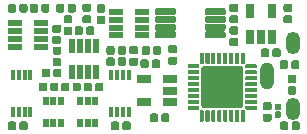
<source format=gbr>
G04 #@! TF.GenerationSoftware,KiCad,Pcbnew,(5.1.5-0-10_14)*
G04 #@! TF.CreationDate,2020-08-02T20:02:39-07:00*
G04 #@! TF.ProjectId,EOGlass2,454f476c-6173-4733-922e-6b696361645f,rev?*
G04 #@! TF.SameCoordinates,Original*
G04 #@! TF.FileFunction,Soldermask,Top*
G04 #@! TF.FilePolarity,Negative*
%FSLAX46Y46*%
G04 Gerber Fmt 4.6, Leading zero omitted, Abs format (unit mm)*
G04 Created by KiCad (PCBNEW (5.1.5-0-10_14)) date 2020-08-02 20:02:39*
%MOMM*%
%LPD*%
G04 APERTURE LIST*
%ADD10R,0.500000X0.750000*%
%ADD11O,1.200000X1.900000*%
%ADD12O,1.200000X2.300000*%
%ADD13C,0.100000*%
%ADD14R,0.400000X0.900000*%
%ADD15R,0.750000X1.160000*%
%ADD16R,1.160000X0.750000*%
%ADD17R,1.160000X0.500000*%
%ADD18R,0.500000X1.160000*%
G04 APERTURE END LIST*
D10*
X118250000Y-77250000D03*
X119550000Y-77250000D03*
X118900000Y-75350000D03*
X118900000Y-77250000D03*
X119550000Y-75350000D03*
X118250000Y-75350000D03*
D11*
X136245000Y-76030000D03*
X136245000Y-70430000D03*
D12*
X134095000Y-73230000D03*
D13*
G36*
X130439703Y-69475722D02*
G01*
X130454264Y-69477882D01*
X130468543Y-69481459D01*
X130482403Y-69486418D01*
X130495710Y-69492712D01*
X130508336Y-69500280D01*
X130520159Y-69509048D01*
X130531066Y-69518934D01*
X130540952Y-69529841D01*
X130549720Y-69541664D01*
X130557288Y-69554290D01*
X130563582Y-69567597D01*
X130568541Y-69581457D01*
X130572118Y-69595736D01*
X130574278Y-69610297D01*
X130575000Y-69625000D01*
X130575000Y-69925000D01*
X130574278Y-69939703D01*
X130572118Y-69954264D01*
X130568541Y-69968543D01*
X130563582Y-69982403D01*
X130557288Y-69995710D01*
X130549720Y-70008336D01*
X130540952Y-70020159D01*
X130531066Y-70031066D01*
X130520159Y-70040952D01*
X130508336Y-70049720D01*
X130495710Y-70057288D01*
X130482403Y-70063582D01*
X130468543Y-70068541D01*
X130454264Y-70072118D01*
X130439703Y-70074278D01*
X130425000Y-70075000D01*
X129000000Y-70075000D01*
X128985297Y-70074278D01*
X128970736Y-70072118D01*
X128956457Y-70068541D01*
X128942597Y-70063582D01*
X128929290Y-70057288D01*
X128916664Y-70049720D01*
X128904841Y-70040952D01*
X128893934Y-70031066D01*
X128884048Y-70020159D01*
X128875280Y-70008336D01*
X128867712Y-69995710D01*
X128861418Y-69982403D01*
X128856459Y-69968543D01*
X128852882Y-69954264D01*
X128850722Y-69939703D01*
X128850000Y-69925000D01*
X128850000Y-69625000D01*
X128850722Y-69610297D01*
X128852882Y-69595736D01*
X128856459Y-69581457D01*
X128861418Y-69567597D01*
X128867712Y-69554290D01*
X128875280Y-69541664D01*
X128884048Y-69529841D01*
X128893934Y-69518934D01*
X128904841Y-69509048D01*
X128916664Y-69500280D01*
X128929290Y-69492712D01*
X128942597Y-69486418D01*
X128956457Y-69481459D01*
X128970736Y-69477882D01*
X128985297Y-69475722D01*
X129000000Y-69475000D01*
X130425000Y-69475000D01*
X130439703Y-69475722D01*
G37*
G36*
X130439703Y-68825722D02*
G01*
X130454264Y-68827882D01*
X130468543Y-68831459D01*
X130482403Y-68836418D01*
X130495710Y-68842712D01*
X130508336Y-68850280D01*
X130520159Y-68859048D01*
X130531066Y-68868934D01*
X130540952Y-68879841D01*
X130549720Y-68891664D01*
X130557288Y-68904290D01*
X130563582Y-68917597D01*
X130568541Y-68931457D01*
X130572118Y-68945736D01*
X130574278Y-68960297D01*
X130575000Y-68975000D01*
X130575000Y-69275000D01*
X130574278Y-69289703D01*
X130572118Y-69304264D01*
X130568541Y-69318543D01*
X130563582Y-69332403D01*
X130557288Y-69345710D01*
X130549720Y-69358336D01*
X130540952Y-69370159D01*
X130531066Y-69381066D01*
X130520159Y-69390952D01*
X130508336Y-69399720D01*
X130495710Y-69407288D01*
X130482403Y-69413582D01*
X130468543Y-69418541D01*
X130454264Y-69422118D01*
X130439703Y-69424278D01*
X130425000Y-69425000D01*
X129000000Y-69425000D01*
X128985297Y-69424278D01*
X128970736Y-69422118D01*
X128956457Y-69418541D01*
X128942597Y-69413582D01*
X128929290Y-69407288D01*
X128916664Y-69399720D01*
X128904841Y-69390952D01*
X128893934Y-69381066D01*
X128884048Y-69370159D01*
X128875280Y-69358336D01*
X128867712Y-69345710D01*
X128861418Y-69332403D01*
X128856459Y-69318543D01*
X128852882Y-69304264D01*
X128850722Y-69289703D01*
X128850000Y-69275000D01*
X128850000Y-68975000D01*
X128850722Y-68960297D01*
X128852882Y-68945736D01*
X128856459Y-68931457D01*
X128861418Y-68917597D01*
X128867712Y-68904290D01*
X128875280Y-68891664D01*
X128884048Y-68879841D01*
X128893934Y-68868934D01*
X128904841Y-68859048D01*
X128916664Y-68850280D01*
X128929290Y-68842712D01*
X128942597Y-68836418D01*
X128956457Y-68831459D01*
X128970736Y-68827882D01*
X128985297Y-68825722D01*
X129000000Y-68825000D01*
X130425000Y-68825000D01*
X130439703Y-68825722D01*
G37*
G36*
X130439703Y-68175722D02*
G01*
X130454264Y-68177882D01*
X130468543Y-68181459D01*
X130482403Y-68186418D01*
X130495710Y-68192712D01*
X130508336Y-68200280D01*
X130520159Y-68209048D01*
X130531066Y-68218934D01*
X130540952Y-68229841D01*
X130549720Y-68241664D01*
X130557288Y-68254290D01*
X130563582Y-68267597D01*
X130568541Y-68281457D01*
X130572118Y-68295736D01*
X130574278Y-68310297D01*
X130575000Y-68325000D01*
X130575000Y-68625000D01*
X130574278Y-68639703D01*
X130572118Y-68654264D01*
X130568541Y-68668543D01*
X130563582Y-68682403D01*
X130557288Y-68695710D01*
X130549720Y-68708336D01*
X130540952Y-68720159D01*
X130531066Y-68731066D01*
X130520159Y-68740952D01*
X130508336Y-68749720D01*
X130495710Y-68757288D01*
X130482403Y-68763582D01*
X130468543Y-68768541D01*
X130454264Y-68772118D01*
X130439703Y-68774278D01*
X130425000Y-68775000D01*
X129000000Y-68775000D01*
X128985297Y-68774278D01*
X128970736Y-68772118D01*
X128956457Y-68768541D01*
X128942597Y-68763582D01*
X128929290Y-68757288D01*
X128916664Y-68749720D01*
X128904841Y-68740952D01*
X128893934Y-68731066D01*
X128884048Y-68720159D01*
X128875280Y-68708336D01*
X128867712Y-68695710D01*
X128861418Y-68682403D01*
X128856459Y-68668543D01*
X128852882Y-68654264D01*
X128850722Y-68639703D01*
X128850000Y-68625000D01*
X128850000Y-68325000D01*
X128850722Y-68310297D01*
X128852882Y-68295736D01*
X128856459Y-68281457D01*
X128861418Y-68267597D01*
X128867712Y-68254290D01*
X128875280Y-68241664D01*
X128884048Y-68229841D01*
X128893934Y-68218934D01*
X128904841Y-68209048D01*
X128916664Y-68200280D01*
X128929290Y-68192712D01*
X128942597Y-68186418D01*
X128956457Y-68181459D01*
X128970736Y-68177882D01*
X128985297Y-68175722D01*
X129000000Y-68175000D01*
X130425000Y-68175000D01*
X130439703Y-68175722D01*
G37*
G36*
X130439703Y-67525722D02*
G01*
X130454264Y-67527882D01*
X130468543Y-67531459D01*
X130482403Y-67536418D01*
X130495710Y-67542712D01*
X130508336Y-67550280D01*
X130520159Y-67559048D01*
X130531066Y-67568934D01*
X130540952Y-67579841D01*
X130549720Y-67591664D01*
X130557288Y-67604290D01*
X130563582Y-67617597D01*
X130568541Y-67631457D01*
X130572118Y-67645736D01*
X130574278Y-67660297D01*
X130575000Y-67675000D01*
X130575000Y-67975000D01*
X130574278Y-67989703D01*
X130572118Y-68004264D01*
X130568541Y-68018543D01*
X130563582Y-68032403D01*
X130557288Y-68045710D01*
X130549720Y-68058336D01*
X130540952Y-68070159D01*
X130531066Y-68081066D01*
X130520159Y-68090952D01*
X130508336Y-68099720D01*
X130495710Y-68107288D01*
X130482403Y-68113582D01*
X130468543Y-68118541D01*
X130454264Y-68122118D01*
X130439703Y-68124278D01*
X130425000Y-68125000D01*
X129000000Y-68125000D01*
X128985297Y-68124278D01*
X128970736Y-68122118D01*
X128956457Y-68118541D01*
X128942597Y-68113582D01*
X128929290Y-68107288D01*
X128916664Y-68099720D01*
X128904841Y-68090952D01*
X128893934Y-68081066D01*
X128884048Y-68070159D01*
X128875280Y-68058336D01*
X128867712Y-68045710D01*
X128861418Y-68032403D01*
X128856459Y-68018543D01*
X128852882Y-68004264D01*
X128850722Y-67989703D01*
X128850000Y-67975000D01*
X128850000Y-67675000D01*
X128850722Y-67660297D01*
X128852882Y-67645736D01*
X128856459Y-67631457D01*
X128861418Y-67617597D01*
X128867712Y-67604290D01*
X128875280Y-67591664D01*
X128884048Y-67579841D01*
X128893934Y-67568934D01*
X128904841Y-67559048D01*
X128916664Y-67550280D01*
X128929290Y-67542712D01*
X128942597Y-67536418D01*
X128956457Y-67531459D01*
X128970736Y-67527882D01*
X128985297Y-67525722D01*
X129000000Y-67525000D01*
X130425000Y-67525000D01*
X130439703Y-67525722D01*
G37*
G36*
X126214703Y-67525722D02*
G01*
X126229264Y-67527882D01*
X126243543Y-67531459D01*
X126257403Y-67536418D01*
X126270710Y-67542712D01*
X126283336Y-67550280D01*
X126295159Y-67559048D01*
X126306066Y-67568934D01*
X126315952Y-67579841D01*
X126324720Y-67591664D01*
X126332288Y-67604290D01*
X126338582Y-67617597D01*
X126343541Y-67631457D01*
X126347118Y-67645736D01*
X126349278Y-67660297D01*
X126350000Y-67675000D01*
X126350000Y-67975000D01*
X126349278Y-67989703D01*
X126347118Y-68004264D01*
X126343541Y-68018543D01*
X126338582Y-68032403D01*
X126332288Y-68045710D01*
X126324720Y-68058336D01*
X126315952Y-68070159D01*
X126306066Y-68081066D01*
X126295159Y-68090952D01*
X126283336Y-68099720D01*
X126270710Y-68107288D01*
X126257403Y-68113582D01*
X126243543Y-68118541D01*
X126229264Y-68122118D01*
X126214703Y-68124278D01*
X126200000Y-68125000D01*
X124775000Y-68125000D01*
X124760297Y-68124278D01*
X124745736Y-68122118D01*
X124731457Y-68118541D01*
X124717597Y-68113582D01*
X124704290Y-68107288D01*
X124691664Y-68099720D01*
X124679841Y-68090952D01*
X124668934Y-68081066D01*
X124659048Y-68070159D01*
X124650280Y-68058336D01*
X124642712Y-68045710D01*
X124636418Y-68032403D01*
X124631459Y-68018543D01*
X124627882Y-68004264D01*
X124625722Y-67989703D01*
X124625000Y-67975000D01*
X124625000Y-67675000D01*
X124625722Y-67660297D01*
X124627882Y-67645736D01*
X124631459Y-67631457D01*
X124636418Y-67617597D01*
X124642712Y-67604290D01*
X124650280Y-67591664D01*
X124659048Y-67579841D01*
X124668934Y-67568934D01*
X124679841Y-67559048D01*
X124691664Y-67550280D01*
X124704290Y-67542712D01*
X124717597Y-67536418D01*
X124731457Y-67531459D01*
X124745736Y-67527882D01*
X124760297Y-67525722D01*
X124775000Y-67525000D01*
X126200000Y-67525000D01*
X126214703Y-67525722D01*
G37*
G36*
X126214703Y-68175722D02*
G01*
X126229264Y-68177882D01*
X126243543Y-68181459D01*
X126257403Y-68186418D01*
X126270710Y-68192712D01*
X126283336Y-68200280D01*
X126295159Y-68209048D01*
X126306066Y-68218934D01*
X126315952Y-68229841D01*
X126324720Y-68241664D01*
X126332288Y-68254290D01*
X126338582Y-68267597D01*
X126343541Y-68281457D01*
X126347118Y-68295736D01*
X126349278Y-68310297D01*
X126350000Y-68325000D01*
X126350000Y-68625000D01*
X126349278Y-68639703D01*
X126347118Y-68654264D01*
X126343541Y-68668543D01*
X126338582Y-68682403D01*
X126332288Y-68695710D01*
X126324720Y-68708336D01*
X126315952Y-68720159D01*
X126306066Y-68731066D01*
X126295159Y-68740952D01*
X126283336Y-68749720D01*
X126270710Y-68757288D01*
X126257403Y-68763582D01*
X126243543Y-68768541D01*
X126229264Y-68772118D01*
X126214703Y-68774278D01*
X126200000Y-68775000D01*
X124775000Y-68775000D01*
X124760297Y-68774278D01*
X124745736Y-68772118D01*
X124731457Y-68768541D01*
X124717597Y-68763582D01*
X124704290Y-68757288D01*
X124691664Y-68749720D01*
X124679841Y-68740952D01*
X124668934Y-68731066D01*
X124659048Y-68720159D01*
X124650280Y-68708336D01*
X124642712Y-68695710D01*
X124636418Y-68682403D01*
X124631459Y-68668543D01*
X124627882Y-68654264D01*
X124625722Y-68639703D01*
X124625000Y-68625000D01*
X124625000Y-68325000D01*
X124625722Y-68310297D01*
X124627882Y-68295736D01*
X124631459Y-68281457D01*
X124636418Y-68267597D01*
X124642712Y-68254290D01*
X124650280Y-68241664D01*
X124659048Y-68229841D01*
X124668934Y-68218934D01*
X124679841Y-68209048D01*
X124691664Y-68200280D01*
X124704290Y-68192712D01*
X124717597Y-68186418D01*
X124731457Y-68181459D01*
X124745736Y-68177882D01*
X124760297Y-68175722D01*
X124775000Y-68175000D01*
X126200000Y-68175000D01*
X126214703Y-68175722D01*
G37*
G36*
X126214703Y-68825722D02*
G01*
X126229264Y-68827882D01*
X126243543Y-68831459D01*
X126257403Y-68836418D01*
X126270710Y-68842712D01*
X126283336Y-68850280D01*
X126295159Y-68859048D01*
X126306066Y-68868934D01*
X126315952Y-68879841D01*
X126324720Y-68891664D01*
X126332288Y-68904290D01*
X126338582Y-68917597D01*
X126343541Y-68931457D01*
X126347118Y-68945736D01*
X126349278Y-68960297D01*
X126350000Y-68975000D01*
X126350000Y-69275000D01*
X126349278Y-69289703D01*
X126347118Y-69304264D01*
X126343541Y-69318543D01*
X126338582Y-69332403D01*
X126332288Y-69345710D01*
X126324720Y-69358336D01*
X126315952Y-69370159D01*
X126306066Y-69381066D01*
X126295159Y-69390952D01*
X126283336Y-69399720D01*
X126270710Y-69407288D01*
X126257403Y-69413582D01*
X126243543Y-69418541D01*
X126229264Y-69422118D01*
X126214703Y-69424278D01*
X126200000Y-69425000D01*
X124775000Y-69425000D01*
X124760297Y-69424278D01*
X124745736Y-69422118D01*
X124731457Y-69418541D01*
X124717597Y-69413582D01*
X124704290Y-69407288D01*
X124691664Y-69399720D01*
X124679841Y-69390952D01*
X124668934Y-69381066D01*
X124659048Y-69370159D01*
X124650280Y-69358336D01*
X124642712Y-69345710D01*
X124636418Y-69332403D01*
X124631459Y-69318543D01*
X124627882Y-69304264D01*
X124625722Y-69289703D01*
X124625000Y-69275000D01*
X124625000Y-68975000D01*
X124625722Y-68960297D01*
X124627882Y-68945736D01*
X124631459Y-68931457D01*
X124636418Y-68917597D01*
X124642712Y-68904290D01*
X124650280Y-68891664D01*
X124659048Y-68879841D01*
X124668934Y-68868934D01*
X124679841Y-68859048D01*
X124691664Y-68850280D01*
X124704290Y-68842712D01*
X124717597Y-68836418D01*
X124731457Y-68831459D01*
X124745736Y-68827882D01*
X124760297Y-68825722D01*
X124775000Y-68825000D01*
X126200000Y-68825000D01*
X126214703Y-68825722D01*
G37*
G36*
X126214703Y-69475722D02*
G01*
X126229264Y-69477882D01*
X126243543Y-69481459D01*
X126257403Y-69486418D01*
X126270710Y-69492712D01*
X126283336Y-69500280D01*
X126295159Y-69509048D01*
X126306066Y-69518934D01*
X126315952Y-69529841D01*
X126324720Y-69541664D01*
X126332288Y-69554290D01*
X126338582Y-69567597D01*
X126343541Y-69581457D01*
X126347118Y-69595736D01*
X126349278Y-69610297D01*
X126350000Y-69625000D01*
X126350000Y-69925000D01*
X126349278Y-69939703D01*
X126347118Y-69954264D01*
X126343541Y-69968543D01*
X126338582Y-69982403D01*
X126332288Y-69995710D01*
X126324720Y-70008336D01*
X126315952Y-70020159D01*
X126306066Y-70031066D01*
X126295159Y-70040952D01*
X126283336Y-70049720D01*
X126270710Y-70057288D01*
X126257403Y-70063582D01*
X126243543Y-70068541D01*
X126229264Y-70072118D01*
X126214703Y-70074278D01*
X126200000Y-70075000D01*
X124775000Y-70075000D01*
X124760297Y-70074278D01*
X124745736Y-70072118D01*
X124731457Y-70068541D01*
X124717597Y-70063582D01*
X124704290Y-70057288D01*
X124691664Y-70049720D01*
X124679841Y-70040952D01*
X124668934Y-70031066D01*
X124659048Y-70020159D01*
X124650280Y-70008336D01*
X124642712Y-69995710D01*
X124636418Y-69982403D01*
X124631459Y-69968543D01*
X124627882Y-69954264D01*
X124625722Y-69939703D01*
X124625000Y-69925000D01*
X124625000Y-69625000D01*
X124625722Y-69610297D01*
X124627882Y-69595736D01*
X124631459Y-69581457D01*
X124636418Y-69567597D01*
X124642712Y-69554290D01*
X124650280Y-69541664D01*
X124659048Y-69529841D01*
X124668934Y-69518934D01*
X124679841Y-69509048D01*
X124691664Y-69500280D01*
X124704290Y-69492712D01*
X124717597Y-69486418D01*
X124731457Y-69481459D01*
X124745736Y-69477882D01*
X124760297Y-69475722D01*
X124775000Y-69475000D01*
X126200000Y-69475000D01*
X126214703Y-69475722D01*
G37*
D14*
X120890000Y-73210000D03*
X121390000Y-73210000D03*
X121890000Y-73210000D03*
X122390000Y-73210000D03*
X122390000Y-76310000D03*
X121890000Y-76310000D03*
X121390000Y-76310000D03*
X120890000Y-76310000D03*
D13*
G36*
X116274408Y-73830831D02*
G01*
X116291153Y-73833315D01*
X116307574Y-73837428D01*
X116323513Y-73843131D01*
X116338816Y-73850369D01*
X116353336Y-73859071D01*
X116366933Y-73869156D01*
X116379476Y-73880524D01*
X116390844Y-73893067D01*
X116400929Y-73906664D01*
X116409631Y-73921184D01*
X116416869Y-73936487D01*
X116422572Y-73952426D01*
X116426685Y-73968847D01*
X116429169Y-73985592D01*
X116430000Y-74002500D01*
X116430000Y-74397500D01*
X116429169Y-74414408D01*
X116426685Y-74431153D01*
X116422572Y-74447574D01*
X116416869Y-74463513D01*
X116409631Y-74478816D01*
X116400929Y-74493336D01*
X116390844Y-74506933D01*
X116379476Y-74519476D01*
X116366933Y-74530844D01*
X116353336Y-74540929D01*
X116338816Y-74549631D01*
X116323513Y-74556869D01*
X116307574Y-74562572D01*
X116291153Y-74566685D01*
X116274408Y-74569169D01*
X116257500Y-74570000D01*
X115912500Y-74570000D01*
X115895592Y-74569169D01*
X115878847Y-74566685D01*
X115862426Y-74562572D01*
X115846487Y-74556869D01*
X115831184Y-74549631D01*
X115816664Y-74540929D01*
X115803067Y-74530844D01*
X115790524Y-74519476D01*
X115779156Y-74506933D01*
X115769071Y-74493336D01*
X115760369Y-74478816D01*
X115753131Y-74463513D01*
X115747428Y-74447574D01*
X115743315Y-74431153D01*
X115740831Y-74414408D01*
X115740000Y-74397500D01*
X115740000Y-74002500D01*
X115740831Y-73985592D01*
X115743315Y-73968847D01*
X115747428Y-73952426D01*
X115753131Y-73936487D01*
X115760369Y-73921184D01*
X115769071Y-73906664D01*
X115779156Y-73893067D01*
X115790524Y-73880524D01*
X115803067Y-73869156D01*
X115816664Y-73859071D01*
X115831184Y-73850369D01*
X115846487Y-73843131D01*
X115862426Y-73837428D01*
X115878847Y-73833315D01*
X115895592Y-73830831D01*
X115912500Y-73830000D01*
X116257500Y-73830000D01*
X116274408Y-73830831D01*
G37*
G36*
X115304408Y-73830831D02*
G01*
X115321153Y-73833315D01*
X115337574Y-73837428D01*
X115353513Y-73843131D01*
X115368816Y-73850369D01*
X115383336Y-73859071D01*
X115396933Y-73869156D01*
X115409476Y-73880524D01*
X115420844Y-73893067D01*
X115430929Y-73906664D01*
X115439631Y-73921184D01*
X115446869Y-73936487D01*
X115452572Y-73952426D01*
X115456685Y-73968847D01*
X115459169Y-73985592D01*
X115460000Y-74002500D01*
X115460000Y-74397500D01*
X115459169Y-74414408D01*
X115456685Y-74431153D01*
X115452572Y-74447574D01*
X115446869Y-74463513D01*
X115439631Y-74478816D01*
X115430929Y-74493336D01*
X115420844Y-74506933D01*
X115409476Y-74519476D01*
X115396933Y-74530844D01*
X115383336Y-74540929D01*
X115368816Y-74549631D01*
X115353513Y-74556869D01*
X115337574Y-74562572D01*
X115321153Y-74566685D01*
X115304408Y-74569169D01*
X115287500Y-74570000D01*
X114942500Y-74570000D01*
X114925592Y-74569169D01*
X114908847Y-74566685D01*
X114892426Y-74562572D01*
X114876487Y-74556869D01*
X114861184Y-74549631D01*
X114846664Y-74540929D01*
X114833067Y-74530844D01*
X114820524Y-74519476D01*
X114809156Y-74506933D01*
X114799071Y-74493336D01*
X114790369Y-74478816D01*
X114783131Y-74463513D01*
X114777428Y-74447574D01*
X114773315Y-74431153D01*
X114770831Y-74414408D01*
X114770000Y-74397500D01*
X114770000Y-74002500D01*
X114770831Y-73985592D01*
X114773315Y-73968847D01*
X114777428Y-73952426D01*
X114783131Y-73936487D01*
X114790369Y-73921184D01*
X114799071Y-73906664D01*
X114809156Y-73893067D01*
X114820524Y-73880524D01*
X114833067Y-73869156D01*
X114846664Y-73859071D01*
X114861184Y-73850369D01*
X114876487Y-73843131D01*
X114892426Y-73837428D01*
X114908847Y-73833315D01*
X114925592Y-73830831D01*
X114942500Y-73830000D01*
X115287500Y-73830000D01*
X115304408Y-73830831D01*
G37*
G36*
X134104408Y-70930831D02*
G01*
X134121153Y-70933315D01*
X134137574Y-70937428D01*
X134153513Y-70943131D01*
X134168816Y-70950369D01*
X134183336Y-70959071D01*
X134196933Y-70969156D01*
X134209476Y-70980524D01*
X134220844Y-70993067D01*
X134230929Y-71006664D01*
X134239631Y-71021184D01*
X134246869Y-71036487D01*
X134252572Y-71052426D01*
X134256685Y-71068847D01*
X134259169Y-71085592D01*
X134260000Y-71102500D01*
X134260000Y-71497500D01*
X134259169Y-71514408D01*
X134256685Y-71531153D01*
X134252572Y-71547574D01*
X134246869Y-71563513D01*
X134239631Y-71578816D01*
X134230929Y-71593336D01*
X134220844Y-71606933D01*
X134209476Y-71619476D01*
X134196933Y-71630844D01*
X134183336Y-71640929D01*
X134168816Y-71649631D01*
X134153513Y-71656869D01*
X134137574Y-71662572D01*
X134121153Y-71666685D01*
X134104408Y-71669169D01*
X134087500Y-71670000D01*
X133742500Y-71670000D01*
X133725592Y-71669169D01*
X133708847Y-71666685D01*
X133692426Y-71662572D01*
X133676487Y-71656869D01*
X133661184Y-71649631D01*
X133646664Y-71640929D01*
X133633067Y-71630844D01*
X133620524Y-71619476D01*
X133609156Y-71606933D01*
X133599071Y-71593336D01*
X133590369Y-71578816D01*
X133583131Y-71563513D01*
X133577428Y-71547574D01*
X133573315Y-71531153D01*
X133570831Y-71514408D01*
X133570000Y-71497500D01*
X133570000Y-71102500D01*
X133570831Y-71085592D01*
X133573315Y-71068847D01*
X133577428Y-71052426D01*
X133583131Y-71036487D01*
X133590369Y-71021184D01*
X133599071Y-71006664D01*
X133609156Y-70993067D01*
X133620524Y-70980524D01*
X133633067Y-70969156D01*
X133646664Y-70959071D01*
X133661184Y-70950369D01*
X133676487Y-70943131D01*
X133692426Y-70937428D01*
X133708847Y-70933315D01*
X133725592Y-70930831D01*
X133742500Y-70930000D01*
X134087500Y-70930000D01*
X134104408Y-70930831D01*
G37*
G36*
X135074408Y-70930831D02*
G01*
X135091153Y-70933315D01*
X135107574Y-70937428D01*
X135123513Y-70943131D01*
X135138816Y-70950369D01*
X135153336Y-70959071D01*
X135166933Y-70969156D01*
X135179476Y-70980524D01*
X135190844Y-70993067D01*
X135200929Y-71006664D01*
X135209631Y-71021184D01*
X135216869Y-71036487D01*
X135222572Y-71052426D01*
X135226685Y-71068847D01*
X135229169Y-71085592D01*
X135230000Y-71102500D01*
X135230000Y-71497500D01*
X135229169Y-71514408D01*
X135226685Y-71531153D01*
X135222572Y-71547574D01*
X135216869Y-71563513D01*
X135209631Y-71578816D01*
X135200929Y-71593336D01*
X135190844Y-71606933D01*
X135179476Y-71619476D01*
X135166933Y-71630844D01*
X135153336Y-71640929D01*
X135138816Y-71649631D01*
X135123513Y-71656869D01*
X135107574Y-71662572D01*
X135091153Y-71666685D01*
X135074408Y-71669169D01*
X135057500Y-71670000D01*
X134712500Y-71670000D01*
X134695592Y-71669169D01*
X134678847Y-71666685D01*
X134662426Y-71662572D01*
X134646487Y-71656869D01*
X134631184Y-71649631D01*
X134616664Y-71640929D01*
X134603067Y-71630844D01*
X134590524Y-71619476D01*
X134579156Y-71606933D01*
X134569071Y-71593336D01*
X134560369Y-71578816D01*
X134553131Y-71563513D01*
X134547428Y-71547574D01*
X134543315Y-71531153D01*
X134540831Y-71514408D01*
X134540000Y-71497500D01*
X134540000Y-71102500D01*
X134540831Y-71085592D01*
X134543315Y-71068847D01*
X134547428Y-71052426D01*
X134553131Y-71036487D01*
X134560369Y-71021184D01*
X134569071Y-71006664D01*
X134579156Y-70993067D01*
X134590524Y-70980524D01*
X134603067Y-70969156D01*
X134616664Y-70959071D01*
X134631184Y-70950369D01*
X134646487Y-70943131D01*
X134662426Y-70937428D01*
X134678847Y-70933315D01*
X134695592Y-70930831D01*
X134712500Y-70930000D01*
X135057500Y-70930000D01*
X135074408Y-70930831D01*
G37*
G36*
X124704408Y-76430831D02*
G01*
X124721153Y-76433315D01*
X124737574Y-76437428D01*
X124753513Y-76443131D01*
X124768816Y-76450369D01*
X124783336Y-76459071D01*
X124796933Y-76469156D01*
X124809476Y-76480524D01*
X124820844Y-76493067D01*
X124830929Y-76506664D01*
X124839631Y-76521184D01*
X124846869Y-76536487D01*
X124852572Y-76552426D01*
X124856685Y-76568847D01*
X124859169Y-76585592D01*
X124860000Y-76602500D01*
X124860000Y-76997500D01*
X124859169Y-77014408D01*
X124856685Y-77031153D01*
X124852572Y-77047574D01*
X124846869Y-77063513D01*
X124839631Y-77078816D01*
X124830929Y-77093336D01*
X124820844Y-77106933D01*
X124809476Y-77119476D01*
X124796933Y-77130844D01*
X124783336Y-77140929D01*
X124768816Y-77149631D01*
X124753513Y-77156869D01*
X124737574Y-77162572D01*
X124721153Y-77166685D01*
X124704408Y-77169169D01*
X124687500Y-77170000D01*
X124342500Y-77170000D01*
X124325592Y-77169169D01*
X124308847Y-77166685D01*
X124292426Y-77162572D01*
X124276487Y-77156869D01*
X124261184Y-77149631D01*
X124246664Y-77140929D01*
X124233067Y-77130844D01*
X124220524Y-77119476D01*
X124209156Y-77106933D01*
X124199071Y-77093336D01*
X124190369Y-77078816D01*
X124183131Y-77063513D01*
X124177428Y-77047574D01*
X124173315Y-77031153D01*
X124170831Y-77014408D01*
X124170000Y-76997500D01*
X124170000Y-76602500D01*
X124170831Y-76585592D01*
X124173315Y-76568847D01*
X124177428Y-76552426D01*
X124183131Y-76536487D01*
X124190369Y-76521184D01*
X124199071Y-76506664D01*
X124209156Y-76493067D01*
X124220524Y-76480524D01*
X124233067Y-76469156D01*
X124246664Y-76459071D01*
X124261184Y-76450369D01*
X124276487Y-76443131D01*
X124292426Y-76437428D01*
X124308847Y-76433315D01*
X124325592Y-76430831D01*
X124342500Y-76430000D01*
X124687500Y-76430000D01*
X124704408Y-76430831D01*
G37*
G36*
X125674408Y-76430831D02*
G01*
X125691153Y-76433315D01*
X125707574Y-76437428D01*
X125723513Y-76443131D01*
X125738816Y-76450369D01*
X125753336Y-76459071D01*
X125766933Y-76469156D01*
X125779476Y-76480524D01*
X125790844Y-76493067D01*
X125800929Y-76506664D01*
X125809631Y-76521184D01*
X125816869Y-76536487D01*
X125822572Y-76552426D01*
X125826685Y-76568847D01*
X125829169Y-76585592D01*
X125830000Y-76602500D01*
X125830000Y-76997500D01*
X125829169Y-77014408D01*
X125826685Y-77031153D01*
X125822572Y-77047574D01*
X125816869Y-77063513D01*
X125809631Y-77078816D01*
X125800929Y-77093336D01*
X125790844Y-77106933D01*
X125779476Y-77119476D01*
X125766933Y-77130844D01*
X125753336Y-77140929D01*
X125738816Y-77149631D01*
X125723513Y-77156869D01*
X125707574Y-77162572D01*
X125691153Y-77166685D01*
X125674408Y-77169169D01*
X125657500Y-77170000D01*
X125312500Y-77170000D01*
X125295592Y-77169169D01*
X125278847Y-77166685D01*
X125262426Y-77162572D01*
X125246487Y-77156869D01*
X125231184Y-77149631D01*
X125216664Y-77140929D01*
X125203067Y-77130844D01*
X125190524Y-77119476D01*
X125179156Y-77106933D01*
X125169071Y-77093336D01*
X125160369Y-77078816D01*
X125153131Y-77063513D01*
X125147428Y-77047574D01*
X125143315Y-77031153D01*
X125140831Y-77014408D01*
X125140000Y-76997500D01*
X125140000Y-76602500D01*
X125140831Y-76585592D01*
X125143315Y-76568847D01*
X125147428Y-76552426D01*
X125153131Y-76536487D01*
X125160369Y-76521184D01*
X125169071Y-76506664D01*
X125179156Y-76493067D01*
X125190524Y-76480524D01*
X125203067Y-76469156D01*
X125216664Y-76459071D01*
X125231184Y-76450369D01*
X125246487Y-76443131D01*
X125262426Y-76437428D01*
X125278847Y-76433315D01*
X125295592Y-76430831D01*
X125312500Y-76430000D01*
X125657500Y-76430000D01*
X125674408Y-76430831D01*
G37*
G36*
X136414408Y-74140831D02*
G01*
X136431153Y-74143315D01*
X136447574Y-74147428D01*
X136463513Y-74153131D01*
X136478816Y-74160369D01*
X136493336Y-74169071D01*
X136506933Y-74179156D01*
X136519476Y-74190524D01*
X136530844Y-74203067D01*
X136540929Y-74216664D01*
X136549631Y-74231184D01*
X136556869Y-74246487D01*
X136562572Y-74262426D01*
X136566685Y-74278847D01*
X136569169Y-74295592D01*
X136570000Y-74312500D01*
X136570000Y-74657500D01*
X136569169Y-74674408D01*
X136566685Y-74691153D01*
X136562572Y-74707574D01*
X136556869Y-74723513D01*
X136549631Y-74738816D01*
X136540929Y-74753336D01*
X136530844Y-74766933D01*
X136519476Y-74779476D01*
X136506933Y-74790844D01*
X136493336Y-74800929D01*
X136478816Y-74809631D01*
X136463513Y-74816869D01*
X136447574Y-74822572D01*
X136431153Y-74826685D01*
X136414408Y-74829169D01*
X136397500Y-74830000D01*
X136002500Y-74830000D01*
X135985592Y-74829169D01*
X135968847Y-74826685D01*
X135952426Y-74822572D01*
X135936487Y-74816869D01*
X135921184Y-74809631D01*
X135906664Y-74800929D01*
X135893067Y-74790844D01*
X135880524Y-74779476D01*
X135869156Y-74766933D01*
X135859071Y-74753336D01*
X135850369Y-74738816D01*
X135843131Y-74723513D01*
X135837428Y-74707574D01*
X135833315Y-74691153D01*
X135830831Y-74674408D01*
X135830000Y-74657500D01*
X135830000Y-74312500D01*
X135830831Y-74295592D01*
X135833315Y-74278847D01*
X135837428Y-74262426D01*
X135843131Y-74246487D01*
X135850369Y-74231184D01*
X135859071Y-74216664D01*
X135869156Y-74203067D01*
X135880524Y-74190524D01*
X135893067Y-74179156D01*
X135906664Y-74169071D01*
X135921184Y-74160369D01*
X135936487Y-74153131D01*
X135952426Y-74147428D01*
X135968847Y-74143315D01*
X135985592Y-74140831D01*
X136002500Y-74140000D01*
X136397500Y-74140000D01*
X136414408Y-74140831D01*
G37*
G36*
X136414408Y-73170831D02*
G01*
X136431153Y-73173315D01*
X136447574Y-73177428D01*
X136463513Y-73183131D01*
X136478816Y-73190369D01*
X136493336Y-73199071D01*
X136506933Y-73209156D01*
X136519476Y-73220524D01*
X136530844Y-73233067D01*
X136540929Y-73246664D01*
X136549631Y-73261184D01*
X136556869Y-73276487D01*
X136562572Y-73292426D01*
X136566685Y-73308847D01*
X136569169Y-73325592D01*
X136570000Y-73342500D01*
X136570000Y-73687500D01*
X136569169Y-73704408D01*
X136566685Y-73721153D01*
X136562572Y-73737574D01*
X136556869Y-73753513D01*
X136549631Y-73768816D01*
X136540929Y-73783336D01*
X136530844Y-73796933D01*
X136519476Y-73809476D01*
X136506933Y-73820844D01*
X136493336Y-73830929D01*
X136478816Y-73839631D01*
X136463513Y-73846869D01*
X136447574Y-73852572D01*
X136431153Y-73856685D01*
X136414408Y-73859169D01*
X136397500Y-73860000D01*
X136002500Y-73860000D01*
X135985592Y-73859169D01*
X135968847Y-73856685D01*
X135952426Y-73852572D01*
X135936487Y-73846869D01*
X135921184Y-73839631D01*
X135906664Y-73830929D01*
X135893067Y-73820844D01*
X135880524Y-73809476D01*
X135869156Y-73796933D01*
X135859071Y-73783336D01*
X135850369Y-73768816D01*
X135843131Y-73753513D01*
X135837428Y-73737574D01*
X135833315Y-73721153D01*
X135830831Y-73704408D01*
X135830000Y-73687500D01*
X135830000Y-73342500D01*
X135830831Y-73325592D01*
X135833315Y-73308847D01*
X135837428Y-73292426D01*
X135843131Y-73276487D01*
X135850369Y-73261184D01*
X135859071Y-73246664D01*
X135869156Y-73233067D01*
X135880524Y-73220524D01*
X135893067Y-73209156D01*
X135906664Y-73199071D01*
X135921184Y-73190369D01*
X135936487Y-73183131D01*
X135952426Y-73177428D01*
X135968847Y-73173315D01*
X135985592Y-73170831D01*
X136002500Y-73170000D01*
X136397500Y-73170000D01*
X136414408Y-73170831D01*
G37*
G36*
X136694408Y-77110831D02*
G01*
X136711153Y-77113315D01*
X136727574Y-77117428D01*
X136743513Y-77123131D01*
X136758816Y-77130369D01*
X136773336Y-77139071D01*
X136786933Y-77149156D01*
X136799476Y-77160524D01*
X136810844Y-77173067D01*
X136820929Y-77186664D01*
X136829631Y-77201184D01*
X136836869Y-77216487D01*
X136842572Y-77232426D01*
X136846685Y-77248847D01*
X136849169Y-77265592D01*
X136850000Y-77282500D01*
X136850000Y-77677500D01*
X136849169Y-77694408D01*
X136846685Y-77711153D01*
X136842572Y-77727574D01*
X136836869Y-77743513D01*
X136829631Y-77758816D01*
X136820929Y-77773336D01*
X136810844Y-77786933D01*
X136799476Y-77799476D01*
X136786933Y-77810844D01*
X136773336Y-77820929D01*
X136758816Y-77829631D01*
X136743513Y-77836869D01*
X136727574Y-77842572D01*
X136711153Y-77846685D01*
X136694408Y-77849169D01*
X136677500Y-77850000D01*
X136332500Y-77850000D01*
X136315592Y-77849169D01*
X136298847Y-77846685D01*
X136282426Y-77842572D01*
X136266487Y-77836869D01*
X136251184Y-77829631D01*
X136236664Y-77820929D01*
X136223067Y-77810844D01*
X136210524Y-77799476D01*
X136199156Y-77786933D01*
X136189071Y-77773336D01*
X136180369Y-77758816D01*
X136173131Y-77743513D01*
X136167428Y-77727574D01*
X136163315Y-77711153D01*
X136160831Y-77694408D01*
X136160000Y-77677500D01*
X136160000Y-77282500D01*
X136160831Y-77265592D01*
X136163315Y-77248847D01*
X136167428Y-77232426D01*
X136173131Y-77216487D01*
X136180369Y-77201184D01*
X136189071Y-77186664D01*
X136199156Y-77173067D01*
X136210524Y-77160524D01*
X136223067Y-77149156D01*
X136236664Y-77139071D01*
X136251184Y-77130369D01*
X136266487Y-77123131D01*
X136282426Y-77117428D01*
X136298847Y-77113315D01*
X136315592Y-77110831D01*
X136332500Y-77110000D01*
X136677500Y-77110000D01*
X136694408Y-77110831D01*
G37*
G36*
X135724408Y-77110831D02*
G01*
X135741153Y-77113315D01*
X135757574Y-77117428D01*
X135773513Y-77123131D01*
X135788816Y-77130369D01*
X135803336Y-77139071D01*
X135816933Y-77149156D01*
X135829476Y-77160524D01*
X135840844Y-77173067D01*
X135850929Y-77186664D01*
X135859631Y-77201184D01*
X135866869Y-77216487D01*
X135872572Y-77232426D01*
X135876685Y-77248847D01*
X135879169Y-77265592D01*
X135880000Y-77282500D01*
X135880000Y-77677500D01*
X135879169Y-77694408D01*
X135876685Y-77711153D01*
X135872572Y-77727574D01*
X135866869Y-77743513D01*
X135859631Y-77758816D01*
X135850929Y-77773336D01*
X135840844Y-77786933D01*
X135829476Y-77799476D01*
X135816933Y-77810844D01*
X135803336Y-77820929D01*
X135788816Y-77829631D01*
X135773513Y-77836869D01*
X135757574Y-77842572D01*
X135741153Y-77846685D01*
X135724408Y-77849169D01*
X135707500Y-77850000D01*
X135362500Y-77850000D01*
X135345592Y-77849169D01*
X135328847Y-77846685D01*
X135312426Y-77842572D01*
X135296487Y-77836869D01*
X135281184Y-77829631D01*
X135266664Y-77820929D01*
X135253067Y-77810844D01*
X135240524Y-77799476D01*
X135229156Y-77786933D01*
X135219071Y-77773336D01*
X135210369Y-77758816D01*
X135203131Y-77743513D01*
X135197428Y-77727574D01*
X135193315Y-77711153D01*
X135190831Y-77694408D01*
X135190000Y-77677500D01*
X135190000Y-77282500D01*
X135190831Y-77265592D01*
X135193315Y-77248847D01*
X135197428Y-77232426D01*
X135203131Y-77216487D01*
X135210369Y-77201184D01*
X135219071Y-77186664D01*
X135229156Y-77173067D01*
X135240524Y-77160524D01*
X135253067Y-77149156D01*
X135266664Y-77139071D01*
X135281184Y-77130369D01*
X135296487Y-77123131D01*
X135312426Y-77117428D01*
X135328847Y-77113315D01*
X135345592Y-77110831D01*
X135362500Y-77110000D01*
X135707500Y-77110000D01*
X135724408Y-77110831D01*
G37*
G36*
X134314408Y-76440831D02*
G01*
X134331153Y-76443315D01*
X134347574Y-76447428D01*
X134363513Y-76453131D01*
X134378816Y-76460369D01*
X134393336Y-76469071D01*
X134406933Y-76479156D01*
X134419476Y-76490524D01*
X134430844Y-76503067D01*
X134440929Y-76516664D01*
X134449631Y-76531184D01*
X134456869Y-76546487D01*
X134462572Y-76562426D01*
X134466685Y-76578847D01*
X134469169Y-76595592D01*
X134470000Y-76612500D01*
X134470000Y-76957500D01*
X134469169Y-76974408D01*
X134466685Y-76991153D01*
X134462572Y-77007574D01*
X134456869Y-77023513D01*
X134449631Y-77038816D01*
X134440929Y-77053336D01*
X134430844Y-77066933D01*
X134419476Y-77079476D01*
X134406933Y-77090844D01*
X134393336Y-77100929D01*
X134378816Y-77109631D01*
X134363513Y-77116869D01*
X134347574Y-77122572D01*
X134331153Y-77126685D01*
X134314408Y-77129169D01*
X134297500Y-77130000D01*
X133902500Y-77130000D01*
X133885592Y-77129169D01*
X133868847Y-77126685D01*
X133852426Y-77122572D01*
X133836487Y-77116869D01*
X133821184Y-77109631D01*
X133806664Y-77100929D01*
X133793067Y-77090844D01*
X133780524Y-77079476D01*
X133769156Y-77066933D01*
X133759071Y-77053336D01*
X133750369Y-77038816D01*
X133743131Y-77023513D01*
X133737428Y-77007574D01*
X133733315Y-76991153D01*
X133730831Y-76974408D01*
X133730000Y-76957500D01*
X133730000Y-76612500D01*
X133730831Y-76595592D01*
X133733315Y-76578847D01*
X133737428Y-76562426D01*
X133743131Y-76546487D01*
X133750369Y-76531184D01*
X133759071Y-76516664D01*
X133769156Y-76503067D01*
X133780524Y-76490524D01*
X133793067Y-76479156D01*
X133806664Y-76469071D01*
X133821184Y-76460369D01*
X133836487Y-76453131D01*
X133852426Y-76447428D01*
X133868847Y-76443315D01*
X133885592Y-76440831D01*
X133902500Y-76440000D01*
X134297500Y-76440000D01*
X134314408Y-76440831D01*
G37*
G36*
X134314408Y-75470831D02*
G01*
X134331153Y-75473315D01*
X134347574Y-75477428D01*
X134363513Y-75483131D01*
X134378816Y-75490369D01*
X134393336Y-75499071D01*
X134406933Y-75509156D01*
X134419476Y-75520524D01*
X134430844Y-75533067D01*
X134440929Y-75546664D01*
X134449631Y-75561184D01*
X134456869Y-75576487D01*
X134462572Y-75592426D01*
X134466685Y-75608847D01*
X134469169Y-75625592D01*
X134470000Y-75642500D01*
X134470000Y-75987500D01*
X134469169Y-76004408D01*
X134466685Y-76021153D01*
X134462572Y-76037574D01*
X134456869Y-76053513D01*
X134449631Y-76068816D01*
X134440929Y-76083336D01*
X134430844Y-76096933D01*
X134419476Y-76109476D01*
X134406933Y-76120844D01*
X134393336Y-76130929D01*
X134378816Y-76139631D01*
X134363513Y-76146869D01*
X134347574Y-76152572D01*
X134331153Y-76156685D01*
X134314408Y-76159169D01*
X134297500Y-76160000D01*
X133902500Y-76160000D01*
X133885592Y-76159169D01*
X133868847Y-76156685D01*
X133852426Y-76152572D01*
X133836487Y-76146869D01*
X133821184Y-76139631D01*
X133806664Y-76130929D01*
X133793067Y-76120844D01*
X133780524Y-76109476D01*
X133769156Y-76096933D01*
X133759071Y-76083336D01*
X133750369Y-76068816D01*
X133743131Y-76053513D01*
X133737428Y-76037574D01*
X133733315Y-76021153D01*
X133730831Y-76004408D01*
X133730000Y-75987500D01*
X133730000Y-75642500D01*
X133730831Y-75625592D01*
X133733315Y-75608847D01*
X133737428Y-75592426D01*
X133743131Y-75576487D01*
X133750369Y-75561184D01*
X133759071Y-75546664D01*
X133769156Y-75533067D01*
X133780524Y-75520524D01*
X133793067Y-75509156D01*
X133806664Y-75499071D01*
X133821184Y-75490369D01*
X133836487Y-75483131D01*
X133852426Y-75477428D01*
X133868847Y-75473315D01*
X133885592Y-75470831D01*
X133902500Y-75470000D01*
X134297500Y-75470000D01*
X134314408Y-75470831D01*
G37*
G36*
X136064408Y-67150831D02*
G01*
X136081153Y-67153315D01*
X136097574Y-67157428D01*
X136113513Y-67163131D01*
X136128816Y-67170369D01*
X136143336Y-67179071D01*
X136156933Y-67189156D01*
X136169476Y-67200524D01*
X136180844Y-67213067D01*
X136190929Y-67226664D01*
X136199631Y-67241184D01*
X136206869Y-67256487D01*
X136212572Y-67272426D01*
X136216685Y-67288847D01*
X136219169Y-67305592D01*
X136220000Y-67322500D01*
X136220000Y-67667500D01*
X136219169Y-67684408D01*
X136216685Y-67701153D01*
X136212572Y-67717574D01*
X136206869Y-67733513D01*
X136199631Y-67748816D01*
X136190929Y-67763336D01*
X136180844Y-67776933D01*
X136169476Y-67789476D01*
X136156933Y-67800844D01*
X136143336Y-67810929D01*
X136128816Y-67819631D01*
X136113513Y-67826869D01*
X136097574Y-67832572D01*
X136081153Y-67836685D01*
X136064408Y-67839169D01*
X136047500Y-67840000D01*
X135652500Y-67840000D01*
X135635592Y-67839169D01*
X135618847Y-67836685D01*
X135602426Y-67832572D01*
X135586487Y-67826869D01*
X135571184Y-67819631D01*
X135556664Y-67810929D01*
X135543067Y-67800844D01*
X135530524Y-67789476D01*
X135519156Y-67776933D01*
X135509071Y-67763336D01*
X135500369Y-67748816D01*
X135493131Y-67733513D01*
X135487428Y-67717574D01*
X135483315Y-67701153D01*
X135480831Y-67684408D01*
X135480000Y-67667500D01*
X135480000Y-67322500D01*
X135480831Y-67305592D01*
X135483315Y-67288847D01*
X135487428Y-67272426D01*
X135493131Y-67256487D01*
X135500369Y-67241184D01*
X135509071Y-67226664D01*
X135519156Y-67213067D01*
X135530524Y-67200524D01*
X135543067Y-67189156D01*
X135556664Y-67179071D01*
X135571184Y-67170369D01*
X135586487Y-67163131D01*
X135602426Y-67157428D01*
X135618847Y-67153315D01*
X135635592Y-67150831D01*
X135652500Y-67150000D01*
X136047500Y-67150000D01*
X136064408Y-67150831D01*
G37*
G36*
X136064408Y-68120831D02*
G01*
X136081153Y-68123315D01*
X136097574Y-68127428D01*
X136113513Y-68133131D01*
X136128816Y-68140369D01*
X136143336Y-68149071D01*
X136156933Y-68159156D01*
X136169476Y-68170524D01*
X136180844Y-68183067D01*
X136190929Y-68196664D01*
X136199631Y-68211184D01*
X136206869Y-68226487D01*
X136212572Y-68242426D01*
X136216685Y-68258847D01*
X136219169Y-68275592D01*
X136220000Y-68292500D01*
X136220000Y-68637500D01*
X136219169Y-68654408D01*
X136216685Y-68671153D01*
X136212572Y-68687574D01*
X136206869Y-68703513D01*
X136199631Y-68718816D01*
X136190929Y-68733336D01*
X136180844Y-68746933D01*
X136169476Y-68759476D01*
X136156933Y-68770844D01*
X136143336Y-68780929D01*
X136128816Y-68789631D01*
X136113513Y-68796869D01*
X136097574Y-68802572D01*
X136081153Y-68806685D01*
X136064408Y-68809169D01*
X136047500Y-68810000D01*
X135652500Y-68810000D01*
X135635592Y-68809169D01*
X135618847Y-68806685D01*
X135602426Y-68802572D01*
X135586487Y-68796869D01*
X135571184Y-68789631D01*
X135556664Y-68780929D01*
X135543067Y-68770844D01*
X135530524Y-68759476D01*
X135519156Y-68746933D01*
X135509071Y-68733336D01*
X135500369Y-68718816D01*
X135493131Y-68703513D01*
X135487428Y-68687574D01*
X135483315Y-68671153D01*
X135480831Y-68654408D01*
X135480000Y-68637500D01*
X135480000Y-68292500D01*
X135480831Y-68275592D01*
X135483315Y-68258847D01*
X135487428Y-68242426D01*
X135493131Y-68226487D01*
X135500369Y-68211184D01*
X135509071Y-68196664D01*
X135519156Y-68183067D01*
X135530524Y-68170524D01*
X135543067Y-68159156D01*
X135556664Y-68149071D01*
X135571184Y-68140369D01*
X135586487Y-68133131D01*
X135602426Y-68127428D01*
X135618847Y-68123315D01*
X135635592Y-68120831D01*
X135652500Y-68120000D01*
X136047500Y-68120000D01*
X136064408Y-68120831D01*
G37*
G36*
X123909408Y-71860831D02*
G01*
X123926153Y-71863315D01*
X123942574Y-71867428D01*
X123958513Y-71873131D01*
X123973816Y-71880369D01*
X123988336Y-71889071D01*
X124001933Y-71899156D01*
X124014476Y-71910524D01*
X124025844Y-71923067D01*
X124035929Y-71936664D01*
X124044631Y-71951184D01*
X124051869Y-71966487D01*
X124057572Y-71982426D01*
X124061685Y-71998847D01*
X124064169Y-72015592D01*
X124065000Y-72032500D01*
X124065000Y-72427500D01*
X124064169Y-72444408D01*
X124061685Y-72461153D01*
X124057572Y-72477574D01*
X124051869Y-72493513D01*
X124044631Y-72508816D01*
X124035929Y-72523336D01*
X124025844Y-72536933D01*
X124014476Y-72549476D01*
X124001933Y-72560844D01*
X123988336Y-72570929D01*
X123973816Y-72579631D01*
X123958513Y-72586869D01*
X123942574Y-72592572D01*
X123926153Y-72596685D01*
X123909408Y-72599169D01*
X123892500Y-72600000D01*
X123547500Y-72600000D01*
X123530592Y-72599169D01*
X123513847Y-72596685D01*
X123497426Y-72592572D01*
X123481487Y-72586869D01*
X123466184Y-72579631D01*
X123451664Y-72570929D01*
X123438067Y-72560844D01*
X123425524Y-72549476D01*
X123414156Y-72536933D01*
X123404071Y-72523336D01*
X123395369Y-72508816D01*
X123388131Y-72493513D01*
X123382428Y-72477574D01*
X123378315Y-72461153D01*
X123375831Y-72444408D01*
X123375000Y-72427500D01*
X123375000Y-72032500D01*
X123375831Y-72015592D01*
X123378315Y-71998847D01*
X123382428Y-71982426D01*
X123388131Y-71966487D01*
X123395369Y-71951184D01*
X123404071Y-71936664D01*
X123414156Y-71923067D01*
X123425524Y-71910524D01*
X123438067Y-71899156D01*
X123451664Y-71889071D01*
X123466184Y-71880369D01*
X123481487Y-71873131D01*
X123497426Y-71867428D01*
X123513847Y-71863315D01*
X123530592Y-71860831D01*
X123547500Y-71860000D01*
X123892500Y-71860000D01*
X123909408Y-71860831D01*
G37*
G36*
X124879408Y-71860831D02*
G01*
X124896153Y-71863315D01*
X124912574Y-71867428D01*
X124928513Y-71873131D01*
X124943816Y-71880369D01*
X124958336Y-71889071D01*
X124971933Y-71899156D01*
X124984476Y-71910524D01*
X124995844Y-71923067D01*
X125005929Y-71936664D01*
X125014631Y-71951184D01*
X125021869Y-71966487D01*
X125027572Y-71982426D01*
X125031685Y-71998847D01*
X125034169Y-72015592D01*
X125035000Y-72032500D01*
X125035000Y-72427500D01*
X125034169Y-72444408D01*
X125031685Y-72461153D01*
X125027572Y-72477574D01*
X125021869Y-72493513D01*
X125014631Y-72508816D01*
X125005929Y-72523336D01*
X124995844Y-72536933D01*
X124984476Y-72549476D01*
X124971933Y-72560844D01*
X124958336Y-72570929D01*
X124943816Y-72579631D01*
X124928513Y-72586869D01*
X124912574Y-72592572D01*
X124896153Y-72596685D01*
X124879408Y-72599169D01*
X124862500Y-72600000D01*
X124517500Y-72600000D01*
X124500592Y-72599169D01*
X124483847Y-72596685D01*
X124467426Y-72592572D01*
X124451487Y-72586869D01*
X124436184Y-72579631D01*
X124421664Y-72570929D01*
X124408067Y-72560844D01*
X124395524Y-72549476D01*
X124384156Y-72536933D01*
X124374071Y-72523336D01*
X124365369Y-72508816D01*
X124358131Y-72493513D01*
X124352428Y-72477574D01*
X124348315Y-72461153D01*
X124345831Y-72444408D01*
X124345000Y-72427500D01*
X124345000Y-72032500D01*
X124345831Y-72015592D01*
X124348315Y-71998847D01*
X124352428Y-71982426D01*
X124358131Y-71966487D01*
X124365369Y-71951184D01*
X124374071Y-71936664D01*
X124384156Y-71923067D01*
X124395524Y-71910524D01*
X124408067Y-71899156D01*
X124421664Y-71889071D01*
X124436184Y-71880369D01*
X124451487Y-71873131D01*
X124467426Y-71867428D01*
X124483847Y-71863315D01*
X124500592Y-71860831D01*
X124517500Y-71860000D01*
X124862500Y-71860000D01*
X124879408Y-71860831D01*
G37*
G36*
X124974408Y-70730831D02*
G01*
X124991153Y-70733315D01*
X125007574Y-70737428D01*
X125023513Y-70743131D01*
X125038816Y-70750369D01*
X125053336Y-70759071D01*
X125066933Y-70769156D01*
X125079476Y-70780524D01*
X125090844Y-70793067D01*
X125100929Y-70806664D01*
X125109631Y-70821184D01*
X125116869Y-70836487D01*
X125122572Y-70852426D01*
X125126685Y-70868847D01*
X125129169Y-70885592D01*
X125130000Y-70902500D01*
X125130000Y-71297500D01*
X125129169Y-71314408D01*
X125126685Y-71331153D01*
X125122572Y-71347574D01*
X125116869Y-71363513D01*
X125109631Y-71378816D01*
X125100929Y-71393336D01*
X125090844Y-71406933D01*
X125079476Y-71419476D01*
X125066933Y-71430844D01*
X125053336Y-71440929D01*
X125038816Y-71449631D01*
X125023513Y-71456869D01*
X125007574Y-71462572D01*
X124991153Y-71466685D01*
X124974408Y-71469169D01*
X124957500Y-71470000D01*
X124612500Y-71470000D01*
X124595592Y-71469169D01*
X124578847Y-71466685D01*
X124562426Y-71462572D01*
X124546487Y-71456869D01*
X124531184Y-71449631D01*
X124516664Y-71440929D01*
X124503067Y-71430844D01*
X124490524Y-71419476D01*
X124479156Y-71406933D01*
X124469071Y-71393336D01*
X124460369Y-71378816D01*
X124453131Y-71363513D01*
X124447428Y-71347574D01*
X124443315Y-71331153D01*
X124440831Y-71314408D01*
X124440000Y-71297500D01*
X124440000Y-70902500D01*
X124440831Y-70885592D01*
X124443315Y-70868847D01*
X124447428Y-70852426D01*
X124453131Y-70836487D01*
X124460369Y-70821184D01*
X124469071Y-70806664D01*
X124479156Y-70793067D01*
X124490524Y-70780524D01*
X124503067Y-70769156D01*
X124516664Y-70759071D01*
X124531184Y-70750369D01*
X124546487Y-70743131D01*
X124562426Y-70737428D01*
X124578847Y-70733315D01*
X124595592Y-70730831D01*
X124612500Y-70730000D01*
X124957500Y-70730000D01*
X124974408Y-70730831D01*
G37*
G36*
X124004408Y-70730831D02*
G01*
X124021153Y-70733315D01*
X124037574Y-70737428D01*
X124053513Y-70743131D01*
X124068816Y-70750369D01*
X124083336Y-70759071D01*
X124096933Y-70769156D01*
X124109476Y-70780524D01*
X124120844Y-70793067D01*
X124130929Y-70806664D01*
X124139631Y-70821184D01*
X124146869Y-70836487D01*
X124152572Y-70852426D01*
X124156685Y-70868847D01*
X124159169Y-70885592D01*
X124160000Y-70902500D01*
X124160000Y-71297500D01*
X124159169Y-71314408D01*
X124156685Y-71331153D01*
X124152572Y-71347574D01*
X124146869Y-71363513D01*
X124139631Y-71378816D01*
X124130929Y-71393336D01*
X124120844Y-71406933D01*
X124109476Y-71419476D01*
X124096933Y-71430844D01*
X124083336Y-71440929D01*
X124068816Y-71449631D01*
X124053513Y-71456869D01*
X124037574Y-71462572D01*
X124021153Y-71466685D01*
X124004408Y-71469169D01*
X123987500Y-71470000D01*
X123642500Y-71470000D01*
X123625592Y-71469169D01*
X123608847Y-71466685D01*
X123592426Y-71462572D01*
X123576487Y-71456869D01*
X123561184Y-71449631D01*
X123546664Y-71440929D01*
X123533067Y-71430844D01*
X123520524Y-71419476D01*
X123509156Y-71406933D01*
X123499071Y-71393336D01*
X123490369Y-71378816D01*
X123483131Y-71363513D01*
X123477428Y-71347574D01*
X123473315Y-71331153D01*
X123470831Y-71314408D01*
X123470000Y-71297500D01*
X123470000Y-70902500D01*
X123470831Y-70885592D01*
X123473315Y-70868847D01*
X123477428Y-70852426D01*
X123483131Y-70836487D01*
X123490369Y-70821184D01*
X123499071Y-70806664D01*
X123509156Y-70793067D01*
X123520524Y-70780524D01*
X123533067Y-70769156D01*
X123546664Y-70759071D01*
X123561184Y-70750369D01*
X123576487Y-70743131D01*
X123592426Y-70737428D01*
X123608847Y-70733315D01*
X123625592Y-70730831D01*
X123642500Y-70730000D01*
X123987500Y-70730000D01*
X124004408Y-70730831D01*
G37*
G36*
X126314408Y-71620831D02*
G01*
X126331153Y-71623315D01*
X126347574Y-71627428D01*
X126363513Y-71633131D01*
X126378816Y-71640369D01*
X126393336Y-71649071D01*
X126406933Y-71659156D01*
X126419476Y-71670524D01*
X126430844Y-71683067D01*
X126440929Y-71696664D01*
X126449631Y-71711184D01*
X126456869Y-71726487D01*
X126462572Y-71742426D01*
X126466685Y-71758847D01*
X126469169Y-71775592D01*
X126470000Y-71792500D01*
X126470000Y-72137500D01*
X126469169Y-72154408D01*
X126466685Y-72171153D01*
X126462572Y-72187574D01*
X126456869Y-72203513D01*
X126449631Y-72218816D01*
X126440929Y-72233336D01*
X126430844Y-72246933D01*
X126419476Y-72259476D01*
X126406933Y-72270844D01*
X126393336Y-72280929D01*
X126378816Y-72289631D01*
X126363513Y-72296869D01*
X126347574Y-72302572D01*
X126331153Y-72306685D01*
X126314408Y-72309169D01*
X126297500Y-72310000D01*
X125902500Y-72310000D01*
X125885592Y-72309169D01*
X125868847Y-72306685D01*
X125852426Y-72302572D01*
X125836487Y-72296869D01*
X125821184Y-72289631D01*
X125806664Y-72280929D01*
X125793067Y-72270844D01*
X125780524Y-72259476D01*
X125769156Y-72246933D01*
X125759071Y-72233336D01*
X125750369Y-72218816D01*
X125743131Y-72203513D01*
X125737428Y-72187574D01*
X125733315Y-72171153D01*
X125730831Y-72154408D01*
X125730000Y-72137500D01*
X125730000Y-71792500D01*
X125730831Y-71775592D01*
X125733315Y-71758847D01*
X125737428Y-71742426D01*
X125743131Y-71726487D01*
X125750369Y-71711184D01*
X125759071Y-71696664D01*
X125769156Y-71683067D01*
X125780524Y-71670524D01*
X125793067Y-71659156D01*
X125806664Y-71649071D01*
X125821184Y-71640369D01*
X125836487Y-71633131D01*
X125852426Y-71627428D01*
X125868847Y-71623315D01*
X125885592Y-71620831D01*
X125902500Y-71620000D01*
X126297500Y-71620000D01*
X126314408Y-71620831D01*
G37*
G36*
X126314408Y-70650831D02*
G01*
X126331153Y-70653315D01*
X126347574Y-70657428D01*
X126363513Y-70663131D01*
X126378816Y-70670369D01*
X126393336Y-70679071D01*
X126406933Y-70689156D01*
X126419476Y-70700524D01*
X126430844Y-70713067D01*
X126440929Y-70726664D01*
X126449631Y-70741184D01*
X126456869Y-70756487D01*
X126462572Y-70772426D01*
X126466685Y-70788847D01*
X126469169Y-70805592D01*
X126470000Y-70822500D01*
X126470000Y-71167500D01*
X126469169Y-71184408D01*
X126466685Y-71201153D01*
X126462572Y-71217574D01*
X126456869Y-71233513D01*
X126449631Y-71248816D01*
X126440929Y-71263336D01*
X126430844Y-71276933D01*
X126419476Y-71289476D01*
X126406933Y-71300844D01*
X126393336Y-71310929D01*
X126378816Y-71319631D01*
X126363513Y-71326869D01*
X126347574Y-71332572D01*
X126331153Y-71336685D01*
X126314408Y-71339169D01*
X126297500Y-71340000D01*
X125902500Y-71340000D01*
X125885592Y-71339169D01*
X125868847Y-71336685D01*
X125852426Y-71332572D01*
X125836487Y-71326869D01*
X125821184Y-71319631D01*
X125806664Y-71310929D01*
X125793067Y-71300844D01*
X125780524Y-71289476D01*
X125769156Y-71276933D01*
X125759071Y-71263336D01*
X125750369Y-71248816D01*
X125743131Y-71233513D01*
X125737428Y-71217574D01*
X125733315Y-71201153D01*
X125730831Y-71184408D01*
X125730000Y-71167500D01*
X125730000Y-70822500D01*
X125730831Y-70805592D01*
X125733315Y-70788847D01*
X125737428Y-70772426D01*
X125743131Y-70756487D01*
X125750369Y-70741184D01*
X125759071Y-70726664D01*
X125769156Y-70713067D01*
X125780524Y-70700524D01*
X125793067Y-70689156D01*
X125806664Y-70679071D01*
X125821184Y-70670369D01*
X125836487Y-70663131D01*
X125852426Y-70657428D01*
X125868847Y-70653315D01*
X125885592Y-70650831D01*
X125902500Y-70650000D01*
X126297500Y-70650000D01*
X126314408Y-70650831D01*
G37*
G36*
X113654408Y-67150831D02*
G01*
X113671153Y-67153315D01*
X113687574Y-67157428D01*
X113703513Y-67163131D01*
X113718816Y-67170369D01*
X113733336Y-67179071D01*
X113746933Y-67189156D01*
X113759476Y-67200524D01*
X113770844Y-67213067D01*
X113780929Y-67226664D01*
X113789631Y-67241184D01*
X113796869Y-67256487D01*
X113802572Y-67272426D01*
X113806685Y-67288847D01*
X113809169Y-67305592D01*
X113810000Y-67322500D01*
X113810000Y-67717500D01*
X113809169Y-67734408D01*
X113806685Y-67751153D01*
X113802572Y-67767574D01*
X113796869Y-67783513D01*
X113789631Y-67798816D01*
X113780929Y-67813336D01*
X113770844Y-67826933D01*
X113759476Y-67839476D01*
X113746933Y-67850844D01*
X113733336Y-67860929D01*
X113718816Y-67869631D01*
X113703513Y-67876869D01*
X113687574Y-67882572D01*
X113671153Y-67886685D01*
X113654408Y-67889169D01*
X113637500Y-67890000D01*
X113292500Y-67890000D01*
X113275592Y-67889169D01*
X113258847Y-67886685D01*
X113242426Y-67882572D01*
X113226487Y-67876869D01*
X113211184Y-67869631D01*
X113196664Y-67860929D01*
X113183067Y-67850844D01*
X113170524Y-67839476D01*
X113159156Y-67826933D01*
X113149071Y-67813336D01*
X113140369Y-67798816D01*
X113133131Y-67783513D01*
X113127428Y-67767574D01*
X113123315Y-67751153D01*
X113120831Y-67734408D01*
X113120000Y-67717500D01*
X113120000Y-67322500D01*
X113120831Y-67305592D01*
X113123315Y-67288847D01*
X113127428Y-67272426D01*
X113133131Y-67256487D01*
X113140369Y-67241184D01*
X113149071Y-67226664D01*
X113159156Y-67213067D01*
X113170524Y-67200524D01*
X113183067Y-67189156D01*
X113196664Y-67179071D01*
X113211184Y-67170369D01*
X113226487Y-67163131D01*
X113242426Y-67157428D01*
X113258847Y-67153315D01*
X113275592Y-67150831D01*
X113292500Y-67150000D01*
X113637500Y-67150000D01*
X113654408Y-67150831D01*
G37*
G36*
X112684408Y-67150831D02*
G01*
X112701153Y-67153315D01*
X112717574Y-67157428D01*
X112733513Y-67163131D01*
X112748816Y-67170369D01*
X112763336Y-67179071D01*
X112776933Y-67189156D01*
X112789476Y-67200524D01*
X112800844Y-67213067D01*
X112810929Y-67226664D01*
X112819631Y-67241184D01*
X112826869Y-67256487D01*
X112832572Y-67272426D01*
X112836685Y-67288847D01*
X112839169Y-67305592D01*
X112840000Y-67322500D01*
X112840000Y-67717500D01*
X112839169Y-67734408D01*
X112836685Y-67751153D01*
X112832572Y-67767574D01*
X112826869Y-67783513D01*
X112819631Y-67798816D01*
X112810929Y-67813336D01*
X112800844Y-67826933D01*
X112789476Y-67839476D01*
X112776933Y-67850844D01*
X112763336Y-67860929D01*
X112748816Y-67869631D01*
X112733513Y-67876869D01*
X112717574Y-67882572D01*
X112701153Y-67886685D01*
X112684408Y-67889169D01*
X112667500Y-67890000D01*
X112322500Y-67890000D01*
X112305592Y-67889169D01*
X112288847Y-67886685D01*
X112272426Y-67882572D01*
X112256487Y-67876869D01*
X112241184Y-67869631D01*
X112226664Y-67860929D01*
X112213067Y-67850844D01*
X112200524Y-67839476D01*
X112189156Y-67826933D01*
X112179071Y-67813336D01*
X112170369Y-67798816D01*
X112163131Y-67783513D01*
X112157428Y-67767574D01*
X112153315Y-67751153D01*
X112150831Y-67734408D01*
X112150000Y-67717500D01*
X112150000Y-67322500D01*
X112150831Y-67305592D01*
X112153315Y-67288847D01*
X112157428Y-67272426D01*
X112163131Y-67256487D01*
X112170369Y-67241184D01*
X112179071Y-67226664D01*
X112189156Y-67213067D01*
X112200524Y-67200524D01*
X112213067Y-67189156D01*
X112226664Y-67179071D01*
X112241184Y-67170369D01*
X112256487Y-67163131D01*
X112272426Y-67157428D01*
X112288847Y-67153315D01*
X112305592Y-67150831D01*
X112322500Y-67150000D01*
X112667500Y-67150000D01*
X112684408Y-67150831D01*
G37*
G36*
X115514408Y-67150831D02*
G01*
X115531153Y-67153315D01*
X115547574Y-67157428D01*
X115563513Y-67163131D01*
X115578816Y-67170369D01*
X115593336Y-67179071D01*
X115606933Y-67189156D01*
X115619476Y-67200524D01*
X115630844Y-67213067D01*
X115640929Y-67226664D01*
X115649631Y-67241184D01*
X115656869Y-67256487D01*
X115662572Y-67272426D01*
X115666685Y-67288847D01*
X115669169Y-67305592D01*
X115670000Y-67322500D01*
X115670000Y-67717500D01*
X115669169Y-67734408D01*
X115666685Y-67751153D01*
X115662572Y-67767574D01*
X115656869Y-67783513D01*
X115649631Y-67798816D01*
X115640929Y-67813336D01*
X115630844Y-67826933D01*
X115619476Y-67839476D01*
X115606933Y-67850844D01*
X115593336Y-67860929D01*
X115578816Y-67869631D01*
X115563513Y-67876869D01*
X115547574Y-67882572D01*
X115531153Y-67886685D01*
X115514408Y-67889169D01*
X115497500Y-67890000D01*
X115152500Y-67890000D01*
X115135592Y-67889169D01*
X115118847Y-67886685D01*
X115102426Y-67882572D01*
X115086487Y-67876869D01*
X115071184Y-67869631D01*
X115056664Y-67860929D01*
X115043067Y-67850844D01*
X115030524Y-67839476D01*
X115019156Y-67826933D01*
X115009071Y-67813336D01*
X115000369Y-67798816D01*
X114993131Y-67783513D01*
X114987428Y-67767574D01*
X114983315Y-67751153D01*
X114980831Y-67734408D01*
X114980000Y-67717500D01*
X114980000Y-67322500D01*
X114980831Y-67305592D01*
X114983315Y-67288847D01*
X114987428Y-67272426D01*
X114993131Y-67256487D01*
X115000369Y-67241184D01*
X115009071Y-67226664D01*
X115019156Y-67213067D01*
X115030524Y-67200524D01*
X115043067Y-67189156D01*
X115056664Y-67179071D01*
X115071184Y-67170369D01*
X115086487Y-67163131D01*
X115102426Y-67157428D01*
X115118847Y-67153315D01*
X115135592Y-67150831D01*
X115152500Y-67150000D01*
X115497500Y-67150000D01*
X115514408Y-67150831D01*
G37*
G36*
X114544408Y-67150831D02*
G01*
X114561153Y-67153315D01*
X114577574Y-67157428D01*
X114593513Y-67163131D01*
X114608816Y-67170369D01*
X114623336Y-67179071D01*
X114636933Y-67189156D01*
X114649476Y-67200524D01*
X114660844Y-67213067D01*
X114670929Y-67226664D01*
X114679631Y-67241184D01*
X114686869Y-67256487D01*
X114692572Y-67272426D01*
X114696685Y-67288847D01*
X114699169Y-67305592D01*
X114700000Y-67322500D01*
X114700000Y-67717500D01*
X114699169Y-67734408D01*
X114696685Y-67751153D01*
X114692572Y-67767574D01*
X114686869Y-67783513D01*
X114679631Y-67798816D01*
X114670929Y-67813336D01*
X114660844Y-67826933D01*
X114649476Y-67839476D01*
X114636933Y-67850844D01*
X114623336Y-67860929D01*
X114608816Y-67869631D01*
X114593513Y-67876869D01*
X114577574Y-67882572D01*
X114561153Y-67886685D01*
X114544408Y-67889169D01*
X114527500Y-67890000D01*
X114182500Y-67890000D01*
X114165592Y-67889169D01*
X114148847Y-67886685D01*
X114132426Y-67882572D01*
X114116487Y-67876869D01*
X114101184Y-67869631D01*
X114086664Y-67860929D01*
X114073067Y-67850844D01*
X114060524Y-67839476D01*
X114049156Y-67826933D01*
X114039071Y-67813336D01*
X114030369Y-67798816D01*
X114023131Y-67783513D01*
X114017428Y-67767574D01*
X114013315Y-67751153D01*
X114010831Y-67734408D01*
X114010000Y-67717500D01*
X114010000Y-67322500D01*
X114010831Y-67305592D01*
X114013315Y-67288847D01*
X114017428Y-67272426D01*
X114023131Y-67256487D01*
X114030369Y-67241184D01*
X114039071Y-67226664D01*
X114049156Y-67213067D01*
X114060524Y-67200524D01*
X114073067Y-67189156D01*
X114086664Y-67179071D01*
X114101184Y-67170369D01*
X114116487Y-67163131D01*
X114132426Y-67157428D01*
X114148847Y-67153315D01*
X114165592Y-67150831D01*
X114182500Y-67150000D01*
X114527500Y-67150000D01*
X114544408Y-67150831D01*
G37*
G36*
X116514408Y-71740831D02*
G01*
X116531153Y-71743315D01*
X116547574Y-71747428D01*
X116563513Y-71753131D01*
X116578816Y-71760369D01*
X116593336Y-71769071D01*
X116606933Y-71779156D01*
X116619476Y-71790524D01*
X116630844Y-71803067D01*
X116640929Y-71816664D01*
X116649631Y-71831184D01*
X116656869Y-71846487D01*
X116662572Y-71862426D01*
X116666685Y-71878847D01*
X116669169Y-71895592D01*
X116670000Y-71912500D01*
X116670000Y-72257500D01*
X116669169Y-72274408D01*
X116666685Y-72291153D01*
X116662572Y-72307574D01*
X116656869Y-72323513D01*
X116649631Y-72338816D01*
X116640929Y-72353336D01*
X116630844Y-72366933D01*
X116619476Y-72379476D01*
X116606933Y-72390844D01*
X116593336Y-72400929D01*
X116578816Y-72409631D01*
X116563513Y-72416869D01*
X116547574Y-72422572D01*
X116531153Y-72426685D01*
X116514408Y-72429169D01*
X116497500Y-72430000D01*
X116102500Y-72430000D01*
X116085592Y-72429169D01*
X116068847Y-72426685D01*
X116052426Y-72422572D01*
X116036487Y-72416869D01*
X116021184Y-72409631D01*
X116006664Y-72400929D01*
X115993067Y-72390844D01*
X115980524Y-72379476D01*
X115969156Y-72366933D01*
X115959071Y-72353336D01*
X115950369Y-72338816D01*
X115943131Y-72323513D01*
X115937428Y-72307574D01*
X115933315Y-72291153D01*
X115930831Y-72274408D01*
X115930000Y-72257500D01*
X115930000Y-71912500D01*
X115930831Y-71895592D01*
X115933315Y-71878847D01*
X115937428Y-71862426D01*
X115943131Y-71846487D01*
X115950369Y-71831184D01*
X115959071Y-71816664D01*
X115969156Y-71803067D01*
X115980524Y-71790524D01*
X115993067Y-71779156D01*
X116006664Y-71769071D01*
X116021184Y-71760369D01*
X116036487Y-71753131D01*
X116052426Y-71747428D01*
X116068847Y-71743315D01*
X116085592Y-71740831D01*
X116102500Y-71740000D01*
X116497500Y-71740000D01*
X116514408Y-71740831D01*
G37*
G36*
X116514408Y-70770831D02*
G01*
X116531153Y-70773315D01*
X116547574Y-70777428D01*
X116563513Y-70783131D01*
X116578816Y-70790369D01*
X116593336Y-70799071D01*
X116606933Y-70809156D01*
X116619476Y-70820524D01*
X116630844Y-70833067D01*
X116640929Y-70846664D01*
X116649631Y-70861184D01*
X116656869Y-70876487D01*
X116662572Y-70892426D01*
X116666685Y-70908847D01*
X116669169Y-70925592D01*
X116670000Y-70942500D01*
X116670000Y-71287500D01*
X116669169Y-71304408D01*
X116666685Y-71321153D01*
X116662572Y-71337574D01*
X116656869Y-71353513D01*
X116649631Y-71368816D01*
X116640929Y-71383336D01*
X116630844Y-71396933D01*
X116619476Y-71409476D01*
X116606933Y-71420844D01*
X116593336Y-71430929D01*
X116578816Y-71439631D01*
X116563513Y-71446869D01*
X116547574Y-71452572D01*
X116531153Y-71456685D01*
X116514408Y-71459169D01*
X116497500Y-71460000D01*
X116102500Y-71460000D01*
X116085592Y-71459169D01*
X116068847Y-71456685D01*
X116052426Y-71452572D01*
X116036487Y-71446869D01*
X116021184Y-71439631D01*
X116006664Y-71430929D01*
X115993067Y-71420844D01*
X115980524Y-71409476D01*
X115969156Y-71396933D01*
X115959071Y-71383336D01*
X115950369Y-71368816D01*
X115943131Y-71353513D01*
X115937428Y-71337574D01*
X115933315Y-71321153D01*
X115930831Y-71304408D01*
X115930000Y-71287500D01*
X115930000Y-70942500D01*
X115930831Y-70925592D01*
X115933315Y-70908847D01*
X115937428Y-70892426D01*
X115943131Y-70876487D01*
X115950369Y-70861184D01*
X115959071Y-70846664D01*
X115969156Y-70833067D01*
X115980524Y-70820524D01*
X115993067Y-70809156D01*
X116006664Y-70799071D01*
X116021184Y-70790369D01*
X116036487Y-70783131D01*
X116052426Y-70777428D01*
X116068847Y-70773315D01*
X116085592Y-70770831D01*
X116102500Y-70770000D01*
X116497500Y-70770000D01*
X116514408Y-70770831D01*
G37*
G36*
X117454408Y-68120831D02*
G01*
X117471153Y-68123315D01*
X117487574Y-68127428D01*
X117503513Y-68133131D01*
X117518816Y-68140369D01*
X117533336Y-68149071D01*
X117546933Y-68159156D01*
X117559476Y-68170524D01*
X117570844Y-68183067D01*
X117580929Y-68196664D01*
X117589631Y-68211184D01*
X117596869Y-68226487D01*
X117602572Y-68242426D01*
X117606685Y-68258847D01*
X117609169Y-68275592D01*
X117610000Y-68292500D01*
X117610000Y-68637500D01*
X117609169Y-68654408D01*
X117606685Y-68671153D01*
X117602572Y-68687574D01*
X117596869Y-68703513D01*
X117589631Y-68718816D01*
X117580929Y-68733336D01*
X117570844Y-68746933D01*
X117559476Y-68759476D01*
X117546933Y-68770844D01*
X117533336Y-68780929D01*
X117518816Y-68789631D01*
X117503513Y-68796869D01*
X117487574Y-68802572D01*
X117471153Y-68806685D01*
X117454408Y-68809169D01*
X117437500Y-68810000D01*
X117042500Y-68810000D01*
X117025592Y-68809169D01*
X117008847Y-68806685D01*
X116992426Y-68802572D01*
X116976487Y-68796869D01*
X116961184Y-68789631D01*
X116946664Y-68780929D01*
X116933067Y-68770844D01*
X116920524Y-68759476D01*
X116909156Y-68746933D01*
X116899071Y-68733336D01*
X116890369Y-68718816D01*
X116883131Y-68703513D01*
X116877428Y-68687574D01*
X116873315Y-68671153D01*
X116870831Y-68654408D01*
X116870000Y-68637500D01*
X116870000Y-68292500D01*
X116870831Y-68275592D01*
X116873315Y-68258847D01*
X116877428Y-68242426D01*
X116883131Y-68226487D01*
X116890369Y-68211184D01*
X116899071Y-68196664D01*
X116909156Y-68183067D01*
X116920524Y-68170524D01*
X116933067Y-68159156D01*
X116946664Y-68149071D01*
X116961184Y-68140369D01*
X116976487Y-68133131D01*
X116992426Y-68127428D01*
X117008847Y-68123315D01*
X117025592Y-68120831D01*
X117042500Y-68120000D01*
X117437500Y-68120000D01*
X117454408Y-68120831D01*
G37*
G36*
X117454408Y-69090831D02*
G01*
X117471153Y-69093315D01*
X117487574Y-69097428D01*
X117503513Y-69103131D01*
X117518816Y-69110369D01*
X117533336Y-69119071D01*
X117546933Y-69129156D01*
X117559476Y-69140524D01*
X117570844Y-69153067D01*
X117580929Y-69166664D01*
X117589631Y-69181184D01*
X117596869Y-69196487D01*
X117602572Y-69212426D01*
X117606685Y-69228847D01*
X117609169Y-69245592D01*
X117610000Y-69262500D01*
X117610000Y-69607500D01*
X117609169Y-69624408D01*
X117606685Y-69641153D01*
X117602572Y-69657574D01*
X117596869Y-69673513D01*
X117589631Y-69688816D01*
X117580929Y-69703336D01*
X117570844Y-69716933D01*
X117559476Y-69729476D01*
X117546933Y-69740844D01*
X117533336Y-69750929D01*
X117518816Y-69759631D01*
X117503513Y-69766869D01*
X117487574Y-69772572D01*
X117471153Y-69776685D01*
X117454408Y-69779169D01*
X117437500Y-69780000D01*
X117042500Y-69780000D01*
X117025592Y-69779169D01*
X117008847Y-69776685D01*
X116992426Y-69772572D01*
X116976487Y-69766869D01*
X116961184Y-69759631D01*
X116946664Y-69750929D01*
X116933067Y-69740844D01*
X116920524Y-69729476D01*
X116909156Y-69716933D01*
X116899071Y-69703336D01*
X116890369Y-69688816D01*
X116883131Y-69673513D01*
X116877428Y-69657574D01*
X116873315Y-69641153D01*
X116870831Y-69624408D01*
X116870000Y-69607500D01*
X116870000Y-69262500D01*
X116870831Y-69245592D01*
X116873315Y-69228847D01*
X116877428Y-69212426D01*
X116883131Y-69196487D01*
X116890369Y-69181184D01*
X116899071Y-69166664D01*
X116909156Y-69153067D01*
X116920524Y-69140524D01*
X116933067Y-69129156D01*
X116946664Y-69119071D01*
X116961184Y-69110369D01*
X116976487Y-69103131D01*
X116992426Y-69097428D01*
X117008847Y-69093315D01*
X117025592Y-69090831D01*
X117042500Y-69090000D01*
X117437500Y-69090000D01*
X117454408Y-69090831D01*
G37*
G36*
X123014408Y-71700831D02*
G01*
X123031153Y-71703315D01*
X123047574Y-71707428D01*
X123063513Y-71713131D01*
X123078816Y-71720369D01*
X123093336Y-71729071D01*
X123106933Y-71739156D01*
X123119476Y-71750524D01*
X123130844Y-71763067D01*
X123140929Y-71776664D01*
X123149631Y-71791184D01*
X123156869Y-71806487D01*
X123162572Y-71822426D01*
X123166685Y-71838847D01*
X123169169Y-71855592D01*
X123170000Y-71872500D01*
X123170000Y-72217500D01*
X123169169Y-72234408D01*
X123166685Y-72251153D01*
X123162572Y-72267574D01*
X123156869Y-72283513D01*
X123149631Y-72298816D01*
X123140929Y-72313336D01*
X123130844Y-72326933D01*
X123119476Y-72339476D01*
X123106933Y-72350844D01*
X123093336Y-72360929D01*
X123078816Y-72369631D01*
X123063513Y-72376869D01*
X123047574Y-72382572D01*
X123031153Y-72386685D01*
X123014408Y-72389169D01*
X122997500Y-72390000D01*
X122602500Y-72390000D01*
X122585592Y-72389169D01*
X122568847Y-72386685D01*
X122552426Y-72382572D01*
X122536487Y-72376869D01*
X122521184Y-72369631D01*
X122506664Y-72360929D01*
X122493067Y-72350844D01*
X122480524Y-72339476D01*
X122469156Y-72326933D01*
X122459071Y-72313336D01*
X122450369Y-72298816D01*
X122443131Y-72283513D01*
X122437428Y-72267574D01*
X122433315Y-72251153D01*
X122430831Y-72234408D01*
X122430000Y-72217500D01*
X122430000Y-71872500D01*
X122430831Y-71855592D01*
X122433315Y-71838847D01*
X122437428Y-71822426D01*
X122443131Y-71806487D01*
X122450369Y-71791184D01*
X122459071Y-71776664D01*
X122469156Y-71763067D01*
X122480524Y-71750524D01*
X122493067Y-71739156D01*
X122506664Y-71729071D01*
X122521184Y-71720369D01*
X122536487Y-71713131D01*
X122552426Y-71707428D01*
X122568847Y-71703315D01*
X122585592Y-71700831D01*
X122602500Y-71700000D01*
X122997500Y-71700000D01*
X123014408Y-71700831D01*
G37*
G36*
X123014408Y-70730831D02*
G01*
X123031153Y-70733315D01*
X123047574Y-70737428D01*
X123063513Y-70743131D01*
X123078816Y-70750369D01*
X123093336Y-70759071D01*
X123106933Y-70769156D01*
X123119476Y-70780524D01*
X123130844Y-70793067D01*
X123140929Y-70806664D01*
X123149631Y-70821184D01*
X123156869Y-70836487D01*
X123162572Y-70852426D01*
X123166685Y-70868847D01*
X123169169Y-70885592D01*
X123170000Y-70902500D01*
X123170000Y-71247500D01*
X123169169Y-71264408D01*
X123166685Y-71281153D01*
X123162572Y-71297574D01*
X123156869Y-71313513D01*
X123149631Y-71328816D01*
X123140929Y-71343336D01*
X123130844Y-71356933D01*
X123119476Y-71369476D01*
X123106933Y-71380844D01*
X123093336Y-71390929D01*
X123078816Y-71399631D01*
X123063513Y-71406869D01*
X123047574Y-71412572D01*
X123031153Y-71416685D01*
X123014408Y-71419169D01*
X122997500Y-71420000D01*
X122602500Y-71420000D01*
X122585592Y-71419169D01*
X122568847Y-71416685D01*
X122552426Y-71412572D01*
X122536487Y-71406869D01*
X122521184Y-71399631D01*
X122506664Y-71390929D01*
X122493067Y-71380844D01*
X122480524Y-71369476D01*
X122469156Y-71356933D01*
X122459071Y-71343336D01*
X122450369Y-71328816D01*
X122443131Y-71313513D01*
X122437428Y-71297574D01*
X122433315Y-71281153D01*
X122430831Y-71264408D01*
X122430000Y-71247500D01*
X122430000Y-70902500D01*
X122430831Y-70885592D01*
X122433315Y-70868847D01*
X122437428Y-70852426D01*
X122443131Y-70836487D01*
X122450369Y-70821184D01*
X122459071Y-70806664D01*
X122469156Y-70793067D01*
X122480524Y-70780524D01*
X122493067Y-70769156D01*
X122506664Y-70759071D01*
X122521184Y-70750369D01*
X122536487Y-70743131D01*
X122552426Y-70737428D01*
X122568847Y-70733315D01*
X122585592Y-70730831D01*
X122602500Y-70730000D01*
X122997500Y-70730000D01*
X123014408Y-70730831D01*
G37*
G36*
X119314408Y-69060831D02*
G01*
X119331153Y-69063315D01*
X119347574Y-69067428D01*
X119363513Y-69073131D01*
X119378816Y-69080369D01*
X119393336Y-69089071D01*
X119406933Y-69099156D01*
X119419476Y-69110524D01*
X119430844Y-69123067D01*
X119440929Y-69136664D01*
X119449631Y-69151184D01*
X119456869Y-69166487D01*
X119462572Y-69182426D01*
X119466685Y-69198847D01*
X119469169Y-69215592D01*
X119470000Y-69232500D01*
X119470000Y-69627500D01*
X119469169Y-69644408D01*
X119466685Y-69661153D01*
X119462572Y-69677574D01*
X119456869Y-69693513D01*
X119449631Y-69708816D01*
X119440929Y-69723336D01*
X119430844Y-69736933D01*
X119419476Y-69749476D01*
X119406933Y-69760844D01*
X119393336Y-69770929D01*
X119378816Y-69779631D01*
X119363513Y-69786869D01*
X119347574Y-69792572D01*
X119331153Y-69796685D01*
X119314408Y-69799169D01*
X119297500Y-69800000D01*
X118952500Y-69800000D01*
X118935592Y-69799169D01*
X118918847Y-69796685D01*
X118902426Y-69792572D01*
X118886487Y-69786869D01*
X118871184Y-69779631D01*
X118856664Y-69770929D01*
X118843067Y-69760844D01*
X118830524Y-69749476D01*
X118819156Y-69736933D01*
X118809071Y-69723336D01*
X118800369Y-69708816D01*
X118793131Y-69693513D01*
X118787428Y-69677574D01*
X118783315Y-69661153D01*
X118780831Y-69644408D01*
X118780000Y-69627500D01*
X118780000Y-69232500D01*
X118780831Y-69215592D01*
X118783315Y-69198847D01*
X118787428Y-69182426D01*
X118793131Y-69166487D01*
X118800369Y-69151184D01*
X118809071Y-69136664D01*
X118819156Y-69123067D01*
X118830524Y-69110524D01*
X118843067Y-69099156D01*
X118856664Y-69089071D01*
X118871184Y-69080369D01*
X118886487Y-69073131D01*
X118902426Y-69067428D01*
X118918847Y-69063315D01*
X118935592Y-69060831D01*
X118952500Y-69060000D01*
X119297500Y-69060000D01*
X119314408Y-69060831D01*
G37*
G36*
X118344408Y-69060831D02*
G01*
X118361153Y-69063315D01*
X118377574Y-69067428D01*
X118393513Y-69073131D01*
X118408816Y-69080369D01*
X118423336Y-69089071D01*
X118436933Y-69099156D01*
X118449476Y-69110524D01*
X118460844Y-69123067D01*
X118470929Y-69136664D01*
X118479631Y-69151184D01*
X118486869Y-69166487D01*
X118492572Y-69182426D01*
X118496685Y-69198847D01*
X118499169Y-69215592D01*
X118500000Y-69232500D01*
X118500000Y-69627500D01*
X118499169Y-69644408D01*
X118496685Y-69661153D01*
X118492572Y-69677574D01*
X118486869Y-69693513D01*
X118479631Y-69708816D01*
X118470929Y-69723336D01*
X118460844Y-69736933D01*
X118449476Y-69749476D01*
X118436933Y-69760844D01*
X118423336Y-69770929D01*
X118408816Y-69779631D01*
X118393513Y-69786869D01*
X118377574Y-69792572D01*
X118361153Y-69796685D01*
X118344408Y-69799169D01*
X118327500Y-69800000D01*
X117982500Y-69800000D01*
X117965592Y-69799169D01*
X117948847Y-69796685D01*
X117932426Y-69792572D01*
X117916487Y-69786869D01*
X117901184Y-69779631D01*
X117886664Y-69770929D01*
X117873067Y-69760844D01*
X117860524Y-69749476D01*
X117849156Y-69736933D01*
X117839071Y-69723336D01*
X117830369Y-69708816D01*
X117823131Y-69693513D01*
X117817428Y-69677574D01*
X117813315Y-69661153D01*
X117810831Y-69644408D01*
X117810000Y-69627500D01*
X117810000Y-69232500D01*
X117810831Y-69215592D01*
X117813315Y-69198847D01*
X117817428Y-69182426D01*
X117823131Y-69166487D01*
X117830369Y-69151184D01*
X117839071Y-69136664D01*
X117849156Y-69123067D01*
X117860524Y-69110524D01*
X117873067Y-69099156D01*
X117886664Y-69089071D01*
X117901184Y-69080369D01*
X117916487Y-69073131D01*
X117932426Y-69067428D01*
X117948847Y-69063315D01*
X117965592Y-69060831D01*
X117982500Y-69060000D01*
X118327500Y-69060000D01*
X118344408Y-69060831D01*
G37*
G36*
X113654408Y-77110831D02*
G01*
X113671153Y-77113315D01*
X113687574Y-77117428D01*
X113703513Y-77123131D01*
X113718816Y-77130369D01*
X113733336Y-77139071D01*
X113746933Y-77149156D01*
X113759476Y-77160524D01*
X113770844Y-77173067D01*
X113780929Y-77186664D01*
X113789631Y-77201184D01*
X113796869Y-77216487D01*
X113802572Y-77232426D01*
X113806685Y-77248847D01*
X113809169Y-77265592D01*
X113810000Y-77282500D01*
X113810000Y-77677500D01*
X113809169Y-77694408D01*
X113806685Y-77711153D01*
X113802572Y-77727574D01*
X113796869Y-77743513D01*
X113789631Y-77758816D01*
X113780929Y-77773336D01*
X113770844Y-77786933D01*
X113759476Y-77799476D01*
X113746933Y-77810844D01*
X113733336Y-77820929D01*
X113718816Y-77829631D01*
X113703513Y-77836869D01*
X113687574Y-77842572D01*
X113671153Y-77846685D01*
X113654408Y-77849169D01*
X113637500Y-77850000D01*
X113292500Y-77850000D01*
X113275592Y-77849169D01*
X113258847Y-77846685D01*
X113242426Y-77842572D01*
X113226487Y-77836869D01*
X113211184Y-77829631D01*
X113196664Y-77820929D01*
X113183067Y-77810844D01*
X113170524Y-77799476D01*
X113159156Y-77786933D01*
X113149071Y-77773336D01*
X113140369Y-77758816D01*
X113133131Y-77743513D01*
X113127428Y-77727574D01*
X113123315Y-77711153D01*
X113120831Y-77694408D01*
X113120000Y-77677500D01*
X113120000Y-77282500D01*
X113120831Y-77265592D01*
X113123315Y-77248847D01*
X113127428Y-77232426D01*
X113133131Y-77216487D01*
X113140369Y-77201184D01*
X113149071Y-77186664D01*
X113159156Y-77173067D01*
X113170524Y-77160524D01*
X113183067Y-77149156D01*
X113196664Y-77139071D01*
X113211184Y-77130369D01*
X113226487Y-77123131D01*
X113242426Y-77117428D01*
X113258847Y-77113315D01*
X113275592Y-77110831D01*
X113292500Y-77110000D01*
X113637500Y-77110000D01*
X113654408Y-77110831D01*
G37*
G36*
X112684408Y-77110831D02*
G01*
X112701153Y-77113315D01*
X112717574Y-77117428D01*
X112733513Y-77123131D01*
X112748816Y-77130369D01*
X112763336Y-77139071D01*
X112776933Y-77149156D01*
X112789476Y-77160524D01*
X112800844Y-77173067D01*
X112810929Y-77186664D01*
X112819631Y-77201184D01*
X112826869Y-77216487D01*
X112832572Y-77232426D01*
X112836685Y-77248847D01*
X112839169Y-77265592D01*
X112840000Y-77282500D01*
X112840000Y-77677500D01*
X112839169Y-77694408D01*
X112836685Y-77711153D01*
X112832572Y-77727574D01*
X112826869Y-77743513D01*
X112819631Y-77758816D01*
X112810929Y-77773336D01*
X112800844Y-77786933D01*
X112789476Y-77799476D01*
X112776933Y-77810844D01*
X112763336Y-77820929D01*
X112748816Y-77829631D01*
X112733513Y-77836869D01*
X112717574Y-77842572D01*
X112701153Y-77846685D01*
X112684408Y-77849169D01*
X112667500Y-77850000D01*
X112322500Y-77850000D01*
X112305592Y-77849169D01*
X112288847Y-77846685D01*
X112272426Y-77842572D01*
X112256487Y-77836869D01*
X112241184Y-77829631D01*
X112226664Y-77820929D01*
X112213067Y-77810844D01*
X112200524Y-77799476D01*
X112189156Y-77786933D01*
X112179071Y-77773336D01*
X112170369Y-77758816D01*
X112163131Y-77743513D01*
X112157428Y-77727574D01*
X112153315Y-77711153D01*
X112150831Y-77694408D01*
X112150000Y-77677500D01*
X112150000Y-77282500D01*
X112150831Y-77265592D01*
X112153315Y-77248847D01*
X112157428Y-77232426D01*
X112163131Y-77216487D01*
X112170369Y-77201184D01*
X112179071Y-77186664D01*
X112189156Y-77173067D01*
X112200524Y-77160524D01*
X112213067Y-77149156D01*
X112226664Y-77139071D01*
X112241184Y-77130369D01*
X112256487Y-77123131D01*
X112272426Y-77117428D01*
X112288847Y-77113315D01*
X112305592Y-77110831D01*
X112322500Y-77110000D01*
X112667500Y-77110000D01*
X112684408Y-77110831D01*
G37*
G36*
X117189408Y-73830831D02*
G01*
X117206153Y-73833315D01*
X117222574Y-73837428D01*
X117238513Y-73843131D01*
X117253816Y-73850369D01*
X117268336Y-73859071D01*
X117281933Y-73869156D01*
X117294476Y-73880524D01*
X117305844Y-73893067D01*
X117315929Y-73906664D01*
X117324631Y-73921184D01*
X117331869Y-73936487D01*
X117337572Y-73952426D01*
X117341685Y-73968847D01*
X117344169Y-73985592D01*
X117345000Y-74002500D01*
X117345000Y-74397500D01*
X117344169Y-74414408D01*
X117341685Y-74431153D01*
X117337572Y-74447574D01*
X117331869Y-74463513D01*
X117324631Y-74478816D01*
X117315929Y-74493336D01*
X117305844Y-74506933D01*
X117294476Y-74519476D01*
X117281933Y-74530844D01*
X117268336Y-74540929D01*
X117253816Y-74549631D01*
X117238513Y-74556869D01*
X117222574Y-74562572D01*
X117206153Y-74566685D01*
X117189408Y-74569169D01*
X117172500Y-74570000D01*
X116827500Y-74570000D01*
X116810592Y-74569169D01*
X116793847Y-74566685D01*
X116777426Y-74562572D01*
X116761487Y-74556869D01*
X116746184Y-74549631D01*
X116731664Y-74540929D01*
X116718067Y-74530844D01*
X116705524Y-74519476D01*
X116694156Y-74506933D01*
X116684071Y-74493336D01*
X116675369Y-74478816D01*
X116668131Y-74463513D01*
X116662428Y-74447574D01*
X116658315Y-74431153D01*
X116655831Y-74414408D01*
X116655000Y-74397500D01*
X116655000Y-74002500D01*
X116655831Y-73985592D01*
X116658315Y-73968847D01*
X116662428Y-73952426D01*
X116668131Y-73936487D01*
X116675369Y-73921184D01*
X116684071Y-73906664D01*
X116694156Y-73893067D01*
X116705524Y-73880524D01*
X116718067Y-73869156D01*
X116731664Y-73859071D01*
X116746184Y-73850369D01*
X116761487Y-73843131D01*
X116777426Y-73837428D01*
X116793847Y-73833315D01*
X116810592Y-73830831D01*
X116827500Y-73830000D01*
X117172500Y-73830000D01*
X117189408Y-73830831D01*
G37*
G36*
X118159408Y-73830831D02*
G01*
X118176153Y-73833315D01*
X118192574Y-73837428D01*
X118208513Y-73843131D01*
X118223816Y-73850369D01*
X118238336Y-73859071D01*
X118251933Y-73869156D01*
X118264476Y-73880524D01*
X118275844Y-73893067D01*
X118285929Y-73906664D01*
X118294631Y-73921184D01*
X118301869Y-73936487D01*
X118307572Y-73952426D01*
X118311685Y-73968847D01*
X118314169Y-73985592D01*
X118315000Y-74002500D01*
X118315000Y-74397500D01*
X118314169Y-74414408D01*
X118311685Y-74431153D01*
X118307572Y-74447574D01*
X118301869Y-74463513D01*
X118294631Y-74478816D01*
X118285929Y-74493336D01*
X118275844Y-74506933D01*
X118264476Y-74519476D01*
X118251933Y-74530844D01*
X118238336Y-74540929D01*
X118223816Y-74549631D01*
X118208513Y-74556869D01*
X118192574Y-74562572D01*
X118176153Y-74566685D01*
X118159408Y-74569169D01*
X118142500Y-74570000D01*
X117797500Y-74570000D01*
X117780592Y-74569169D01*
X117763847Y-74566685D01*
X117747426Y-74562572D01*
X117731487Y-74556869D01*
X117716184Y-74549631D01*
X117701664Y-74540929D01*
X117688067Y-74530844D01*
X117675524Y-74519476D01*
X117664156Y-74506933D01*
X117654071Y-74493336D01*
X117645369Y-74478816D01*
X117638131Y-74463513D01*
X117632428Y-74447574D01*
X117628315Y-74431153D01*
X117625831Y-74414408D01*
X117625000Y-74397500D01*
X117625000Y-74002500D01*
X117625831Y-73985592D01*
X117628315Y-73968847D01*
X117632428Y-73952426D01*
X117638131Y-73936487D01*
X117645369Y-73921184D01*
X117654071Y-73906664D01*
X117664156Y-73893067D01*
X117675524Y-73880524D01*
X117688067Y-73869156D01*
X117701664Y-73859071D01*
X117716184Y-73850369D01*
X117731487Y-73843131D01*
X117747426Y-73837428D01*
X117763847Y-73833315D01*
X117780592Y-73830831D01*
X117797500Y-73830000D01*
X118142500Y-73830000D01*
X118159408Y-73830831D01*
G37*
G36*
X115554408Y-72630831D02*
G01*
X115571153Y-72633315D01*
X115587574Y-72637428D01*
X115603513Y-72643131D01*
X115618816Y-72650369D01*
X115633336Y-72659071D01*
X115646933Y-72669156D01*
X115659476Y-72680524D01*
X115670844Y-72693067D01*
X115680929Y-72706664D01*
X115689631Y-72721184D01*
X115696869Y-72736487D01*
X115702572Y-72752426D01*
X115706685Y-72768847D01*
X115709169Y-72785592D01*
X115710000Y-72802500D01*
X115710000Y-73197500D01*
X115709169Y-73214408D01*
X115706685Y-73231153D01*
X115702572Y-73247574D01*
X115696869Y-73263513D01*
X115689631Y-73278816D01*
X115680929Y-73293336D01*
X115670844Y-73306933D01*
X115659476Y-73319476D01*
X115646933Y-73330844D01*
X115633336Y-73340929D01*
X115618816Y-73349631D01*
X115603513Y-73356869D01*
X115587574Y-73362572D01*
X115571153Y-73366685D01*
X115554408Y-73369169D01*
X115537500Y-73370000D01*
X115192500Y-73370000D01*
X115175592Y-73369169D01*
X115158847Y-73366685D01*
X115142426Y-73362572D01*
X115126487Y-73356869D01*
X115111184Y-73349631D01*
X115096664Y-73340929D01*
X115083067Y-73330844D01*
X115070524Y-73319476D01*
X115059156Y-73306933D01*
X115049071Y-73293336D01*
X115040369Y-73278816D01*
X115033131Y-73263513D01*
X115027428Y-73247574D01*
X115023315Y-73231153D01*
X115020831Y-73214408D01*
X115020000Y-73197500D01*
X115020000Y-72802500D01*
X115020831Y-72785592D01*
X115023315Y-72768847D01*
X115027428Y-72752426D01*
X115033131Y-72736487D01*
X115040369Y-72721184D01*
X115049071Y-72706664D01*
X115059156Y-72693067D01*
X115070524Y-72680524D01*
X115083067Y-72669156D01*
X115096664Y-72659071D01*
X115111184Y-72650369D01*
X115126487Y-72643131D01*
X115142426Y-72637428D01*
X115158847Y-72633315D01*
X115175592Y-72630831D01*
X115192500Y-72630000D01*
X115537500Y-72630000D01*
X115554408Y-72630831D01*
G37*
G36*
X116524408Y-72630831D02*
G01*
X116541153Y-72633315D01*
X116557574Y-72637428D01*
X116573513Y-72643131D01*
X116588816Y-72650369D01*
X116603336Y-72659071D01*
X116616933Y-72669156D01*
X116629476Y-72680524D01*
X116640844Y-72693067D01*
X116650929Y-72706664D01*
X116659631Y-72721184D01*
X116666869Y-72736487D01*
X116672572Y-72752426D01*
X116676685Y-72768847D01*
X116679169Y-72785592D01*
X116680000Y-72802500D01*
X116680000Y-73197500D01*
X116679169Y-73214408D01*
X116676685Y-73231153D01*
X116672572Y-73247574D01*
X116666869Y-73263513D01*
X116659631Y-73278816D01*
X116650929Y-73293336D01*
X116640844Y-73306933D01*
X116629476Y-73319476D01*
X116616933Y-73330844D01*
X116603336Y-73340929D01*
X116588816Y-73349631D01*
X116573513Y-73356869D01*
X116557574Y-73362572D01*
X116541153Y-73366685D01*
X116524408Y-73369169D01*
X116507500Y-73370000D01*
X116162500Y-73370000D01*
X116145592Y-73369169D01*
X116128847Y-73366685D01*
X116112426Y-73362572D01*
X116096487Y-73356869D01*
X116081184Y-73349631D01*
X116066664Y-73340929D01*
X116053067Y-73330844D01*
X116040524Y-73319476D01*
X116029156Y-73306933D01*
X116019071Y-73293336D01*
X116010369Y-73278816D01*
X116003131Y-73263513D01*
X115997428Y-73247574D01*
X115993315Y-73231153D01*
X115990831Y-73214408D01*
X115990000Y-73197500D01*
X115990000Y-72802500D01*
X115990831Y-72785592D01*
X115993315Y-72768847D01*
X115997428Y-72752426D01*
X116003131Y-72736487D01*
X116010369Y-72721184D01*
X116019071Y-72706664D01*
X116029156Y-72693067D01*
X116040524Y-72680524D01*
X116053067Y-72669156D01*
X116066664Y-72659071D01*
X116081184Y-72650369D01*
X116096487Y-72643131D01*
X116112426Y-72637428D01*
X116128847Y-72633315D01*
X116145592Y-72630831D01*
X116162500Y-72630000D01*
X116507500Y-72630000D01*
X116524408Y-72630831D01*
G37*
G36*
X121024408Y-71670831D02*
G01*
X121041153Y-71673315D01*
X121057574Y-71677428D01*
X121073513Y-71683131D01*
X121088816Y-71690369D01*
X121103336Y-71699071D01*
X121116933Y-71709156D01*
X121129476Y-71720524D01*
X121140844Y-71733067D01*
X121150929Y-71746664D01*
X121159631Y-71761184D01*
X121166869Y-71776487D01*
X121172572Y-71792426D01*
X121176685Y-71808847D01*
X121179169Y-71825592D01*
X121180000Y-71842500D01*
X121180000Y-72237500D01*
X121179169Y-72254408D01*
X121176685Y-72271153D01*
X121172572Y-72287574D01*
X121166869Y-72303513D01*
X121159631Y-72318816D01*
X121150929Y-72333336D01*
X121140844Y-72346933D01*
X121129476Y-72359476D01*
X121116933Y-72370844D01*
X121103336Y-72380929D01*
X121088816Y-72389631D01*
X121073513Y-72396869D01*
X121057574Y-72402572D01*
X121041153Y-72406685D01*
X121024408Y-72409169D01*
X121007500Y-72410000D01*
X120662500Y-72410000D01*
X120645592Y-72409169D01*
X120628847Y-72406685D01*
X120612426Y-72402572D01*
X120596487Y-72396869D01*
X120581184Y-72389631D01*
X120566664Y-72380929D01*
X120553067Y-72370844D01*
X120540524Y-72359476D01*
X120529156Y-72346933D01*
X120519071Y-72333336D01*
X120510369Y-72318816D01*
X120503131Y-72303513D01*
X120497428Y-72287574D01*
X120493315Y-72271153D01*
X120490831Y-72254408D01*
X120490000Y-72237500D01*
X120490000Y-71842500D01*
X120490831Y-71825592D01*
X120493315Y-71808847D01*
X120497428Y-71792426D01*
X120503131Y-71776487D01*
X120510369Y-71761184D01*
X120519071Y-71746664D01*
X120529156Y-71733067D01*
X120540524Y-71720524D01*
X120553067Y-71709156D01*
X120566664Y-71699071D01*
X120581184Y-71690369D01*
X120596487Y-71683131D01*
X120612426Y-71677428D01*
X120628847Y-71673315D01*
X120645592Y-71670831D01*
X120662500Y-71670000D01*
X121007500Y-71670000D01*
X121024408Y-71670831D01*
G37*
G36*
X121994408Y-71670831D02*
G01*
X122011153Y-71673315D01*
X122027574Y-71677428D01*
X122043513Y-71683131D01*
X122058816Y-71690369D01*
X122073336Y-71699071D01*
X122086933Y-71709156D01*
X122099476Y-71720524D01*
X122110844Y-71733067D01*
X122120929Y-71746664D01*
X122129631Y-71761184D01*
X122136869Y-71776487D01*
X122142572Y-71792426D01*
X122146685Y-71808847D01*
X122149169Y-71825592D01*
X122150000Y-71842500D01*
X122150000Y-72237500D01*
X122149169Y-72254408D01*
X122146685Y-72271153D01*
X122142572Y-72287574D01*
X122136869Y-72303513D01*
X122129631Y-72318816D01*
X122120929Y-72333336D01*
X122110844Y-72346933D01*
X122099476Y-72359476D01*
X122086933Y-72370844D01*
X122073336Y-72380929D01*
X122058816Y-72389631D01*
X122043513Y-72396869D01*
X122027574Y-72402572D01*
X122011153Y-72406685D01*
X121994408Y-72409169D01*
X121977500Y-72410000D01*
X121632500Y-72410000D01*
X121615592Y-72409169D01*
X121598847Y-72406685D01*
X121582426Y-72402572D01*
X121566487Y-72396869D01*
X121551184Y-72389631D01*
X121536664Y-72380929D01*
X121523067Y-72370844D01*
X121510524Y-72359476D01*
X121499156Y-72346933D01*
X121489071Y-72333336D01*
X121480369Y-72318816D01*
X121473131Y-72303513D01*
X121467428Y-72287574D01*
X121463315Y-72271153D01*
X121460831Y-72254408D01*
X121460000Y-72237500D01*
X121460000Y-71842500D01*
X121460831Y-71825592D01*
X121463315Y-71808847D01*
X121467428Y-71792426D01*
X121473131Y-71776487D01*
X121480369Y-71761184D01*
X121489071Y-71746664D01*
X121499156Y-71733067D01*
X121510524Y-71720524D01*
X121523067Y-71709156D01*
X121536664Y-71699071D01*
X121551184Y-71690369D01*
X121566487Y-71683131D01*
X121582426Y-71677428D01*
X121598847Y-71673315D01*
X121615592Y-71670831D01*
X121632500Y-71670000D01*
X121977500Y-71670000D01*
X121994408Y-71670831D01*
G37*
G36*
X120074408Y-73830831D02*
G01*
X120091153Y-73833315D01*
X120107574Y-73837428D01*
X120123513Y-73843131D01*
X120138816Y-73850369D01*
X120153336Y-73859071D01*
X120166933Y-73869156D01*
X120179476Y-73880524D01*
X120190844Y-73893067D01*
X120200929Y-73906664D01*
X120209631Y-73921184D01*
X120216869Y-73936487D01*
X120222572Y-73952426D01*
X120226685Y-73968847D01*
X120229169Y-73985592D01*
X120230000Y-74002500D01*
X120230000Y-74397500D01*
X120229169Y-74414408D01*
X120226685Y-74431153D01*
X120222572Y-74447574D01*
X120216869Y-74463513D01*
X120209631Y-74478816D01*
X120200929Y-74493336D01*
X120190844Y-74506933D01*
X120179476Y-74519476D01*
X120166933Y-74530844D01*
X120153336Y-74540929D01*
X120138816Y-74549631D01*
X120123513Y-74556869D01*
X120107574Y-74562572D01*
X120091153Y-74566685D01*
X120074408Y-74569169D01*
X120057500Y-74570000D01*
X119712500Y-74570000D01*
X119695592Y-74569169D01*
X119678847Y-74566685D01*
X119662426Y-74562572D01*
X119646487Y-74556869D01*
X119631184Y-74549631D01*
X119616664Y-74540929D01*
X119603067Y-74530844D01*
X119590524Y-74519476D01*
X119579156Y-74506933D01*
X119569071Y-74493336D01*
X119560369Y-74478816D01*
X119553131Y-74463513D01*
X119547428Y-74447574D01*
X119543315Y-74431153D01*
X119540831Y-74414408D01*
X119540000Y-74397500D01*
X119540000Y-74002500D01*
X119540831Y-73985592D01*
X119543315Y-73968847D01*
X119547428Y-73952426D01*
X119553131Y-73936487D01*
X119560369Y-73921184D01*
X119569071Y-73906664D01*
X119579156Y-73893067D01*
X119590524Y-73880524D01*
X119603067Y-73869156D01*
X119616664Y-73859071D01*
X119631184Y-73850369D01*
X119646487Y-73843131D01*
X119662426Y-73837428D01*
X119678847Y-73833315D01*
X119695592Y-73830831D01*
X119712500Y-73830000D01*
X120057500Y-73830000D01*
X120074408Y-73830831D01*
G37*
G36*
X119104408Y-73830831D02*
G01*
X119121153Y-73833315D01*
X119137574Y-73837428D01*
X119153513Y-73843131D01*
X119168816Y-73850369D01*
X119183336Y-73859071D01*
X119196933Y-73869156D01*
X119209476Y-73880524D01*
X119220844Y-73893067D01*
X119230929Y-73906664D01*
X119239631Y-73921184D01*
X119246869Y-73936487D01*
X119252572Y-73952426D01*
X119256685Y-73968847D01*
X119259169Y-73985592D01*
X119260000Y-74002500D01*
X119260000Y-74397500D01*
X119259169Y-74414408D01*
X119256685Y-74431153D01*
X119252572Y-74447574D01*
X119246869Y-74463513D01*
X119239631Y-74478816D01*
X119230929Y-74493336D01*
X119220844Y-74506933D01*
X119209476Y-74519476D01*
X119196933Y-74530844D01*
X119183336Y-74540929D01*
X119168816Y-74549631D01*
X119153513Y-74556869D01*
X119137574Y-74562572D01*
X119121153Y-74566685D01*
X119104408Y-74569169D01*
X119087500Y-74570000D01*
X118742500Y-74570000D01*
X118725592Y-74569169D01*
X118708847Y-74566685D01*
X118692426Y-74562572D01*
X118676487Y-74556869D01*
X118661184Y-74549631D01*
X118646664Y-74540929D01*
X118633067Y-74530844D01*
X118620524Y-74519476D01*
X118609156Y-74506933D01*
X118599071Y-74493336D01*
X118590369Y-74478816D01*
X118583131Y-74463513D01*
X118577428Y-74447574D01*
X118573315Y-74431153D01*
X118570831Y-74414408D01*
X118570000Y-74397500D01*
X118570000Y-74002500D01*
X118570831Y-73985592D01*
X118573315Y-73968847D01*
X118577428Y-73952426D01*
X118583131Y-73936487D01*
X118590369Y-73921184D01*
X118599071Y-73906664D01*
X118609156Y-73893067D01*
X118620524Y-73880524D01*
X118633067Y-73869156D01*
X118646664Y-73859071D01*
X118661184Y-73850369D01*
X118676487Y-73843131D01*
X118692426Y-73837428D01*
X118708847Y-73833315D01*
X118725592Y-73830831D01*
X118742500Y-73830000D01*
X119087500Y-73830000D01*
X119104408Y-73830831D01*
G37*
G36*
X122374408Y-77110831D02*
G01*
X122391153Y-77113315D01*
X122407574Y-77117428D01*
X122423513Y-77123131D01*
X122438816Y-77130369D01*
X122453336Y-77139071D01*
X122466933Y-77149156D01*
X122479476Y-77160524D01*
X122490844Y-77173067D01*
X122500929Y-77186664D01*
X122509631Y-77201184D01*
X122516869Y-77216487D01*
X122522572Y-77232426D01*
X122526685Y-77248847D01*
X122529169Y-77265592D01*
X122530000Y-77282500D01*
X122530000Y-77677500D01*
X122529169Y-77694408D01*
X122526685Y-77711153D01*
X122522572Y-77727574D01*
X122516869Y-77743513D01*
X122509631Y-77758816D01*
X122500929Y-77773336D01*
X122490844Y-77786933D01*
X122479476Y-77799476D01*
X122466933Y-77810844D01*
X122453336Y-77820929D01*
X122438816Y-77829631D01*
X122423513Y-77836869D01*
X122407574Y-77842572D01*
X122391153Y-77846685D01*
X122374408Y-77849169D01*
X122357500Y-77850000D01*
X122012500Y-77850000D01*
X121995592Y-77849169D01*
X121978847Y-77846685D01*
X121962426Y-77842572D01*
X121946487Y-77836869D01*
X121931184Y-77829631D01*
X121916664Y-77820929D01*
X121903067Y-77810844D01*
X121890524Y-77799476D01*
X121879156Y-77786933D01*
X121869071Y-77773336D01*
X121860369Y-77758816D01*
X121853131Y-77743513D01*
X121847428Y-77727574D01*
X121843315Y-77711153D01*
X121840831Y-77694408D01*
X121840000Y-77677500D01*
X121840000Y-77282500D01*
X121840831Y-77265592D01*
X121843315Y-77248847D01*
X121847428Y-77232426D01*
X121853131Y-77216487D01*
X121860369Y-77201184D01*
X121869071Y-77186664D01*
X121879156Y-77173067D01*
X121890524Y-77160524D01*
X121903067Y-77149156D01*
X121916664Y-77139071D01*
X121931184Y-77130369D01*
X121946487Y-77123131D01*
X121962426Y-77117428D01*
X121978847Y-77113315D01*
X121995592Y-77110831D01*
X122012500Y-77110000D01*
X122357500Y-77110000D01*
X122374408Y-77110831D01*
G37*
G36*
X121404408Y-77110831D02*
G01*
X121421153Y-77113315D01*
X121437574Y-77117428D01*
X121453513Y-77123131D01*
X121468816Y-77130369D01*
X121483336Y-77139071D01*
X121496933Y-77149156D01*
X121509476Y-77160524D01*
X121520844Y-77173067D01*
X121530929Y-77186664D01*
X121539631Y-77201184D01*
X121546869Y-77216487D01*
X121552572Y-77232426D01*
X121556685Y-77248847D01*
X121559169Y-77265592D01*
X121560000Y-77282500D01*
X121560000Y-77677500D01*
X121559169Y-77694408D01*
X121556685Y-77711153D01*
X121552572Y-77727574D01*
X121546869Y-77743513D01*
X121539631Y-77758816D01*
X121530929Y-77773336D01*
X121520844Y-77786933D01*
X121509476Y-77799476D01*
X121496933Y-77810844D01*
X121483336Y-77820929D01*
X121468816Y-77829631D01*
X121453513Y-77836869D01*
X121437574Y-77842572D01*
X121421153Y-77846685D01*
X121404408Y-77849169D01*
X121387500Y-77850000D01*
X121042500Y-77850000D01*
X121025592Y-77849169D01*
X121008847Y-77846685D01*
X120992426Y-77842572D01*
X120976487Y-77836869D01*
X120961184Y-77829631D01*
X120946664Y-77820929D01*
X120933067Y-77810844D01*
X120920524Y-77799476D01*
X120909156Y-77786933D01*
X120899071Y-77773336D01*
X120890369Y-77758816D01*
X120883131Y-77743513D01*
X120877428Y-77727574D01*
X120873315Y-77711153D01*
X120870831Y-77694408D01*
X120870000Y-77677500D01*
X120870000Y-77282500D01*
X120870831Y-77265592D01*
X120873315Y-77248847D01*
X120877428Y-77232426D01*
X120883131Y-77216487D01*
X120890369Y-77201184D01*
X120899071Y-77186664D01*
X120909156Y-77173067D01*
X120920524Y-77160524D01*
X120933067Y-77149156D01*
X120946664Y-77139071D01*
X120961184Y-77130369D01*
X120976487Y-77123131D01*
X120992426Y-77117428D01*
X121008847Y-77113315D01*
X121025592Y-77110831D01*
X121042500Y-77110000D01*
X121387500Y-77110000D01*
X121404408Y-77110831D01*
G37*
G36*
X135137252Y-76240602D02*
G01*
X135149386Y-76242402D01*
X135161286Y-76245382D01*
X135172835Y-76249515D01*
X135183925Y-76254760D01*
X135194446Y-76261066D01*
X135204299Y-76268374D01*
X135213388Y-76276612D01*
X135221626Y-76285701D01*
X135228934Y-76295554D01*
X135235240Y-76306075D01*
X135240485Y-76317165D01*
X135244618Y-76328714D01*
X135247598Y-76340614D01*
X135249398Y-76352748D01*
X135250000Y-76365000D01*
X135250000Y-76675000D01*
X135249398Y-76687252D01*
X135247598Y-76699386D01*
X135244618Y-76711286D01*
X135240485Y-76722835D01*
X135235240Y-76733925D01*
X135228934Y-76744446D01*
X135221626Y-76754299D01*
X135213388Y-76763388D01*
X135204299Y-76771626D01*
X135194446Y-76778934D01*
X135183925Y-76785240D01*
X135172835Y-76790485D01*
X135161286Y-76794618D01*
X135149386Y-76797598D01*
X135137252Y-76799398D01*
X135125000Y-76800000D01*
X134875000Y-76800000D01*
X134862748Y-76799398D01*
X134850614Y-76797598D01*
X134838714Y-76794618D01*
X134827165Y-76790485D01*
X134816075Y-76785240D01*
X134805554Y-76778934D01*
X134795701Y-76771626D01*
X134786612Y-76763388D01*
X134778374Y-76754299D01*
X134771066Y-76744446D01*
X134764760Y-76733925D01*
X134759515Y-76722835D01*
X134755382Y-76711286D01*
X134752402Y-76699386D01*
X134750602Y-76687252D01*
X134750000Y-76675000D01*
X134750000Y-76365000D01*
X134750602Y-76352748D01*
X134752402Y-76340614D01*
X134755382Y-76328714D01*
X134759515Y-76317165D01*
X134764760Y-76306075D01*
X134771066Y-76295554D01*
X134778374Y-76285701D01*
X134786612Y-76276612D01*
X134795701Y-76268374D01*
X134805554Y-76261066D01*
X134816075Y-76254760D01*
X134827165Y-76249515D01*
X134838714Y-76245382D01*
X134850614Y-76242402D01*
X134862748Y-76240602D01*
X134875000Y-76240000D01*
X135125000Y-76240000D01*
X135137252Y-76240602D01*
G37*
G36*
X135137252Y-75600602D02*
G01*
X135149386Y-75602402D01*
X135161286Y-75605382D01*
X135172835Y-75609515D01*
X135183925Y-75614760D01*
X135194446Y-75621066D01*
X135204299Y-75628374D01*
X135213388Y-75636612D01*
X135221626Y-75645701D01*
X135228934Y-75655554D01*
X135235240Y-75666075D01*
X135240485Y-75677165D01*
X135244618Y-75688714D01*
X135247598Y-75700614D01*
X135249398Y-75712748D01*
X135250000Y-75725000D01*
X135250000Y-76035000D01*
X135249398Y-76047252D01*
X135247598Y-76059386D01*
X135244618Y-76071286D01*
X135240485Y-76082835D01*
X135235240Y-76093925D01*
X135228934Y-76104446D01*
X135221626Y-76114299D01*
X135213388Y-76123388D01*
X135204299Y-76131626D01*
X135194446Y-76138934D01*
X135183925Y-76145240D01*
X135172835Y-76150485D01*
X135161286Y-76154618D01*
X135149386Y-76157598D01*
X135137252Y-76159398D01*
X135125000Y-76160000D01*
X134875000Y-76160000D01*
X134862748Y-76159398D01*
X134850614Y-76157598D01*
X134838714Y-76154618D01*
X134827165Y-76150485D01*
X134816075Y-76145240D01*
X134805554Y-76138934D01*
X134795701Y-76131626D01*
X134786612Y-76123388D01*
X134778374Y-76114299D01*
X134771066Y-76104446D01*
X134764760Y-76093925D01*
X134759515Y-76082835D01*
X134755382Y-76071286D01*
X134752402Y-76059386D01*
X134750602Y-76047252D01*
X134750000Y-76035000D01*
X134750000Y-75725000D01*
X134750602Y-75712748D01*
X134752402Y-75700614D01*
X134755382Y-75688714D01*
X134759515Y-75677165D01*
X134764760Y-75666075D01*
X134771066Y-75655554D01*
X134778374Y-75645701D01*
X134786612Y-75636612D01*
X134795701Y-75628374D01*
X134805554Y-75621066D01*
X134816075Y-75614760D01*
X134827165Y-75609515D01*
X134838714Y-75605382D01*
X134850614Y-75602402D01*
X134862748Y-75600602D01*
X134875000Y-75600000D01*
X135125000Y-75600000D01*
X135137252Y-75600602D01*
G37*
G36*
X131484408Y-70030831D02*
G01*
X131501153Y-70033315D01*
X131517574Y-70037428D01*
X131533513Y-70043131D01*
X131548816Y-70050369D01*
X131563336Y-70059071D01*
X131576933Y-70069156D01*
X131589476Y-70080524D01*
X131600844Y-70093067D01*
X131610929Y-70106664D01*
X131619631Y-70121184D01*
X131626869Y-70136487D01*
X131632572Y-70152426D01*
X131636685Y-70168847D01*
X131639169Y-70185592D01*
X131640000Y-70202500D01*
X131640000Y-70547500D01*
X131639169Y-70564408D01*
X131636685Y-70581153D01*
X131632572Y-70597574D01*
X131626869Y-70613513D01*
X131619631Y-70628816D01*
X131610929Y-70643336D01*
X131600844Y-70656933D01*
X131589476Y-70669476D01*
X131576933Y-70680844D01*
X131563336Y-70690929D01*
X131548816Y-70699631D01*
X131533513Y-70706869D01*
X131517574Y-70712572D01*
X131501153Y-70716685D01*
X131484408Y-70719169D01*
X131467500Y-70720000D01*
X131072500Y-70720000D01*
X131055592Y-70719169D01*
X131038847Y-70716685D01*
X131022426Y-70712572D01*
X131006487Y-70706869D01*
X130991184Y-70699631D01*
X130976664Y-70690929D01*
X130963067Y-70680844D01*
X130950524Y-70669476D01*
X130939156Y-70656933D01*
X130929071Y-70643336D01*
X130920369Y-70628816D01*
X130913131Y-70613513D01*
X130907428Y-70597574D01*
X130903315Y-70581153D01*
X130900831Y-70564408D01*
X130900000Y-70547500D01*
X130900000Y-70202500D01*
X130900831Y-70185592D01*
X130903315Y-70168847D01*
X130907428Y-70152426D01*
X130913131Y-70136487D01*
X130920369Y-70121184D01*
X130929071Y-70106664D01*
X130939156Y-70093067D01*
X130950524Y-70080524D01*
X130963067Y-70069156D01*
X130976664Y-70059071D01*
X130991184Y-70050369D01*
X131006487Y-70043131D01*
X131022426Y-70037428D01*
X131038847Y-70033315D01*
X131055592Y-70030831D01*
X131072500Y-70030000D01*
X131467500Y-70030000D01*
X131484408Y-70030831D01*
G37*
G36*
X131484408Y-69060831D02*
G01*
X131501153Y-69063315D01*
X131517574Y-69067428D01*
X131533513Y-69073131D01*
X131548816Y-69080369D01*
X131563336Y-69089071D01*
X131576933Y-69099156D01*
X131589476Y-69110524D01*
X131600844Y-69123067D01*
X131610929Y-69136664D01*
X131619631Y-69151184D01*
X131626869Y-69166487D01*
X131632572Y-69182426D01*
X131636685Y-69198847D01*
X131639169Y-69215592D01*
X131640000Y-69232500D01*
X131640000Y-69577500D01*
X131639169Y-69594408D01*
X131636685Y-69611153D01*
X131632572Y-69627574D01*
X131626869Y-69643513D01*
X131619631Y-69658816D01*
X131610929Y-69673336D01*
X131600844Y-69686933D01*
X131589476Y-69699476D01*
X131576933Y-69710844D01*
X131563336Y-69720929D01*
X131548816Y-69729631D01*
X131533513Y-69736869D01*
X131517574Y-69742572D01*
X131501153Y-69746685D01*
X131484408Y-69749169D01*
X131467500Y-69750000D01*
X131072500Y-69750000D01*
X131055592Y-69749169D01*
X131038847Y-69746685D01*
X131022426Y-69742572D01*
X131006487Y-69736869D01*
X130991184Y-69729631D01*
X130976664Y-69720929D01*
X130963067Y-69710844D01*
X130950524Y-69699476D01*
X130939156Y-69686933D01*
X130929071Y-69673336D01*
X130920369Y-69658816D01*
X130913131Y-69643513D01*
X130907428Y-69627574D01*
X130903315Y-69611153D01*
X130900831Y-69594408D01*
X130900000Y-69577500D01*
X130900000Y-69232500D01*
X130900831Y-69215592D01*
X130903315Y-69198847D01*
X130907428Y-69182426D01*
X130913131Y-69166487D01*
X130920369Y-69151184D01*
X130929071Y-69136664D01*
X130939156Y-69123067D01*
X130950524Y-69110524D01*
X130963067Y-69099156D01*
X130976664Y-69089071D01*
X130991184Y-69080369D01*
X131006487Y-69073131D01*
X131022426Y-69067428D01*
X131038847Y-69063315D01*
X131055592Y-69060831D01*
X131072500Y-69060000D01*
X131467500Y-69060000D01*
X131484408Y-69060831D01*
G37*
G36*
X131484408Y-67150831D02*
G01*
X131501153Y-67153315D01*
X131517574Y-67157428D01*
X131533513Y-67163131D01*
X131548816Y-67170369D01*
X131563336Y-67179071D01*
X131576933Y-67189156D01*
X131589476Y-67200524D01*
X131600844Y-67213067D01*
X131610929Y-67226664D01*
X131619631Y-67241184D01*
X131626869Y-67256487D01*
X131632572Y-67272426D01*
X131636685Y-67288847D01*
X131639169Y-67305592D01*
X131640000Y-67322500D01*
X131640000Y-67667500D01*
X131639169Y-67684408D01*
X131636685Y-67701153D01*
X131632572Y-67717574D01*
X131626869Y-67733513D01*
X131619631Y-67748816D01*
X131610929Y-67763336D01*
X131600844Y-67776933D01*
X131589476Y-67789476D01*
X131576933Y-67800844D01*
X131563336Y-67810929D01*
X131548816Y-67819631D01*
X131533513Y-67826869D01*
X131517574Y-67832572D01*
X131501153Y-67836685D01*
X131484408Y-67839169D01*
X131467500Y-67840000D01*
X131072500Y-67840000D01*
X131055592Y-67839169D01*
X131038847Y-67836685D01*
X131022426Y-67832572D01*
X131006487Y-67826869D01*
X130991184Y-67819631D01*
X130976664Y-67810929D01*
X130963067Y-67800844D01*
X130950524Y-67789476D01*
X130939156Y-67776933D01*
X130929071Y-67763336D01*
X130920369Y-67748816D01*
X130913131Y-67733513D01*
X130907428Y-67717574D01*
X130903315Y-67701153D01*
X130900831Y-67684408D01*
X130900000Y-67667500D01*
X130900000Y-67322500D01*
X130900831Y-67305592D01*
X130903315Y-67288847D01*
X130907428Y-67272426D01*
X130913131Y-67256487D01*
X130920369Y-67241184D01*
X130929071Y-67226664D01*
X130939156Y-67213067D01*
X130950524Y-67200524D01*
X130963067Y-67189156D01*
X130976664Y-67179071D01*
X130991184Y-67170369D01*
X131006487Y-67163131D01*
X131022426Y-67157428D01*
X131038847Y-67153315D01*
X131055592Y-67150831D01*
X131072500Y-67150000D01*
X131467500Y-67150000D01*
X131484408Y-67150831D01*
G37*
G36*
X131484408Y-68120831D02*
G01*
X131501153Y-68123315D01*
X131517574Y-68127428D01*
X131533513Y-68133131D01*
X131548816Y-68140369D01*
X131563336Y-68149071D01*
X131576933Y-68159156D01*
X131589476Y-68170524D01*
X131600844Y-68183067D01*
X131610929Y-68196664D01*
X131619631Y-68211184D01*
X131626869Y-68226487D01*
X131632572Y-68242426D01*
X131636685Y-68258847D01*
X131639169Y-68275592D01*
X131640000Y-68292500D01*
X131640000Y-68637500D01*
X131639169Y-68654408D01*
X131636685Y-68671153D01*
X131632572Y-68687574D01*
X131626869Y-68703513D01*
X131619631Y-68718816D01*
X131610929Y-68733336D01*
X131600844Y-68746933D01*
X131589476Y-68759476D01*
X131576933Y-68770844D01*
X131563336Y-68780929D01*
X131548816Y-68789631D01*
X131533513Y-68796869D01*
X131517574Y-68802572D01*
X131501153Y-68806685D01*
X131484408Y-68809169D01*
X131467500Y-68810000D01*
X131072500Y-68810000D01*
X131055592Y-68809169D01*
X131038847Y-68806685D01*
X131022426Y-68802572D01*
X131006487Y-68796869D01*
X130991184Y-68789631D01*
X130976664Y-68780929D01*
X130963067Y-68770844D01*
X130950524Y-68759476D01*
X130939156Y-68746933D01*
X130929071Y-68733336D01*
X130920369Y-68718816D01*
X130913131Y-68703513D01*
X130907428Y-68687574D01*
X130903315Y-68671153D01*
X130900831Y-68654408D01*
X130900000Y-68637500D01*
X130900000Y-68292500D01*
X130900831Y-68275592D01*
X130903315Y-68258847D01*
X130907428Y-68242426D01*
X130913131Y-68226487D01*
X130920369Y-68211184D01*
X130929071Y-68196664D01*
X130939156Y-68183067D01*
X130950524Y-68170524D01*
X130963067Y-68159156D01*
X130976664Y-68149071D01*
X130991184Y-68140369D01*
X131006487Y-68133131D01*
X131022426Y-68127428D01*
X131038847Y-68123315D01*
X131055592Y-68120831D01*
X131072500Y-68120000D01*
X131467500Y-68120000D01*
X131484408Y-68120831D01*
G37*
G36*
X117744408Y-67150831D02*
G01*
X117761153Y-67153315D01*
X117777574Y-67157428D01*
X117793513Y-67163131D01*
X117808816Y-67170369D01*
X117823336Y-67179071D01*
X117836933Y-67189156D01*
X117849476Y-67200524D01*
X117860844Y-67213067D01*
X117870929Y-67226664D01*
X117879631Y-67241184D01*
X117886869Y-67256487D01*
X117892572Y-67272426D01*
X117896685Y-67288847D01*
X117899169Y-67305592D01*
X117900000Y-67322500D01*
X117900000Y-67717500D01*
X117899169Y-67734408D01*
X117896685Y-67751153D01*
X117892572Y-67767574D01*
X117886869Y-67783513D01*
X117879631Y-67798816D01*
X117870929Y-67813336D01*
X117860844Y-67826933D01*
X117849476Y-67839476D01*
X117836933Y-67850844D01*
X117823336Y-67860929D01*
X117808816Y-67869631D01*
X117793513Y-67876869D01*
X117777574Y-67882572D01*
X117761153Y-67886685D01*
X117744408Y-67889169D01*
X117727500Y-67890000D01*
X117382500Y-67890000D01*
X117365592Y-67889169D01*
X117348847Y-67886685D01*
X117332426Y-67882572D01*
X117316487Y-67876869D01*
X117301184Y-67869631D01*
X117286664Y-67860929D01*
X117273067Y-67850844D01*
X117260524Y-67839476D01*
X117249156Y-67826933D01*
X117239071Y-67813336D01*
X117230369Y-67798816D01*
X117223131Y-67783513D01*
X117217428Y-67767574D01*
X117213315Y-67751153D01*
X117210831Y-67734408D01*
X117210000Y-67717500D01*
X117210000Y-67322500D01*
X117210831Y-67305592D01*
X117213315Y-67288847D01*
X117217428Y-67272426D01*
X117223131Y-67256487D01*
X117230369Y-67241184D01*
X117239071Y-67226664D01*
X117249156Y-67213067D01*
X117260524Y-67200524D01*
X117273067Y-67189156D01*
X117286664Y-67179071D01*
X117301184Y-67170369D01*
X117316487Y-67163131D01*
X117332426Y-67157428D01*
X117348847Y-67153315D01*
X117365592Y-67150831D01*
X117382500Y-67150000D01*
X117727500Y-67150000D01*
X117744408Y-67150831D01*
G37*
G36*
X116774408Y-67150831D02*
G01*
X116791153Y-67153315D01*
X116807574Y-67157428D01*
X116823513Y-67163131D01*
X116838816Y-67170369D01*
X116853336Y-67179071D01*
X116866933Y-67189156D01*
X116879476Y-67200524D01*
X116890844Y-67213067D01*
X116900929Y-67226664D01*
X116909631Y-67241184D01*
X116916869Y-67256487D01*
X116922572Y-67272426D01*
X116926685Y-67288847D01*
X116929169Y-67305592D01*
X116930000Y-67322500D01*
X116930000Y-67717500D01*
X116929169Y-67734408D01*
X116926685Y-67751153D01*
X116922572Y-67767574D01*
X116916869Y-67783513D01*
X116909631Y-67798816D01*
X116900929Y-67813336D01*
X116890844Y-67826933D01*
X116879476Y-67839476D01*
X116866933Y-67850844D01*
X116853336Y-67860929D01*
X116838816Y-67869631D01*
X116823513Y-67876869D01*
X116807574Y-67882572D01*
X116791153Y-67886685D01*
X116774408Y-67889169D01*
X116757500Y-67890000D01*
X116412500Y-67890000D01*
X116395592Y-67889169D01*
X116378847Y-67886685D01*
X116362426Y-67882572D01*
X116346487Y-67876869D01*
X116331184Y-67869631D01*
X116316664Y-67860929D01*
X116303067Y-67850844D01*
X116290524Y-67839476D01*
X116279156Y-67826933D01*
X116269071Y-67813336D01*
X116260369Y-67798816D01*
X116253131Y-67783513D01*
X116247428Y-67767574D01*
X116243315Y-67751153D01*
X116240831Y-67734408D01*
X116240000Y-67717500D01*
X116240000Y-67322500D01*
X116240831Y-67305592D01*
X116243315Y-67288847D01*
X116247428Y-67272426D01*
X116253131Y-67256487D01*
X116260369Y-67241184D01*
X116269071Y-67226664D01*
X116279156Y-67213067D01*
X116290524Y-67200524D01*
X116303067Y-67189156D01*
X116316664Y-67179071D01*
X116331184Y-67170369D01*
X116346487Y-67163131D01*
X116362426Y-67157428D01*
X116378847Y-67153315D01*
X116395592Y-67150831D01*
X116412500Y-67150000D01*
X116757500Y-67150000D01*
X116774408Y-67150831D01*
G37*
G36*
X119044408Y-67140831D02*
G01*
X119061153Y-67143315D01*
X119077574Y-67147428D01*
X119093513Y-67153131D01*
X119108816Y-67160369D01*
X119123336Y-67169071D01*
X119136933Y-67179156D01*
X119149476Y-67190524D01*
X119160844Y-67203067D01*
X119170929Y-67216664D01*
X119179631Y-67231184D01*
X119186869Y-67246487D01*
X119192572Y-67262426D01*
X119196685Y-67278847D01*
X119199169Y-67295592D01*
X119200000Y-67312500D01*
X119200000Y-67657500D01*
X119199169Y-67674408D01*
X119196685Y-67691153D01*
X119192572Y-67707574D01*
X119186869Y-67723513D01*
X119179631Y-67738816D01*
X119170929Y-67753336D01*
X119160844Y-67766933D01*
X119149476Y-67779476D01*
X119136933Y-67790844D01*
X119123336Y-67800929D01*
X119108816Y-67809631D01*
X119093513Y-67816869D01*
X119077574Y-67822572D01*
X119061153Y-67826685D01*
X119044408Y-67829169D01*
X119027500Y-67830000D01*
X118632500Y-67830000D01*
X118615592Y-67829169D01*
X118598847Y-67826685D01*
X118582426Y-67822572D01*
X118566487Y-67816869D01*
X118551184Y-67809631D01*
X118536664Y-67800929D01*
X118523067Y-67790844D01*
X118510524Y-67779476D01*
X118499156Y-67766933D01*
X118489071Y-67753336D01*
X118480369Y-67738816D01*
X118473131Y-67723513D01*
X118467428Y-67707574D01*
X118463315Y-67691153D01*
X118460831Y-67674408D01*
X118460000Y-67657500D01*
X118460000Y-67312500D01*
X118460831Y-67295592D01*
X118463315Y-67278847D01*
X118467428Y-67262426D01*
X118473131Y-67246487D01*
X118480369Y-67231184D01*
X118489071Y-67216664D01*
X118499156Y-67203067D01*
X118510524Y-67190524D01*
X118523067Y-67179156D01*
X118536664Y-67169071D01*
X118551184Y-67160369D01*
X118566487Y-67153131D01*
X118582426Y-67147428D01*
X118598847Y-67143315D01*
X118615592Y-67140831D01*
X118632500Y-67140000D01*
X119027500Y-67140000D01*
X119044408Y-67140831D01*
G37*
G36*
X119044408Y-68110831D02*
G01*
X119061153Y-68113315D01*
X119077574Y-68117428D01*
X119093513Y-68123131D01*
X119108816Y-68130369D01*
X119123336Y-68139071D01*
X119136933Y-68149156D01*
X119149476Y-68160524D01*
X119160844Y-68173067D01*
X119170929Y-68186664D01*
X119179631Y-68201184D01*
X119186869Y-68216487D01*
X119192572Y-68232426D01*
X119196685Y-68248847D01*
X119199169Y-68265592D01*
X119200000Y-68282500D01*
X119200000Y-68627500D01*
X119199169Y-68644408D01*
X119196685Y-68661153D01*
X119192572Y-68677574D01*
X119186869Y-68693513D01*
X119179631Y-68708816D01*
X119170929Y-68723336D01*
X119160844Y-68736933D01*
X119149476Y-68749476D01*
X119136933Y-68760844D01*
X119123336Y-68770929D01*
X119108816Y-68779631D01*
X119093513Y-68786869D01*
X119077574Y-68792572D01*
X119061153Y-68796685D01*
X119044408Y-68799169D01*
X119027500Y-68800000D01*
X118632500Y-68800000D01*
X118615592Y-68799169D01*
X118598847Y-68796685D01*
X118582426Y-68792572D01*
X118566487Y-68786869D01*
X118551184Y-68779631D01*
X118536664Y-68770929D01*
X118523067Y-68760844D01*
X118510524Y-68749476D01*
X118499156Y-68736933D01*
X118489071Y-68723336D01*
X118480369Y-68708816D01*
X118473131Y-68693513D01*
X118467428Y-68677574D01*
X118463315Y-68661153D01*
X118460831Y-68644408D01*
X118460000Y-68627500D01*
X118460000Y-68282500D01*
X118460831Y-68265592D01*
X118463315Y-68248847D01*
X118467428Y-68232426D01*
X118473131Y-68216487D01*
X118480369Y-68201184D01*
X118489071Y-68186664D01*
X118499156Y-68173067D01*
X118510524Y-68160524D01*
X118523067Y-68149156D01*
X118536664Y-68139071D01*
X118551184Y-68130369D01*
X118566487Y-68123131D01*
X118582426Y-68117428D01*
X118598847Y-68113315D01*
X118615592Y-68110831D01*
X118632500Y-68110000D01*
X119027500Y-68110000D01*
X119044408Y-68110831D01*
G37*
G36*
X120254408Y-68170831D02*
G01*
X120271153Y-68173315D01*
X120287574Y-68177428D01*
X120303513Y-68183131D01*
X120318816Y-68190369D01*
X120333336Y-68199071D01*
X120346933Y-68209156D01*
X120359476Y-68220524D01*
X120370844Y-68233067D01*
X120380929Y-68246664D01*
X120389631Y-68261184D01*
X120396869Y-68276487D01*
X120402572Y-68292426D01*
X120406685Y-68308847D01*
X120409169Y-68325592D01*
X120410000Y-68342500D01*
X120410000Y-68687500D01*
X120409169Y-68704408D01*
X120406685Y-68721153D01*
X120402572Y-68737574D01*
X120396869Y-68753513D01*
X120389631Y-68768816D01*
X120380929Y-68783336D01*
X120370844Y-68796933D01*
X120359476Y-68809476D01*
X120346933Y-68820844D01*
X120333336Y-68830929D01*
X120318816Y-68839631D01*
X120303513Y-68846869D01*
X120287574Y-68852572D01*
X120271153Y-68856685D01*
X120254408Y-68859169D01*
X120237500Y-68860000D01*
X119842500Y-68860000D01*
X119825592Y-68859169D01*
X119808847Y-68856685D01*
X119792426Y-68852572D01*
X119776487Y-68846869D01*
X119761184Y-68839631D01*
X119746664Y-68830929D01*
X119733067Y-68820844D01*
X119720524Y-68809476D01*
X119709156Y-68796933D01*
X119699071Y-68783336D01*
X119690369Y-68768816D01*
X119683131Y-68753513D01*
X119677428Y-68737574D01*
X119673315Y-68721153D01*
X119670831Y-68704408D01*
X119670000Y-68687500D01*
X119670000Y-68342500D01*
X119670831Y-68325592D01*
X119673315Y-68308847D01*
X119677428Y-68292426D01*
X119683131Y-68276487D01*
X119690369Y-68261184D01*
X119699071Y-68246664D01*
X119709156Y-68233067D01*
X119720524Y-68220524D01*
X119733067Y-68209156D01*
X119746664Y-68199071D01*
X119761184Y-68190369D01*
X119776487Y-68183131D01*
X119792426Y-68177428D01*
X119808847Y-68173315D01*
X119825592Y-68170831D01*
X119842500Y-68170000D01*
X120237500Y-68170000D01*
X120254408Y-68170831D01*
G37*
G36*
X120254408Y-67200831D02*
G01*
X120271153Y-67203315D01*
X120287574Y-67207428D01*
X120303513Y-67213131D01*
X120318816Y-67220369D01*
X120333336Y-67229071D01*
X120346933Y-67239156D01*
X120359476Y-67250524D01*
X120370844Y-67263067D01*
X120380929Y-67276664D01*
X120389631Y-67291184D01*
X120396869Y-67306487D01*
X120402572Y-67322426D01*
X120406685Y-67338847D01*
X120409169Y-67355592D01*
X120410000Y-67372500D01*
X120410000Y-67717500D01*
X120409169Y-67734408D01*
X120406685Y-67751153D01*
X120402572Y-67767574D01*
X120396869Y-67783513D01*
X120389631Y-67798816D01*
X120380929Y-67813336D01*
X120370844Y-67826933D01*
X120359476Y-67839476D01*
X120346933Y-67850844D01*
X120333336Y-67860929D01*
X120318816Y-67869631D01*
X120303513Y-67876869D01*
X120287574Y-67882572D01*
X120271153Y-67886685D01*
X120254408Y-67889169D01*
X120237500Y-67890000D01*
X119842500Y-67890000D01*
X119825592Y-67889169D01*
X119808847Y-67886685D01*
X119792426Y-67882572D01*
X119776487Y-67876869D01*
X119761184Y-67869631D01*
X119746664Y-67860929D01*
X119733067Y-67850844D01*
X119720524Y-67839476D01*
X119709156Y-67826933D01*
X119699071Y-67813336D01*
X119690369Y-67798816D01*
X119683131Y-67783513D01*
X119677428Y-67767574D01*
X119673315Y-67751153D01*
X119670831Y-67734408D01*
X119670000Y-67717500D01*
X119670000Y-67372500D01*
X119670831Y-67355592D01*
X119673315Y-67338847D01*
X119677428Y-67322426D01*
X119683131Y-67306487D01*
X119690369Y-67291184D01*
X119699071Y-67276664D01*
X119709156Y-67263067D01*
X119720524Y-67250524D01*
X119733067Y-67239156D01*
X119746664Y-67229071D01*
X119761184Y-67220369D01*
X119776487Y-67213131D01*
X119792426Y-67207428D01*
X119808847Y-67203315D01*
X119825592Y-67200831D01*
X119842500Y-67200000D01*
X120237500Y-67200000D01*
X120254408Y-67200831D01*
G37*
G36*
X116484408Y-68900831D02*
G01*
X116501153Y-68903315D01*
X116517574Y-68907428D01*
X116533513Y-68913131D01*
X116548816Y-68920369D01*
X116563336Y-68929071D01*
X116576933Y-68939156D01*
X116589476Y-68950524D01*
X116600844Y-68963067D01*
X116610929Y-68976664D01*
X116619631Y-68991184D01*
X116626869Y-69006487D01*
X116632572Y-69022426D01*
X116636685Y-69038847D01*
X116639169Y-69055592D01*
X116640000Y-69072500D01*
X116640000Y-69417500D01*
X116639169Y-69434408D01*
X116636685Y-69451153D01*
X116632572Y-69467574D01*
X116626869Y-69483513D01*
X116619631Y-69498816D01*
X116610929Y-69513336D01*
X116600844Y-69526933D01*
X116589476Y-69539476D01*
X116576933Y-69550844D01*
X116563336Y-69560929D01*
X116548816Y-69569631D01*
X116533513Y-69576869D01*
X116517574Y-69582572D01*
X116501153Y-69586685D01*
X116484408Y-69589169D01*
X116467500Y-69590000D01*
X116072500Y-69590000D01*
X116055592Y-69589169D01*
X116038847Y-69586685D01*
X116022426Y-69582572D01*
X116006487Y-69576869D01*
X115991184Y-69569631D01*
X115976664Y-69560929D01*
X115963067Y-69550844D01*
X115950524Y-69539476D01*
X115939156Y-69526933D01*
X115929071Y-69513336D01*
X115920369Y-69498816D01*
X115913131Y-69483513D01*
X115907428Y-69467574D01*
X115903315Y-69451153D01*
X115900831Y-69434408D01*
X115900000Y-69417500D01*
X115900000Y-69072500D01*
X115900831Y-69055592D01*
X115903315Y-69038847D01*
X115907428Y-69022426D01*
X115913131Y-69006487D01*
X115920369Y-68991184D01*
X115929071Y-68976664D01*
X115939156Y-68963067D01*
X115950524Y-68950524D01*
X115963067Y-68939156D01*
X115976664Y-68929071D01*
X115991184Y-68920369D01*
X116006487Y-68913131D01*
X116022426Y-68907428D01*
X116038847Y-68903315D01*
X116055592Y-68900831D01*
X116072500Y-68900000D01*
X116467500Y-68900000D01*
X116484408Y-68900831D01*
G37*
G36*
X116484408Y-69870831D02*
G01*
X116501153Y-69873315D01*
X116517574Y-69877428D01*
X116533513Y-69883131D01*
X116548816Y-69890369D01*
X116563336Y-69899071D01*
X116576933Y-69909156D01*
X116589476Y-69920524D01*
X116600844Y-69933067D01*
X116610929Y-69946664D01*
X116619631Y-69961184D01*
X116626869Y-69976487D01*
X116632572Y-69992426D01*
X116636685Y-70008847D01*
X116639169Y-70025592D01*
X116640000Y-70042500D01*
X116640000Y-70387500D01*
X116639169Y-70404408D01*
X116636685Y-70421153D01*
X116632572Y-70437574D01*
X116626869Y-70453513D01*
X116619631Y-70468816D01*
X116610929Y-70483336D01*
X116600844Y-70496933D01*
X116589476Y-70509476D01*
X116576933Y-70520844D01*
X116563336Y-70530929D01*
X116548816Y-70539631D01*
X116533513Y-70546869D01*
X116517574Y-70552572D01*
X116501153Y-70556685D01*
X116484408Y-70559169D01*
X116467500Y-70560000D01*
X116072500Y-70560000D01*
X116055592Y-70559169D01*
X116038847Y-70556685D01*
X116022426Y-70552572D01*
X116006487Y-70546869D01*
X115991184Y-70539631D01*
X115976664Y-70530929D01*
X115963067Y-70520844D01*
X115950524Y-70509476D01*
X115939156Y-70496933D01*
X115929071Y-70483336D01*
X115920369Y-70468816D01*
X115913131Y-70453513D01*
X115907428Y-70437574D01*
X115903315Y-70421153D01*
X115900831Y-70404408D01*
X115900000Y-70387500D01*
X115900000Y-70042500D01*
X115900831Y-70025592D01*
X115903315Y-70008847D01*
X115907428Y-69992426D01*
X115913131Y-69976487D01*
X115920369Y-69961184D01*
X115929071Y-69946664D01*
X115939156Y-69933067D01*
X115950524Y-69920524D01*
X115963067Y-69909156D01*
X115976664Y-69899071D01*
X115991184Y-69890369D01*
X116006487Y-69883131D01*
X116022426Y-69877428D01*
X116038847Y-69873315D01*
X116055592Y-69870831D01*
X116072500Y-69870000D01*
X116467500Y-69870000D01*
X116484408Y-69870831D01*
G37*
G36*
X121994408Y-70730831D02*
G01*
X122011153Y-70733315D01*
X122027574Y-70737428D01*
X122043513Y-70743131D01*
X122058816Y-70750369D01*
X122073336Y-70759071D01*
X122086933Y-70769156D01*
X122099476Y-70780524D01*
X122110844Y-70793067D01*
X122120929Y-70806664D01*
X122129631Y-70821184D01*
X122136869Y-70836487D01*
X122142572Y-70852426D01*
X122146685Y-70868847D01*
X122149169Y-70885592D01*
X122150000Y-70902500D01*
X122150000Y-71297500D01*
X122149169Y-71314408D01*
X122146685Y-71331153D01*
X122142572Y-71347574D01*
X122136869Y-71363513D01*
X122129631Y-71378816D01*
X122120929Y-71393336D01*
X122110844Y-71406933D01*
X122099476Y-71419476D01*
X122086933Y-71430844D01*
X122073336Y-71440929D01*
X122058816Y-71449631D01*
X122043513Y-71456869D01*
X122027574Y-71462572D01*
X122011153Y-71466685D01*
X121994408Y-71469169D01*
X121977500Y-71470000D01*
X121632500Y-71470000D01*
X121615592Y-71469169D01*
X121598847Y-71466685D01*
X121582426Y-71462572D01*
X121566487Y-71456869D01*
X121551184Y-71449631D01*
X121536664Y-71440929D01*
X121523067Y-71430844D01*
X121510524Y-71419476D01*
X121499156Y-71406933D01*
X121489071Y-71393336D01*
X121480369Y-71378816D01*
X121473131Y-71363513D01*
X121467428Y-71347574D01*
X121463315Y-71331153D01*
X121460831Y-71314408D01*
X121460000Y-71297500D01*
X121460000Y-70902500D01*
X121460831Y-70885592D01*
X121463315Y-70868847D01*
X121467428Y-70852426D01*
X121473131Y-70836487D01*
X121480369Y-70821184D01*
X121489071Y-70806664D01*
X121499156Y-70793067D01*
X121510524Y-70780524D01*
X121523067Y-70769156D01*
X121536664Y-70759071D01*
X121551184Y-70750369D01*
X121566487Y-70743131D01*
X121582426Y-70737428D01*
X121598847Y-70733315D01*
X121615592Y-70730831D01*
X121632500Y-70730000D01*
X121977500Y-70730000D01*
X121994408Y-70730831D01*
G37*
G36*
X121024408Y-70730831D02*
G01*
X121041153Y-70733315D01*
X121057574Y-70737428D01*
X121073513Y-70743131D01*
X121088816Y-70750369D01*
X121103336Y-70759071D01*
X121116933Y-70769156D01*
X121129476Y-70780524D01*
X121140844Y-70793067D01*
X121150929Y-70806664D01*
X121159631Y-70821184D01*
X121166869Y-70836487D01*
X121172572Y-70852426D01*
X121176685Y-70868847D01*
X121179169Y-70885592D01*
X121180000Y-70902500D01*
X121180000Y-71297500D01*
X121179169Y-71314408D01*
X121176685Y-71331153D01*
X121172572Y-71347574D01*
X121166869Y-71363513D01*
X121159631Y-71378816D01*
X121150929Y-71393336D01*
X121140844Y-71406933D01*
X121129476Y-71419476D01*
X121116933Y-71430844D01*
X121103336Y-71440929D01*
X121088816Y-71449631D01*
X121073513Y-71456869D01*
X121057574Y-71462572D01*
X121041153Y-71466685D01*
X121024408Y-71469169D01*
X121007500Y-71470000D01*
X120662500Y-71470000D01*
X120645592Y-71469169D01*
X120628847Y-71466685D01*
X120612426Y-71462572D01*
X120596487Y-71456869D01*
X120581184Y-71449631D01*
X120566664Y-71440929D01*
X120553067Y-71430844D01*
X120540524Y-71419476D01*
X120529156Y-71406933D01*
X120519071Y-71393336D01*
X120510369Y-71378816D01*
X120503131Y-71363513D01*
X120497428Y-71347574D01*
X120493315Y-71331153D01*
X120490831Y-71314408D01*
X120490000Y-71297500D01*
X120490000Y-70902500D01*
X120490831Y-70885592D01*
X120493315Y-70868847D01*
X120497428Y-70852426D01*
X120503131Y-70836487D01*
X120510369Y-70821184D01*
X120519071Y-70806664D01*
X120529156Y-70793067D01*
X120540524Y-70780524D01*
X120553067Y-70769156D01*
X120566664Y-70759071D01*
X120581184Y-70750369D01*
X120596487Y-70743131D01*
X120612426Y-70737428D01*
X120628847Y-70733315D01*
X120645592Y-70730831D01*
X120662500Y-70730000D01*
X121007500Y-70730000D01*
X121024408Y-70730831D01*
G37*
D15*
X132630000Y-67790000D03*
X134530000Y-67790000D03*
X134530000Y-69990000D03*
X133580000Y-69990000D03*
X132630000Y-69990000D03*
D16*
X125900000Y-75450000D03*
X125900000Y-74500000D03*
X125900000Y-73550000D03*
X123700000Y-73550000D03*
X123700000Y-75450000D03*
D13*
G36*
X131842968Y-72426239D02*
G01*
X131867939Y-72429943D01*
X131892428Y-72436077D01*
X131916197Y-72444582D01*
X131939018Y-72455375D01*
X131960672Y-72468354D01*
X131980949Y-72483392D01*
X131999654Y-72500346D01*
X132016608Y-72519051D01*
X132031646Y-72539328D01*
X132044625Y-72560982D01*
X132055418Y-72583803D01*
X132063923Y-72607572D01*
X132070057Y-72632061D01*
X132073761Y-72657032D01*
X132075000Y-72682247D01*
X132075000Y-75717753D01*
X132073761Y-75742968D01*
X132070057Y-75767939D01*
X132063923Y-75792428D01*
X132055418Y-75816197D01*
X132044625Y-75839018D01*
X132031646Y-75860672D01*
X132016608Y-75880949D01*
X131999654Y-75899654D01*
X131980949Y-75916608D01*
X131960672Y-75931646D01*
X131939018Y-75944625D01*
X131916197Y-75955418D01*
X131892428Y-75963923D01*
X131867939Y-75970057D01*
X131842968Y-75973761D01*
X131817753Y-75975000D01*
X128782247Y-75975000D01*
X128757032Y-75973761D01*
X128732061Y-75970057D01*
X128707572Y-75963923D01*
X128683803Y-75955418D01*
X128660982Y-75944625D01*
X128639328Y-75931646D01*
X128619051Y-75916608D01*
X128600346Y-75899654D01*
X128583392Y-75880949D01*
X128568354Y-75860672D01*
X128555375Y-75839018D01*
X128544582Y-75816197D01*
X128536077Y-75792428D01*
X128529943Y-75767939D01*
X128526239Y-75742968D01*
X128525000Y-75717753D01*
X128525000Y-72682247D01*
X128526239Y-72657032D01*
X128529943Y-72632061D01*
X128536077Y-72607572D01*
X128544582Y-72583803D01*
X128555375Y-72560982D01*
X128568354Y-72539328D01*
X128583392Y-72519051D01*
X128600346Y-72500346D01*
X128619051Y-72483392D01*
X128639328Y-72468354D01*
X128660982Y-72455375D01*
X128683803Y-72444582D01*
X128707572Y-72436077D01*
X128732061Y-72429943D01*
X128757032Y-72426239D01*
X128782247Y-72425000D01*
X131817753Y-72425000D01*
X131842968Y-72426239D01*
G37*
G36*
X128271076Y-72275421D02*
G01*
X128279570Y-72276681D01*
X128287900Y-72278768D01*
X128295985Y-72281661D01*
X128303747Y-72285332D01*
X128311112Y-72289746D01*
X128318009Y-72294862D01*
X128324372Y-72300628D01*
X128330138Y-72306991D01*
X128335254Y-72313888D01*
X128339668Y-72321253D01*
X128343339Y-72329015D01*
X128346232Y-72337100D01*
X128348319Y-72345430D01*
X128349579Y-72353924D01*
X128350000Y-72362500D01*
X128350000Y-72537500D01*
X128349579Y-72546076D01*
X128348319Y-72554570D01*
X128346232Y-72562900D01*
X128343339Y-72570985D01*
X128339668Y-72578747D01*
X128335254Y-72586112D01*
X128330138Y-72593009D01*
X128324372Y-72599372D01*
X128318009Y-72605138D01*
X128311112Y-72610254D01*
X128303747Y-72614668D01*
X128295985Y-72618339D01*
X128287900Y-72621232D01*
X128279570Y-72623319D01*
X128271076Y-72624579D01*
X128262500Y-72625000D01*
X127462500Y-72625000D01*
X127453924Y-72624579D01*
X127445430Y-72623319D01*
X127437100Y-72621232D01*
X127429015Y-72618339D01*
X127421253Y-72614668D01*
X127413888Y-72610254D01*
X127406991Y-72605138D01*
X127400628Y-72599372D01*
X127394862Y-72593009D01*
X127389746Y-72586112D01*
X127385332Y-72578747D01*
X127381661Y-72570985D01*
X127378768Y-72562900D01*
X127376681Y-72554570D01*
X127375421Y-72546076D01*
X127375000Y-72537500D01*
X127375000Y-72362500D01*
X127375421Y-72353924D01*
X127376681Y-72345430D01*
X127378768Y-72337100D01*
X127381661Y-72329015D01*
X127385332Y-72321253D01*
X127389746Y-72313888D01*
X127394862Y-72306991D01*
X127400628Y-72300628D01*
X127406991Y-72294862D01*
X127413888Y-72289746D01*
X127421253Y-72285332D01*
X127429015Y-72281661D01*
X127437100Y-72278768D01*
X127445430Y-72276681D01*
X127453924Y-72275421D01*
X127462500Y-72275000D01*
X128262500Y-72275000D01*
X128271076Y-72275421D01*
G37*
G36*
X128271076Y-72775421D02*
G01*
X128279570Y-72776681D01*
X128287900Y-72778768D01*
X128295985Y-72781661D01*
X128303747Y-72785332D01*
X128311112Y-72789746D01*
X128318009Y-72794862D01*
X128324372Y-72800628D01*
X128330138Y-72806991D01*
X128335254Y-72813888D01*
X128339668Y-72821253D01*
X128343339Y-72829015D01*
X128346232Y-72837100D01*
X128348319Y-72845430D01*
X128349579Y-72853924D01*
X128350000Y-72862500D01*
X128350000Y-73037500D01*
X128349579Y-73046076D01*
X128348319Y-73054570D01*
X128346232Y-73062900D01*
X128343339Y-73070985D01*
X128339668Y-73078747D01*
X128335254Y-73086112D01*
X128330138Y-73093009D01*
X128324372Y-73099372D01*
X128318009Y-73105138D01*
X128311112Y-73110254D01*
X128303747Y-73114668D01*
X128295985Y-73118339D01*
X128287900Y-73121232D01*
X128279570Y-73123319D01*
X128271076Y-73124579D01*
X128262500Y-73125000D01*
X127462500Y-73125000D01*
X127453924Y-73124579D01*
X127445430Y-73123319D01*
X127437100Y-73121232D01*
X127429015Y-73118339D01*
X127421253Y-73114668D01*
X127413888Y-73110254D01*
X127406991Y-73105138D01*
X127400628Y-73099372D01*
X127394862Y-73093009D01*
X127389746Y-73086112D01*
X127385332Y-73078747D01*
X127381661Y-73070985D01*
X127378768Y-73062900D01*
X127376681Y-73054570D01*
X127375421Y-73046076D01*
X127375000Y-73037500D01*
X127375000Y-72862500D01*
X127375421Y-72853924D01*
X127376681Y-72845430D01*
X127378768Y-72837100D01*
X127381661Y-72829015D01*
X127385332Y-72821253D01*
X127389746Y-72813888D01*
X127394862Y-72806991D01*
X127400628Y-72800628D01*
X127406991Y-72794862D01*
X127413888Y-72789746D01*
X127421253Y-72785332D01*
X127429015Y-72781661D01*
X127437100Y-72778768D01*
X127445430Y-72776681D01*
X127453924Y-72775421D01*
X127462500Y-72775000D01*
X128262500Y-72775000D01*
X128271076Y-72775421D01*
G37*
G36*
X128271076Y-73275421D02*
G01*
X128279570Y-73276681D01*
X128287900Y-73278768D01*
X128295985Y-73281661D01*
X128303747Y-73285332D01*
X128311112Y-73289746D01*
X128318009Y-73294862D01*
X128324372Y-73300628D01*
X128330138Y-73306991D01*
X128335254Y-73313888D01*
X128339668Y-73321253D01*
X128343339Y-73329015D01*
X128346232Y-73337100D01*
X128348319Y-73345430D01*
X128349579Y-73353924D01*
X128350000Y-73362500D01*
X128350000Y-73537500D01*
X128349579Y-73546076D01*
X128348319Y-73554570D01*
X128346232Y-73562900D01*
X128343339Y-73570985D01*
X128339668Y-73578747D01*
X128335254Y-73586112D01*
X128330138Y-73593009D01*
X128324372Y-73599372D01*
X128318009Y-73605138D01*
X128311112Y-73610254D01*
X128303747Y-73614668D01*
X128295985Y-73618339D01*
X128287900Y-73621232D01*
X128279570Y-73623319D01*
X128271076Y-73624579D01*
X128262500Y-73625000D01*
X127462500Y-73625000D01*
X127453924Y-73624579D01*
X127445430Y-73623319D01*
X127437100Y-73621232D01*
X127429015Y-73618339D01*
X127421253Y-73614668D01*
X127413888Y-73610254D01*
X127406991Y-73605138D01*
X127400628Y-73599372D01*
X127394862Y-73593009D01*
X127389746Y-73586112D01*
X127385332Y-73578747D01*
X127381661Y-73570985D01*
X127378768Y-73562900D01*
X127376681Y-73554570D01*
X127375421Y-73546076D01*
X127375000Y-73537500D01*
X127375000Y-73362500D01*
X127375421Y-73353924D01*
X127376681Y-73345430D01*
X127378768Y-73337100D01*
X127381661Y-73329015D01*
X127385332Y-73321253D01*
X127389746Y-73313888D01*
X127394862Y-73306991D01*
X127400628Y-73300628D01*
X127406991Y-73294862D01*
X127413888Y-73289746D01*
X127421253Y-73285332D01*
X127429015Y-73281661D01*
X127437100Y-73278768D01*
X127445430Y-73276681D01*
X127453924Y-73275421D01*
X127462500Y-73275000D01*
X128262500Y-73275000D01*
X128271076Y-73275421D01*
G37*
G36*
X128271076Y-73775421D02*
G01*
X128279570Y-73776681D01*
X128287900Y-73778768D01*
X128295985Y-73781661D01*
X128303747Y-73785332D01*
X128311112Y-73789746D01*
X128318009Y-73794862D01*
X128324372Y-73800628D01*
X128330138Y-73806991D01*
X128335254Y-73813888D01*
X128339668Y-73821253D01*
X128343339Y-73829015D01*
X128346232Y-73837100D01*
X128348319Y-73845430D01*
X128349579Y-73853924D01*
X128350000Y-73862500D01*
X128350000Y-74037500D01*
X128349579Y-74046076D01*
X128348319Y-74054570D01*
X128346232Y-74062900D01*
X128343339Y-74070985D01*
X128339668Y-74078747D01*
X128335254Y-74086112D01*
X128330138Y-74093009D01*
X128324372Y-74099372D01*
X128318009Y-74105138D01*
X128311112Y-74110254D01*
X128303747Y-74114668D01*
X128295985Y-74118339D01*
X128287900Y-74121232D01*
X128279570Y-74123319D01*
X128271076Y-74124579D01*
X128262500Y-74125000D01*
X127462500Y-74125000D01*
X127453924Y-74124579D01*
X127445430Y-74123319D01*
X127437100Y-74121232D01*
X127429015Y-74118339D01*
X127421253Y-74114668D01*
X127413888Y-74110254D01*
X127406991Y-74105138D01*
X127400628Y-74099372D01*
X127394862Y-74093009D01*
X127389746Y-74086112D01*
X127385332Y-74078747D01*
X127381661Y-74070985D01*
X127378768Y-74062900D01*
X127376681Y-74054570D01*
X127375421Y-74046076D01*
X127375000Y-74037500D01*
X127375000Y-73862500D01*
X127375421Y-73853924D01*
X127376681Y-73845430D01*
X127378768Y-73837100D01*
X127381661Y-73829015D01*
X127385332Y-73821253D01*
X127389746Y-73813888D01*
X127394862Y-73806991D01*
X127400628Y-73800628D01*
X127406991Y-73794862D01*
X127413888Y-73789746D01*
X127421253Y-73785332D01*
X127429015Y-73781661D01*
X127437100Y-73778768D01*
X127445430Y-73776681D01*
X127453924Y-73775421D01*
X127462500Y-73775000D01*
X128262500Y-73775000D01*
X128271076Y-73775421D01*
G37*
G36*
X128271076Y-74275421D02*
G01*
X128279570Y-74276681D01*
X128287900Y-74278768D01*
X128295985Y-74281661D01*
X128303747Y-74285332D01*
X128311112Y-74289746D01*
X128318009Y-74294862D01*
X128324372Y-74300628D01*
X128330138Y-74306991D01*
X128335254Y-74313888D01*
X128339668Y-74321253D01*
X128343339Y-74329015D01*
X128346232Y-74337100D01*
X128348319Y-74345430D01*
X128349579Y-74353924D01*
X128350000Y-74362500D01*
X128350000Y-74537500D01*
X128349579Y-74546076D01*
X128348319Y-74554570D01*
X128346232Y-74562900D01*
X128343339Y-74570985D01*
X128339668Y-74578747D01*
X128335254Y-74586112D01*
X128330138Y-74593009D01*
X128324372Y-74599372D01*
X128318009Y-74605138D01*
X128311112Y-74610254D01*
X128303747Y-74614668D01*
X128295985Y-74618339D01*
X128287900Y-74621232D01*
X128279570Y-74623319D01*
X128271076Y-74624579D01*
X128262500Y-74625000D01*
X127462500Y-74625000D01*
X127453924Y-74624579D01*
X127445430Y-74623319D01*
X127437100Y-74621232D01*
X127429015Y-74618339D01*
X127421253Y-74614668D01*
X127413888Y-74610254D01*
X127406991Y-74605138D01*
X127400628Y-74599372D01*
X127394862Y-74593009D01*
X127389746Y-74586112D01*
X127385332Y-74578747D01*
X127381661Y-74570985D01*
X127378768Y-74562900D01*
X127376681Y-74554570D01*
X127375421Y-74546076D01*
X127375000Y-74537500D01*
X127375000Y-74362500D01*
X127375421Y-74353924D01*
X127376681Y-74345430D01*
X127378768Y-74337100D01*
X127381661Y-74329015D01*
X127385332Y-74321253D01*
X127389746Y-74313888D01*
X127394862Y-74306991D01*
X127400628Y-74300628D01*
X127406991Y-74294862D01*
X127413888Y-74289746D01*
X127421253Y-74285332D01*
X127429015Y-74281661D01*
X127437100Y-74278768D01*
X127445430Y-74276681D01*
X127453924Y-74275421D01*
X127462500Y-74275000D01*
X128262500Y-74275000D01*
X128271076Y-74275421D01*
G37*
G36*
X128271076Y-74775421D02*
G01*
X128279570Y-74776681D01*
X128287900Y-74778768D01*
X128295985Y-74781661D01*
X128303747Y-74785332D01*
X128311112Y-74789746D01*
X128318009Y-74794862D01*
X128324372Y-74800628D01*
X128330138Y-74806991D01*
X128335254Y-74813888D01*
X128339668Y-74821253D01*
X128343339Y-74829015D01*
X128346232Y-74837100D01*
X128348319Y-74845430D01*
X128349579Y-74853924D01*
X128350000Y-74862500D01*
X128350000Y-75037500D01*
X128349579Y-75046076D01*
X128348319Y-75054570D01*
X128346232Y-75062900D01*
X128343339Y-75070985D01*
X128339668Y-75078747D01*
X128335254Y-75086112D01*
X128330138Y-75093009D01*
X128324372Y-75099372D01*
X128318009Y-75105138D01*
X128311112Y-75110254D01*
X128303747Y-75114668D01*
X128295985Y-75118339D01*
X128287900Y-75121232D01*
X128279570Y-75123319D01*
X128271076Y-75124579D01*
X128262500Y-75125000D01*
X127462500Y-75125000D01*
X127453924Y-75124579D01*
X127445430Y-75123319D01*
X127437100Y-75121232D01*
X127429015Y-75118339D01*
X127421253Y-75114668D01*
X127413888Y-75110254D01*
X127406991Y-75105138D01*
X127400628Y-75099372D01*
X127394862Y-75093009D01*
X127389746Y-75086112D01*
X127385332Y-75078747D01*
X127381661Y-75070985D01*
X127378768Y-75062900D01*
X127376681Y-75054570D01*
X127375421Y-75046076D01*
X127375000Y-75037500D01*
X127375000Y-74862500D01*
X127375421Y-74853924D01*
X127376681Y-74845430D01*
X127378768Y-74837100D01*
X127381661Y-74829015D01*
X127385332Y-74821253D01*
X127389746Y-74813888D01*
X127394862Y-74806991D01*
X127400628Y-74800628D01*
X127406991Y-74794862D01*
X127413888Y-74789746D01*
X127421253Y-74785332D01*
X127429015Y-74781661D01*
X127437100Y-74778768D01*
X127445430Y-74776681D01*
X127453924Y-74775421D01*
X127462500Y-74775000D01*
X128262500Y-74775000D01*
X128271076Y-74775421D01*
G37*
G36*
X128271076Y-75275421D02*
G01*
X128279570Y-75276681D01*
X128287900Y-75278768D01*
X128295985Y-75281661D01*
X128303747Y-75285332D01*
X128311112Y-75289746D01*
X128318009Y-75294862D01*
X128324372Y-75300628D01*
X128330138Y-75306991D01*
X128335254Y-75313888D01*
X128339668Y-75321253D01*
X128343339Y-75329015D01*
X128346232Y-75337100D01*
X128348319Y-75345430D01*
X128349579Y-75353924D01*
X128350000Y-75362500D01*
X128350000Y-75537500D01*
X128349579Y-75546076D01*
X128348319Y-75554570D01*
X128346232Y-75562900D01*
X128343339Y-75570985D01*
X128339668Y-75578747D01*
X128335254Y-75586112D01*
X128330138Y-75593009D01*
X128324372Y-75599372D01*
X128318009Y-75605138D01*
X128311112Y-75610254D01*
X128303747Y-75614668D01*
X128295985Y-75618339D01*
X128287900Y-75621232D01*
X128279570Y-75623319D01*
X128271076Y-75624579D01*
X128262500Y-75625000D01*
X127462500Y-75625000D01*
X127453924Y-75624579D01*
X127445430Y-75623319D01*
X127437100Y-75621232D01*
X127429015Y-75618339D01*
X127421253Y-75614668D01*
X127413888Y-75610254D01*
X127406991Y-75605138D01*
X127400628Y-75599372D01*
X127394862Y-75593009D01*
X127389746Y-75586112D01*
X127385332Y-75578747D01*
X127381661Y-75570985D01*
X127378768Y-75562900D01*
X127376681Y-75554570D01*
X127375421Y-75546076D01*
X127375000Y-75537500D01*
X127375000Y-75362500D01*
X127375421Y-75353924D01*
X127376681Y-75345430D01*
X127378768Y-75337100D01*
X127381661Y-75329015D01*
X127385332Y-75321253D01*
X127389746Y-75313888D01*
X127394862Y-75306991D01*
X127400628Y-75300628D01*
X127406991Y-75294862D01*
X127413888Y-75289746D01*
X127421253Y-75285332D01*
X127429015Y-75281661D01*
X127437100Y-75278768D01*
X127445430Y-75276681D01*
X127453924Y-75275421D01*
X127462500Y-75275000D01*
X128262500Y-75275000D01*
X128271076Y-75275421D01*
G37*
G36*
X128271076Y-75775421D02*
G01*
X128279570Y-75776681D01*
X128287900Y-75778768D01*
X128295985Y-75781661D01*
X128303747Y-75785332D01*
X128311112Y-75789746D01*
X128318009Y-75794862D01*
X128324372Y-75800628D01*
X128330138Y-75806991D01*
X128335254Y-75813888D01*
X128339668Y-75821253D01*
X128343339Y-75829015D01*
X128346232Y-75837100D01*
X128348319Y-75845430D01*
X128349579Y-75853924D01*
X128350000Y-75862500D01*
X128350000Y-76037500D01*
X128349579Y-76046076D01*
X128348319Y-76054570D01*
X128346232Y-76062900D01*
X128343339Y-76070985D01*
X128339668Y-76078747D01*
X128335254Y-76086112D01*
X128330138Y-76093009D01*
X128324372Y-76099372D01*
X128318009Y-76105138D01*
X128311112Y-76110254D01*
X128303747Y-76114668D01*
X128295985Y-76118339D01*
X128287900Y-76121232D01*
X128279570Y-76123319D01*
X128271076Y-76124579D01*
X128262500Y-76125000D01*
X127462500Y-76125000D01*
X127453924Y-76124579D01*
X127445430Y-76123319D01*
X127437100Y-76121232D01*
X127429015Y-76118339D01*
X127421253Y-76114668D01*
X127413888Y-76110254D01*
X127406991Y-76105138D01*
X127400628Y-76099372D01*
X127394862Y-76093009D01*
X127389746Y-76086112D01*
X127385332Y-76078747D01*
X127381661Y-76070985D01*
X127378768Y-76062900D01*
X127376681Y-76054570D01*
X127375421Y-76046076D01*
X127375000Y-76037500D01*
X127375000Y-75862500D01*
X127375421Y-75853924D01*
X127376681Y-75845430D01*
X127378768Y-75837100D01*
X127381661Y-75829015D01*
X127385332Y-75821253D01*
X127389746Y-75813888D01*
X127394862Y-75806991D01*
X127400628Y-75800628D01*
X127406991Y-75794862D01*
X127413888Y-75789746D01*
X127421253Y-75785332D01*
X127429015Y-75781661D01*
X127437100Y-75778768D01*
X127445430Y-75776681D01*
X127453924Y-75775421D01*
X127462500Y-75775000D01*
X128262500Y-75775000D01*
X128271076Y-75775421D01*
G37*
G36*
X128646076Y-76150421D02*
G01*
X128654570Y-76151681D01*
X128662900Y-76153768D01*
X128670985Y-76156661D01*
X128678747Y-76160332D01*
X128686112Y-76164746D01*
X128693009Y-76169862D01*
X128699372Y-76175628D01*
X128705138Y-76181991D01*
X128710254Y-76188888D01*
X128714668Y-76196253D01*
X128718339Y-76204015D01*
X128721232Y-76212100D01*
X128723319Y-76220430D01*
X128724579Y-76228924D01*
X128725000Y-76237500D01*
X128725000Y-77037500D01*
X128724579Y-77046076D01*
X128723319Y-77054570D01*
X128721232Y-77062900D01*
X128718339Y-77070985D01*
X128714668Y-77078747D01*
X128710254Y-77086112D01*
X128705138Y-77093009D01*
X128699372Y-77099372D01*
X128693009Y-77105138D01*
X128686112Y-77110254D01*
X128678747Y-77114668D01*
X128670985Y-77118339D01*
X128662900Y-77121232D01*
X128654570Y-77123319D01*
X128646076Y-77124579D01*
X128637500Y-77125000D01*
X128462500Y-77125000D01*
X128453924Y-77124579D01*
X128445430Y-77123319D01*
X128437100Y-77121232D01*
X128429015Y-77118339D01*
X128421253Y-77114668D01*
X128413888Y-77110254D01*
X128406991Y-77105138D01*
X128400628Y-77099372D01*
X128394862Y-77093009D01*
X128389746Y-77086112D01*
X128385332Y-77078747D01*
X128381661Y-77070985D01*
X128378768Y-77062900D01*
X128376681Y-77054570D01*
X128375421Y-77046076D01*
X128375000Y-77037500D01*
X128375000Y-76237500D01*
X128375421Y-76228924D01*
X128376681Y-76220430D01*
X128378768Y-76212100D01*
X128381661Y-76204015D01*
X128385332Y-76196253D01*
X128389746Y-76188888D01*
X128394862Y-76181991D01*
X128400628Y-76175628D01*
X128406991Y-76169862D01*
X128413888Y-76164746D01*
X128421253Y-76160332D01*
X128429015Y-76156661D01*
X128437100Y-76153768D01*
X128445430Y-76151681D01*
X128453924Y-76150421D01*
X128462500Y-76150000D01*
X128637500Y-76150000D01*
X128646076Y-76150421D01*
G37*
G36*
X129146076Y-76150421D02*
G01*
X129154570Y-76151681D01*
X129162900Y-76153768D01*
X129170985Y-76156661D01*
X129178747Y-76160332D01*
X129186112Y-76164746D01*
X129193009Y-76169862D01*
X129199372Y-76175628D01*
X129205138Y-76181991D01*
X129210254Y-76188888D01*
X129214668Y-76196253D01*
X129218339Y-76204015D01*
X129221232Y-76212100D01*
X129223319Y-76220430D01*
X129224579Y-76228924D01*
X129225000Y-76237500D01*
X129225000Y-77037500D01*
X129224579Y-77046076D01*
X129223319Y-77054570D01*
X129221232Y-77062900D01*
X129218339Y-77070985D01*
X129214668Y-77078747D01*
X129210254Y-77086112D01*
X129205138Y-77093009D01*
X129199372Y-77099372D01*
X129193009Y-77105138D01*
X129186112Y-77110254D01*
X129178747Y-77114668D01*
X129170985Y-77118339D01*
X129162900Y-77121232D01*
X129154570Y-77123319D01*
X129146076Y-77124579D01*
X129137500Y-77125000D01*
X128962500Y-77125000D01*
X128953924Y-77124579D01*
X128945430Y-77123319D01*
X128937100Y-77121232D01*
X128929015Y-77118339D01*
X128921253Y-77114668D01*
X128913888Y-77110254D01*
X128906991Y-77105138D01*
X128900628Y-77099372D01*
X128894862Y-77093009D01*
X128889746Y-77086112D01*
X128885332Y-77078747D01*
X128881661Y-77070985D01*
X128878768Y-77062900D01*
X128876681Y-77054570D01*
X128875421Y-77046076D01*
X128875000Y-77037500D01*
X128875000Y-76237500D01*
X128875421Y-76228924D01*
X128876681Y-76220430D01*
X128878768Y-76212100D01*
X128881661Y-76204015D01*
X128885332Y-76196253D01*
X128889746Y-76188888D01*
X128894862Y-76181991D01*
X128900628Y-76175628D01*
X128906991Y-76169862D01*
X128913888Y-76164746D01*
X128921253Y-76160332D01*
X128929015Y-76156661D01*
X128937100Y-76153768D01*
X128945430Y-76151681D01*
X128953924Y-76150421D01*
X128962500Y-76150000D01*
X129137500Y-76150000D01*
X129146076Y-76150421D01*
G37*
G36*
X129646076Y-76150421D02*
G01*
X129654570Y-76151681D01*
X129662900Y-76153768D01*
X129670985Y-76156661D01*
X129678747Y-76160332D01*
X129686112Y-76164746D01*
X129693009Y-76169862D01*
X129699372Y-76175628D01*
X129705138Y-76181991D01*
X129710254Y-76188888D01*
X129714668Y-76196253D01*
X129718339Y-76204015D01*
X129721232Y-76212100D01*
X129723319Y-76220430D01*
X129724579Y-76228924D01*
X129725000Y-76237500D01*
X129725000Y-77037500D01*
X129724579Y-77046076D01*
X129723319Y-77054570D01*
X129721232Y-77062900D01*
X129718339Y-77070985D01*
X129714668Y-77078747D01*
X129710254Y-77086112D01*
X129705138Y-77093009D01*
X129699372Y-77099372D01*
X129693009Y-77105138D01*
X129686112Y-77110254D01*
X129678747Y-77114668D01*
X129670985Y-77118339D01*
X129662900Y-77121232D01*
X129654570Y-77123319D01*
X129646076Y-77124579D01*
X129637500Y-77125000D01*
X129462500Y-77125000D01*
X129453924Y-77124579D01*
X129445430Y-77123319D01*
X129437100Y-77121232D01*
X129429015Y-77118339D01*
X129421253Y-77114668D01*
X129413888Y-77110254D01*
X129406991Y-77105138D01*
X129400628Y-77099372D01*
X129394862Y-77093009D01*
X129389746Y-77086112D01*
X129385332Y-77078747D01*
X129381661Y-77070985D01*
X129378768Y-77062900D01*
X129376681Y-77054570D01*
X129375421Y-77046076D01*
X129375000Y-77037500D01*
X129375000Y-76237500D01*
X129375421Y-76228924D01*
X129376681Y-76220430D01*
X129378768Y-76212100D01*
X129381661Y-76204015D01*
X129385332Y-76196253D01*
X129389746Y-76188888D01*
X129394862Y-76181991D01*
X129400628Y-76175628D01*
X129406991Y-76169862D01*
X129413888Y-76164746D01*
X129421253Y-76160332D01*
X129429015Y-76156661D01*
X129437100Y-76153768D01*
X129445430Y-76151681D01*
X129453924Y-76150421D01*
X129462500Y-76150000D01*
X129637500Y-76150000D01*
X129646076Y-76150421D01*
G37*
G36*
X130146076Y-76150421D02*
G01*
X130154570Y-76151681D01*
X130162900Y-76153768D01*
X130170985Y-76156661D01*
X130178747Y-76160332D01*
X130186112Y-76164746D01*
X130193009Y-76169862D01*
X130199372Y-76175628D01*
X130205138Y-76181991D01*
X130210254Y-76188888D01*
X130214668Y-76196253D01*
X130218339Y-76204015D01*
X130221232Y-76212100D01*
X130223319Y-76220430D01*
X130224579Y-76228924D01*
X130225000Y-76237500D01*
X130225000Y-77037500D01*
X130224579Y-77046076D01*
X130223319Y-77054570D01*
X130221232Y-77062900D01*
X130218339Y-77070985D01*
X130214668Y-77078747D01*
X130210254Y-77086112D01*
X130205138Y-77093009D01*
X130199372Y-77099372D01*
X130193009Y-77105138D01*
X130186112Y-77110254D01*
X130178747Y-77114668D01*
X130170985Y-77118339D01*
X130162900Y-77121232D01*
X130154570Y-77123319D01*
X130146076Y-77124579D01*
X130137500Y-77125000D01*
X129962500Y-77125000D01*
X129953924Y-77124579D01*
X129945430Y-77123319D01*
X129937100Y-77121232D01*
X129929015Y-77118339D01*
X129921253Y-77114668D01*
X129913888Y-77110254D01*
X129906991Y-77105138D01*
X129900628Y-77099372D01*
X129894862Y-77093009D01*
X129889746Y-77086112D01*
X129885332Y-77078747D01*
X129881661Y-77070985D01*
X129878768Y-77062900D01*
X129876681Y-77054570D01*
X129875421Y-77046076D01*
X129875000Y-77037500D01*
X129875000Y-76237500D01*
X129875421Y-76228924D01*
X129876681Y-76220430D01*
X129878768Y-76212100D01*
X129881661Y-76204015D01*
X129885332Y-76196253D01*
X129889746Y-76188888D01*
X129894862Y-76181991D01*
X129900628Y-76175628D01*
X129906991Y-76169862D01*
X129913888Y-76164746D01*
X129921253Y-76160332D01*
X129929015Y-76156661D01*
X129937100Y-76153768D01*
X129945430Y-76151681D01*
X129953924Y-76150421D01*
X129962500Y-76150000D01*
X130137500Y-76150000D01*
X130146076Y-76150421D01*
G37*
G36*
X130646076Y-76150421D02*
G01*
X130654570Y-76151681D01*
X130662900Y-76153768D01*
X130670985Y-76156661D01*
X130678747Y-76160332D01*
X130686112Y-76164746D01*
X130693009Y-76169862D01*
X130699372Y-76175628D01*
X130705138Y-76181991D01*
X130710254Y-76188888D01*
X130714668Y-76196253D01*
X130718339Y-76204015D01*
X130721232Y-76212100D01*
X130723319Y-76220430D01*
X130724579Y-76228924D01*
X130725000Y-76237500D01*
X130725000Y-77037500D01*
X130724579Y-77046076D01*
X130723319Y-77054570D01*
X130721232Y-77062900D01*
X130718339Y-77070985D01*
X130714668Y-77078747D01*
X130710254Y-77086112D01*
X130705138Y-77093009D01*
X130699372Y-77099372D01*
X130693009Y-77105138D01*
X130686112Y-77110254D01*
X130678747Y-77114668D01*
X130670985Y-77118339D01*
X130662900Y-77121232D01*
X130654570Y-77123319D01*
X130646076Y-77124579D01*
X130637500Y-77125000D01*
X130462500Y-77125000D01*
X130453924Y-77124579D01*
X130445430Y-77123319D01*
X130437100Y-77121232D01*
X130429015Y-77118339D01*
X130421253Y-77114668D01*
X130413888Y-77110254D01*
X130406991Y-77105138D01*
X130400628Y-77099372D01*
X130394862Y-77093009D01*
X130389746Y-77086112D01*
X130385332Y-77078747D01*
X130381661Y-77070985D01*
X130378768Y-77062900D01*
X130376681Y-77054570D01*
X130375421Y-77046076D01*
X130375000Y-77037500D01*
X130375000Y-76237500D01*
X130375421Y-76228924D01*
X130376681Y-76220430D01*
X130378768Y-76212100D01*
X130381661Y-76204015D01*
X130385332Y-76196253D01*
X130389746Y-76188888D01*
X130394862Y-76181991D01*
X130400628Y-76175628D01*
X130406991Y-76169862D01*
X130413888Y-76164746D01*
X130421253Y-76160332D01*
X130429015Y-76156661D01*
X130437100Y-76153768D01*
X130445430Y-76151681D01*
X130453924Y-76150421D01*
X130462500Y-76150000D01*
X130637500Y-76150000D01*
X130646076Y-76150421D01*
G37*
G36*
X131146076Y-76150421D02*
G01*
X131154570Y-76151681D01*
X131162900Y-76153768D01*
X131170985Y-76156661D01*
X131178747Y-76160332D01*
X131186112Y-76164746D01*
X131193009Y-76169862D01*
X131199372Y-76175628D01*
X131205138Y-76181991D01*
X131210254Y-76188888D01*
X131214668Y-76196253D01*
X131218339Y-76204015D01*
X131221232Y-76212100D01*
X131223319Y-76220430D01*
X131224579Y-76228924D01*
X131225000Y-76237500D01*
X131225000Y-77037500D01*
X131224579Y-77046076D01*
X131223319Y-77054570D01*
X131221232Y-77062900D01*
X131218339Y-77070985D01*
X131214668Y-77078747D01*
X131210254Y-77086112D01*
X131205138Y-77093009D01*
X131199372Y-77099372D01*
X131193009Y-77105138D01*
X131186112Y-77110254D01*
X131178747Y-77114668D01*
X131170985Y-77118339D01*
X131162900Y-77121232D01*
X131154570Y-77123319D01*
X131146076Y-77124579D01*
X131137500Y-77125000D01*
X130962500Y-77125000D01*
X130953924Y-77124579D01*
X130945430Y-77123319D01*
X130937100Y-77121232D01*
X130929015Y-77118339D01*
X130921253Y-77114668D01*
X130913888Y-77110254D01*
X130906991Y-77105138D01*
X130900628Y-77099372D01*
X130894862Y-77093009D01*
X130889746Y-77086112D01*
X130885332Y-77078747D01*
X130881661Y-77070985D01*
X130878768Y-77062900D01*
X130876681Y-77054570D01*
X130875421Y-77046076D01*
X130875000Y-77037500D01*
X130875000Y-76237500D01*
X130875421Y-76228924D01*
X130876681Y-76220430D01*
X130878768Y-76212100D01*
X130881661Y-76204015D01*
X130885332Y-76196253D01*
X130889746Y-76188888D01*
X130894862Y-76181991D01*
X130900628Y-76175628D01*
X130906991Y-76169862D01*
X130913888Y-76164746D01*
X130921253Y-76160332D01*
X130929015Y-76156661D01*
X130937100Y-76153768D01*
X130945430Y-76151681D01*
X130953924Y-76150421D01*
X130962500Y-76150000D01*
X131137500Y-76150000D01*
X131146076Y-76150421D01*
G37*
G36*
X131646076Y-76150421D02*
G01*
X131654570Y-76151681D01*
X131662900Y-76153768D01*
X131670985Y-76156661D01*
X131678747Y-76160332D01*
X131686112Y-76164746D01*
X131693009Y-76169862D01*
X131699372Y-76175628D01*
X131705138Y-76181991D01*
X131710254Y-76188888D01*
X131714668Y-76196253D01*
X131718339Y-76204015D01*
X131721232Y-76212100D01*
X131723319Y-76220430D01*
X131724579Y-76228924D01*
X131725000Y-76237500D01*
X131725000Y-77037500D01*
X131724579Y-77046076D01*
X131723319Y-77054570D01*
X131721232Y-77062900D01*
X131718339Y-77070985D01*
X131714668Y-77078747D01*
X131710254Y-77086112D01*
X131705138Y-77093009D01*
X131699372Y-77099372D01*
X131693009Y-77105138D01*
X131686112Y-77110254D01*
X131678747Y-77114668D01*
X131670985Y-77118339D01*
X131662900Y-77121232D01*
X131654570Y-77123319D01*
X131646076Y-77124579D01*
X131637500Y-77125000D01*
X131462500Y-77125000D01*
X131453924Y-77124579D01*
X131445430Y-77123319D01*
X131437100Y-77121232D01*
X131429015Y-77118339D01*
X131421253Y-77114668D01*
X131413888Y-77110254D01*
X131406991Y-77105138D01*
X131400628Y-77099372D01*
X131394862Y-77093009D01*
X131389746Y-77086112D01*
X131385332Y-77078747D01*
X131381661Y-77070985D01*
X131378768Y-77062900D01*
X131376681Y-77054570D01*
X131375421Y-77046076D01*
X131375000Y-77037500D01*
X131375000Y-76237500D01*
X131375421Y-76228924D01*
X131376681Y-76220430D01*
X131378768Y-76212100D01*
X131381661Y-76204015D01*
X131385332Y-76196253D01*
X131389746Y-76188888D01*
X131394862Y-76181991D01*
X131400628Y-76175628D01*
X131406991Y-76169862D01*
X131413888Y-76164746D01*
X131421253Y-76160332D01*
X131429015Y-76156661D01*
X131437100Y-76153768D01*
X131445430Y-76151681D01*
X131453924Y-76150421D01*
X131462500Y-76150000D01*
X131637500Y-76150000D01*
X131646076Y-76150421D01*
G37*
G36*
X132146076Y-76150421D02*
G01*
X132154570Y-76151681D01*
X132162900Y-76153768D01*
X132170985Y-76156661D01*
X132178747Y-76160332D01*
X132186112Y-76164746D01*
X132193009Y-76169862D01*
X132199372Y-76175628D01*
X132205138Y-76181991D01*
X132210254Y-76188888D01*
X132214668Y-76196253D01*
X132218339Y-76204015D01*
X132221232Y-76212100D01*
X132223319Y-76220430D01*
X132224579Y-76228924D01*
X132225000Y-76237500D01*
X132225000Y-77037500D01*
X132224579Y-77046076D01*
X132223319Y-77054570D01*
X132221232Y-77062900D01*
X132218339Y-77070985D01*
X132214668Y-77078747D01*
X132210254Y-77086112D01*
X132205138Y-77093009D01*
X132199372Y-77099372D01*
X132193009Y-77105138D01*
X132186112Y-77110254D01*
X132178747Y-77114668D01*
X132170985Y-77118339D01*
X132162900Y-77121232D01*
X132154570Y-77123319D01*
X132146076Y-77124579D01*
X132137500Y-77125000D01*
X131962500Y-77125000D01*
X131953924Y-77124579D01*
X131945430Y-77123319D01*
X131937100Y-77121232D01*
X131929015Y-77118339D01*
X131921253Y-77114668D01*
X131913888Y-77110254D01*
X131906991Y-77105138D01*
X131900628Y-77099372D01*
X131894862Y-77093009D01*
X131889746Y-77086112D01*
X131885332Y-77078747D01*
X131881661Y-77070985D01*
X131878768Y-77062900D01*
X131876681Y-77054570D01*
X131875421Y-77046076D01*
X131875000Y-77037500D01*
X131875000Y-76237500D01*
X131875421Y-76228924D01*
X131876681Y-76220430D01*
X131878768Y-76212100D01*
X131881661Y-76204015D01*
X131885332Y-76196253D01*
X131889746Y-76188888D01*
X131894862Y-76181991D01*
X131900628Y-76175628D01*
X131906991Y-76169862D01*
X131913888Y-76164746D01*
X131921253Y-76160332D01*
X131929015Y-76156661D01*
X131937100Y-76153768D01*
X131945430Y-76151681D01*
X131953924Y-76150421D01*
X131962500Y-76150000D01*
X132137500Y-76150000D01*
X132146076Y-76150421D01*
G37*
G36*
X133146076Y-75775421D02*
G01*
X133154570Y-75776681D01*
X133162900Y-75778768D01*
X133170985Y-75781661D01*
X133178747Y-75785332D01*
X133186112Y-75789746D01*
X133193009Y-75794862D01*
X133199372Y-75800628D01*
X133205138Y-75806991D01*
X133210254Y-75813888D01*
X133214668Y-75821253D01*
X133218339Y-75829015D01*
X133221232Y-75837100D01*
X133223319Y-75845430D01*
X133224579Y-75853924D01*
X133225000Y-75862500D01*
X133225000Y-76037500D01*
X133224579Y-76046076D01*
X133223319Y-76054570D01*
X133221232Y-76062900D01*
X133218339Y-76070985D01*
X133214668Y-76078747D01*
X133210254Y-76086112D01*
X133205138Y-76093009D01*
X133199372Y-76099372D01*
X133193009Y-76105138D01*
X133186112Y-76110254D01*
X133178747Y-76114668D01*
X133170985Y-76118339D01*
X133162900Y-76121232D01*
X133154570Y-76123319D01*
X133146076Y-76124579D01*
X133137500Y-76125000D01*
X132337500Y-76125000D01*
X132328924Y-76124579D01*
X132320430Y-76123319D01*
X132312100Y-76121232D01*
X132304015Y-76118339D01*
X132296253Y-76114668D01*
X132288888Y-76110254D01*
X132281991Y-76105138D01*
X132275628Y-76099372D01*
X132269862Y-76093009D01*
X132264746Y-76086112D01*
X132260332Y-76078747D01*
X132256661Y-76070985D01*
X132253768Y-76062900D01*
X132251681Y-76054570D01*
X132250421Y-76046076D01*
X132250000Y-76037500D01*
X132250000Y-75862500D01*
X132250421Y-75853924D01*
X132251681Y-75845430D01*
X132253768Y-75837100D01*
X132256661Y-75829015D01*
X132260332Y-75821253D01*
X132264746Y-75813888D01*
X132269862Y-75806991D01*
X132275628Y-75800628D01*
X132281991Y-75794862D01*
X132288888Y-75789746D01*
X132296253Y-75785332D01*
X132304015Y-75781661D01*
X132312100Y-75778768D01*
X132320430Y-75776681D01*
X132328924Y-75775421D01*
X132337500Y-75775000D01*
X133137500Y-75775000D01*
X133146076Y-75775421D01*
G37*
G36*
X133146076Y-75275421D02*
G01*
X133154570Y-75276681D01*
X133162900Y-75278768D01*
X133170985Y-75281661D01*
X133178747Y-75285332D01*
X133186112Y-75289746D01*
X133193009Y-75294862D01*
X133199372Y-75300628D01*
X133205138Y-75306991D01*
X133210254Y-75313888D01*
X133214668Y-75321253D01*
X133218339Y-75329015D01*
X133221232Y-75337100D01*
X133223319Y-75345430D01*
X133224579Y-75353924D01*
X133225000Y-75362500D01*
X133225000Y-75537500D01*
X133224579Y-75546076D01*
X133223319Y-75554570D01*
X133221232Y-75562900D01*
X133218339Y-75570985D01*
X133214668Y-75578747D01*
X133210254Y-75586112D01*
X133205138Y-75593009D01*
X133199372Y-75599372D01*
X133193009Y-75605138D01*
X133186112Y-75610254D01*
X133178747Y-75614668D01*
X133170985Y-75618339D01*
X133162900Y-75621232D01*
X133154570Y-75623319D01*
X133146076Y-75624579D01*
X133137500Y-75625000D01*
X132337500Y-75625000D01*
X132328924Y-75624579D01*
X132320430Y-75623319D01*
X132312100Y-75621232D01*
X132304015Y-75618339D01*
X132296253Y-75614668D01*
X132288888Y-75610254D01*
X132281991Y-75605138D01*
X132275628Y-75599372D01*
X132269862Y-75593009D01*
X132264746Y-75586112D01*
X132260332Y-75578747D01*
X132256661Y-75570985D01*
X132253768Y-75562900D01*
X132251681Y-75554570D01*
X132250421Y-75546076D01*
X132250000Y-75537500D01*
X132250000Y-75362500D01*
X132250421Y-75353924D01*
X132251681Y-75345430D01*
X132253768Y-75337100D01*
X132256661Y-75329015D01*
X132260332Y-75321253D01*
X132264746Y-75313888D01*
X132269862Y-75306991D01*
X132275628Y-75300628D01*
X132281991Y-75294862D01*
X132288888Y-75289746D01*
X132296253Y-75285332D01*
X132304015Y-75281661D01*
X132312100Y-75278768D01*
X132320430Y-75276681D01*
X132328924Y-75275421D01*
X132337500Y-75275000D01*
X133137500Y-75275000D01*
X133146076Y-75275421D01*
G37*
G36*
X133146076Y-74775421D02*
G01*
X133154570Y-74776681D01*
X133162900Y-74778768D01*
X133170985Y-74781661D01*
X133178747Y-74785332D01*
X133186112Y-74789746D01*
X133193009Y-74794862D01*
X133199372Y-74800628D01*
X133205138Y-74806991D01*
X133210254Y-74813888D01*
X133214668Y-74821253D01*
X133218339Y-74829015D01*
X133221232Y-74837100D01*
X133223319Y-74845430D01*
X133224579Y-74853924D01*
X133225000Y-74862500D01*
X133225000Y-75037500D01*
X133224579Y-75046076D01*
X133223319Y-75054570D01*
X133221232Y-75062900D01*
X133218339Y-75070985D01*
X133214668Y-75078747D01*
X133210254Y-75086112D01*
X133205138Y-75093009D01*
X133199372Y-75099372D01*
X133193009Y-75105138D01*
X133186112Y-75110254D01*
X133178747Y-75114668D01*
X133170985Y-75118339D01*
X133162900Y-75121232D01*
X133154570Y-75123319D01*
X133146076Y-75124579D01*
X133137500Y-75125000D01*
X132337500Y-75125000D01*
X132328924Y-75124579D01*
X132320430Y-75123319D01*
X132312100Y-75121232D01*
X132304015Y-75118339D01*
X132296253Y-75114668D01*
X132288888Y-75110254D01*
X132281991Y-75105138D01*
X132275628Y-75099372D01*
X132269862Y-75093009D01*
X132264746Y-75086112D01*
X132260332Y-75078747D01*
X132256661Y-75070985D01*
X132253768Y-75062900D01*
X132251681Y-75054570D01*
X132250421Y-75046076D01*
X132250000Y-75037500D01*
X132250000Y-74862500D01*
X132250421Y-74853924D01*
X132251681Y-74845430D01*
X132253768Y-74837100D01*
X132256661Y-74829015D01*
X132260332Y-74821253D01*
X132264746Y-74813888D01*
X132269862Y-74806991D01*
X132275628Y-74800628D01*
X132281991Y-74794862D01*
X132288888Y-74789746D01*
X132296253Y-74785332D01*
X132304015Y-74781661D01*
X132312100Y-74778768D01*
X132320430Y-74776681D01*
X132328924Y-74775421D01*
X132337500Y-74775000D01*
X133137500Y-74775000D01*
X133146076Y-74775421D01*
G37*
G36*
X133146076Y-74275421D02*
G01*
X133154570Y-74276681D01*
X133162900Y-74278768D01*
X133170985Y-74281661D01*
X133178747Y-74285332D01*
X133186112Y-74289746D01*
X133193009Y-74294862D01*
X133199372Y-74300628D01*
X133205138Y-74306991D01*
X133210254Y-74313888D01*
X133214668Y-74321253D01*
X133218339Y-74329015D01*
X133221232Y-74337100D01*
X133223319Y-74345430D01*
X133224579Y-74353924D01*
X133225000Y-74362500D01*
X133225000Y-74537500D01*
X133224579Y-74546076D01*
X133223319Y-74554570D01*
X133221232Y-74562900D01*
X133218339Y-74570985D01*
X133214668Y-74578747D01*
X133210254Y-74586112D01*
X133205138Y-74593009D01*
X133199372Y-74599372D01*
X133193009Y-74605138D01*
X133186112Y-74610254D01*
X133178747Y-74614668D01*
X133170985Y-74618339D01*
X133162900Y-74621232D01*
X133154570Y-74623319D01*
X133146076Y-74624579D01*
X133137500Y-74625000D01*
X132337500Y-74625000D01*
X132328924Y-74624579D01*
X132320430Y-74623319D01*
X132312100Y-74621232D01*
X132304015Y-74618339D01*
X132296253Y-74614668D01*
X132288888Y-74610254D01*
X132281991Y-74605138D01*
X132275628Y-74599372D01*
X132269862Y-74593009D01*
X132264746Y-74586112D01*
X132260332Y-74578747D01*
X132256661Y-74570985D01*
X132253768Y-74562900D01*
X132251681Y-74554570D01*
X132250421Y-74546076D01*
X132250000Y-74537500D01*
X132250000Y-74362500D01*
X132250421Y-74353924D01*
X132251681Y-74345430D01*
X132253768Y-74337100D01*
X132256661Y-74329015D01*
X132260332Y-74321253D01*
X132264746Y-74313888D01*
X132269862Y-74306991D01*
X132275628Y-74300628D01*
X132281991Y-74294862D01*
X132288888Y-74289746D01*
X132296253Y-74285332D01*
X132304015Y-74281661D01*
X132312100Y-74278768D01*
X132320430Y-74276681D01*
X132328924Y-74275421D01*
X132337500Y-74275000D01*
X133137500Y-74275000D01*
X133146076Y-74275421D01*
G37*
G36*
X133146076Y-73775421D02*
G01*
X133154570Y-73776681D01*
X133162900Y-73778768D01*
X133170985Y-73781661D01*
X133178747Y-73785332D01*
X133186112Y-73789746D01*
X133193009Y-73794862D01*
X133199372Y-73800628D01*
X133205138Y-73806991D01*
X133210254Y-73813888D01*
X133214668Y-73821253D01*
X133218339Y-73829015D01*
X133221232Y-73837100D01*
X133223319Y-73845430D01*
X133224579Y-73853924D01*
X133225000Y-73862500D01*
X133225000Y-74037500D01*
X133224579Y-74046076D01*
X133223319Y-74054570D01*
X133221232Y-74062900D01*
X133218339Y-74070985D01*
X133214668Y-74078747D01*
X133210254Y-74086112D01*
X133205138Y-74093009D01*
X133199372Y-74099372D01*
X133193009Y-74105138D01*
X133186112Y-74110254D01*
X133178747Y-74114668D01*
X133170985Y-74118339D01*
X133162900Y-74121232D01*
X133154570Y-74123319D01*
X133146076Y-74124579D01*
X133137500Y-74125000D01*
X132337500Y-74125000D01*
X132328924Y-74124579D01*
X132320430Y-74123319D01*
X132312100Y-74121232D01*
X132304015Y-74118339D01*
X132296253Y-74114668D01*
X132288888Y-74110254D01*
X132281991Y-74105138D01*
X132275628Y-74099372D01*
X132269862Y-74093009D01*
X132264746Y-74086112D01*
X132260332Y-74078747D01*
X132256661Y-74070985D01*
X132253768Y-74062900D01*
X132251681Y-74054570D01*
X132250421Y-74046076D01*
X132250000Y-74037500D01*
X132250000Y-73862500D01*
X132250421Y-73853924D01*
X132251681Y-73845430D01*
X132253768Y-73837100D01*
X132256661Y-73829015D01*
X132260332Y-73821253D01*
X132264746Y-73813888D01*
X132269862Y-73806991D01*
X132275628Y-73800628D01*
X132281991Y-73794862D01*
X132288888Y-73789746D01*
X132296253Y-73785332D01*
X132304015Y-73781661D01*
X132312100Y-73778768D01*
X132320430Y-73776681D01*
X132328924Y-73775421D01*
X132337500Y-73775000D01*
X133137500Y-73775000D01*
X133146076Y-73775421D01*
G37*
G36*
X133146076Y-73275421D02*
G01*
X133154570Y-73276681D01*
X133162900Y-73278768D01*
X133170985Y-73281661D01*
X133178747Y-73285332D01*
X133186112Y-73289746D01*
X133193009Y-73294862D01*
X133199372Y-73300628D01*
X133205138Y-73306991D01*
X133210254Y-73313888D01*
X133214668Y-73321253D01*
X133218339Y-73329015D01*
X133221232Y-73337100D01*
X133223319Y-73345430D01*
X133224579Y-73353924D01*
X133225000Y-73362500D01*
X133225000Y-73537500D01*
X133224579Y-73546076D01*
X133223319Y-73554570D01*
X133221232Y-73562900D01*
X133218339Y-73570985D01*
X133214668Y-73578747D01*
X133210254Y-73586112D01*
X133205138Y-73593009D01*
X133199372Y-73599372D01*
X133193009Y-73605138D01*
X133186112Y-73610254D01*
X133178747Y-73614668D01*
X133170985Y-73618339D01*
X133162900Y-73621232D01*
X133154570Y-73623319D01*
X133146076Y-73624579D01*
X133137500Y-73625000D01*
X132337500Y-73625000D01*
X132328924Y-73624579D01*
X132320430Y-73623319D01*
X132312100Y-73621232D01*
X132304015Y-73618339D01*
X132296253Y-73614668D01*
X132288888Y-73610254D01*
X132281991Y-73605138D01*
X132275628Y-73599372D01*
X132269862Y-73593009D01*
X132264746Y-73586112D01*
X132260332Y-73578747D01*
X132256661Y-73570985D01*
X132253768Y-73562900D01*
X132251681Y-73554570D01*
X132250421Y-73546076D01*
X132250000Y-73537500D01*
X132250000Y-73362500D01*
X132250421Y-73353924D01*
X132251681Y-73345430D01*
X132253768Y-73337100D01*
X132256661Y-73329015D01*
X132260332Y-73321253D01*
X132264746Y-73313888D01*
X132269862Y-73306991D01*
X132275628Y-73300628D01*
X132281991Y-73294862D01*
X132288888Y-73289746D01*
X132296253Y-73285332D01*
X132304015Y-73281661D01*
X132312100Y-73278768D01*
X132320430Y-73276681D01*
X132328924Y-73275421D01*
X132337500Y-73275000D01*
X133137500Y-73275000D01*
X133146076Y-73275421D01*
G37*
G36*
X133146076Y-72775421D02*
G01*
X133154570Y-72776681D01*
X133162900Y-72778768D01*
X133170985Y-72781661D01*
X133178747Y-72785332D01*
X133186112Y-72789746D01*
X133193009Y-72794862D01*
X133199372Y-72800628D01*
X133205138Y-72806991D01*
X133210254Y-72813888D01*
X133214668Y-72821253D01*
X133218339Y-72829015D01*
X133221232Y-72837100D01*
X133223319Y-72845430D01*
X133224579Y-72853924D01*
X133225000Y-72862500D01*
X133225000Y-73037500D01*
X133224579Y-73046076D01*
X133223319Y-73054570D01*
X133221232Y-73062900D01*
X133218339Y-73070985D01*
X133214668Y-73078747D01*
X133210254Y-73086112D01*
X133205138Y-73093009D01*
X133199372Y-73099372D01*
X133193009Y-73105138D01*
X133186112Y-73110254D01*
X133178747Y-73114668D01*
X133170985Y-73118339D01*
X133162900Y-73121232D01*
X133154570Y-73123319D01*
X133146076Y-73124579D01*
X133137500Y-73125000D01*
X132337500Y-73125000D01*
X132328924Y-73124579D01*
X132320430Y-73123319D01*
X132312100Y-73121232D01*
X132304015Y-73118339D01*
X132296253Y-73114668D01*
X132288888Y-73110254D01*
X132281991Y-73105138D01*
X132275628Y-73099372D01*
X132269862Y-73093009D01*
X132264746Y-73086112D01*
X132260332Y-73078747D01*
X132256661Y-73070985D01*
X132253768Y-73062900D01*
X132251681Y-73054570D01*
X132250421Y-73046076D01*
X132250000Y-73037500D01*
X132250000Y-72862500D01*
X132250421Y-72853924D01*
X132251681Y-72845430D01*
X132253768Y-72837100D01*
X132256661Y-72829015D01*
X132260332Y-72821253D01*
X132264746Y-72813888D01*
X132269862Y-72806991D01*
X132275628Y-72800628D01*
X132281991Y-72794862D01*
X132288888Y-72789746D01*
X132296253Y-72785332D01*
X132304015Y-72781661D01*
X132312100Y-72778768D01*
X132320430Y-72776681D01*
X132328924Y-72775421D01*
X132337500Y-72775000D01*
X133137500Y-72775000D01*
X133146076Y-72775421D01*
G37*
G36*
X133146076Y-72275421D02*
G01*
X133154570Y-72276681D01*
X133162900Y-72278768D01*
X133170985Y-72281661D01*
X133178747Y-72285332D01*
X133186112Y-72289746D01*
X133193009Y-72294862D01*
X133199372Y-72300628D01*
X133205138Y-72306991D01*
X133210254Y-72313888D01*
X133214668Y-72321253D01*
X133218339Y-72329015D01*
X133221232Y-72337100D01*
X133223319Y-72345430D01*
X133224579Y-72353924D01*
X133225000Y-72362500D01*
X133225000Y-72537500D01*
X133224579Y-72546076D01*
X133223319Y-72554570D01*
X133221232Y-72562900D01*
X133218339Y-72570985D01*
X133214668Y-72578747D01*
X133210254Y-72586112D01*
X133205138Y-72593009D01*
X133199372Y-72599372D01*
X133193009Y-72605138D01*
X133186112Y-72610254D01*
X133178747Y-72614668D01*
X133170985Y-72618339D01*
X133162900Y-72621232D01*
X133154570Y-72623319D01*
X133146076Y-72624579D01*
X133137500Y-72625000D01*
X132337500Y-72625000D01*
X132328924Y-72624579D01*
X132320430Y-72623319D01*
X132312100Y-72621232D01*
X132304015Y-72618339D01*
X132296253Y-72614668D01*
X132288888Y-72610254D01*
X132281991Y-72605138D01*
X132275628Y-72599372D01*
X132269862Y-72593009D01*
X132264746Y-72586112D01*
X132260332Y-72578747D01*
X132256661Y-72570985D01*
X132253768Y-72562900D01*
X132251681Y-72554570D01*
X132250421Y-72546076D01*
X132250000Y-72537500D01*
X132250000Y-72362500D01*
X132250421Y-72353924D01*
X132251681Y-72345430D01*
X132253768Y-72337100D01*
X132256661Y-72329015D01*
X132260332Y-72321253D01*
X132264746Y-72313888D01*
X132269862Y-72306991D01*
X132275628Y-72300628D01*
X132281991Y-72294862D01*
X132288888Y-72289746D01*
X132296253Y-72285332D01*
X132304015Y-72281661D01*
X132312100Y-72278768D01*
X132320430Y-72276681D01*
X132328924Y-72275421D01*
X132337500Y-72275000D01*
X133137500Y-72275000D01*
X133146076Y-72275421D01*
G37*
G36*
X132146076Y-71275421D02*
G01*
X132154570Y-71276681D01*
X132162900Y-71278768D01*
X132170985Y-71281661D01*
X132178747Y-71285332D01*
X132186112Y-71289746D01*
X132193009Y-71294862D01*
X132199372Y-71300628D01*
X132205138Y-71306991D01*
X132210254Y-71313888D01*
X132214668Y-71321253D01*
X132218339Y-71329015D01*
X132221232Y-71337100D01*
X132223319Y-71345430D01*
X132224579Y-71353924D01*
X132225000Y-71362500D01*
X132225000Y-72162500D01*
X132224579Y-72171076D01*
X132223319Y-72179570D01*
X132221232Y-72187900D01*
X132218339Y-72195985D01*
X132214668Y-72203747D01*
X132210254Y-72211112D01*
X132205138Y-72218009D01*
X132199372Y-72224372D01*
X132193009Y-72230138D01*
X132186112Y-72235254D01*
X132178747Y-72239668D01*
X132170985Y-72243339D01*
X132162900Y-72246232D01*
X132154570Y-72248319D01*
X132146076Y-72249579D01*
X132137500Y-72250000D01*
X131962500Y-72250000D01*
X131953924Y-72249579D01*
X131945430Y-72248319D01*
X131937100Y-72246232D01*
X131929015Y-72243339D01*
X131921253Y-72239668D01*
X131913888Y-72235254D01*
X131906991Y-72230138D01*
X131900628Y-72224372D01*
X131894862Y-72218009D01*
X131889746Y-72211112D01*
X131885332Y-72203747D01*
X131881661Y-72195985D01*
X131878768Y-72187900D01*
X131876681Y-72179570D01*
X131875421Y-72171076D01*
X131875000Y-72162500D01*
X131875000Y-71362500D01*
X131875421Y-71353924D01*
X131876681Y-71345430D01*
X131878768Y-71337100D01*
X131881661Y-71329015D01*
X131885332Y-71321253D01*
X131889746Y-71313888D01*
X131894862Y-71306991D01*
X131900628Y-71300628D01*
X131906991Y-71294862D01*
X131913888Y-71289746D01*
X131921253Y-71285332D01*
X131929015Y-71281661D01*
X131937100Y-71278768D01*
X131945430Y-71276681D01*
X131953924Y-71275421D01*
X131962500Y-71275000D01*
X132137500Y-71275000D01*
X132146076Y-71275421D01*
G37*
G36*
X131646076Y-71275421D02*
G01*
X131654570Y-71276681D01*
X131662900Y-71278768D01*
X131670985Y-71281661D01*
X131678747Y-71285332D01*
X131686112Y-71289746D01*
X131693009Y-71294862D01*
X131699372Y-71300628D01*
X131705138Y-71306991D01*
X131710254Y-71313888D01*
X131714668Y-71321253D01*
X131718339Y-71329015D01*
X131721232Y-71337100D01*
X131723319Y-71345430D01*
X131724579Y-71353924D01*
X131725000Y-71362500D01*
X131725000Y-72162500D01*
X131724579Y-72171076D01*
X131723319Y-72179570D01*
X131721232Y-72187900D01*
X131718339Y-72195985D01*
X131714668Y-72203747D01*
X131710254Y-72211112D01*
X131705138Y-72218009D01*
X131699372Y-72224372D01*
X131693009Y-72230138D01*
X131686112Y-72235254D01*
X131678747Y-72239668D01*
X131670985Y-72243339D01*
X131662900Y-72246232D01*
X131654570Y-72248319D01*
X131646076Y-72249579D01*
X131637500Y-72250000D01*
X131462500Y-72250000D01*
X131453924Y-72249579D01*
X131445430Y-72248319D01*
X131437100Y-72246232D01*
X131429015Y-72243339D01*
X131421253Y-72239668D01*
X131413888Y-72235254D01*
X131406991Y-72230138D01*
X131400628Y-72224372D01*
X131394862Y-72218009D01*
X131389746Y-72211112D01*
X131385332Y-72203747D01*
X131381661Y-72195985D01*
X131378768Y-72187900D01*
X131376681Y-72179570D01*
X131375421Y-72171076D01*
X131375000Y-72162500D01*
X131375000Y-71362500D01*
X131375421Y-71353924D01*
X131376681Y-71345430D01*
X131378768Y-71337100D01*
X131381661Y-71329015D01*
X131385332Y-71321253D01*
X131389746Y-71313888D01*
X131394862Y-71306991D01*
X131400628Y-71300628D01*
X131406991Y-71294862D01*
X131413888Y-71289746D01*
X131421253Y-71285332D01*
X131429015Y-71281661D01*
X131437100Y-71278768D01*
X131445430Y-71276681D01*
X131453924Y-71275421D01*
X131462500Y-71275000D01*
X131637500Y-71275000D01*
X131646076Y-71275421D01*
G37*
G36*
X131146076Y-71275421D02*
G01*
X131154570Y-71276681D01*
X131162900Y-71278768D01*
X131170985Y-71281661D01*
X131178747Y-71285332D01*
X131186112Y-71289746D01*
X131193009Y-71294862D01*
X131199372Y-71300628D01*
X131205138Y-71306991D01*
X131210254Y-71313888D01*
X131214668Y-71321253D01*
X131218339Y-71329015D01*
X131221232Y-71337100D01*
X131223319Y-71345430D01*
X131224579Y-71353924D01*
X131225000Y-71362500D01*
X131225000Y-72162500D01*
X131224579Y-72171076D01*
X131223319Y-72179570D01*
X131221232Y-72187900D01*
X131218339Y-72195985D01*
X131214668Y-72203747D01*
X131210254Y-72211112D01*
X131205138Y-72218009D01*
X131199372Y-72224372D01*
X131193009Y-72230138D01*
X131186112Y-72235254D01*
X131178747Y-72239668D01*
X131170985Y-72243339D01*
X131162900Y-72246232D01*
X131154570Y-72248319D01*
X131146076Y-72249579D01*
X131137500Y-72250000D01*
X130962500Y-72250000D01*
X130953924Y-72249579D01*
X130945430Y-72248319D01*
X130937100Y-72246232D01*
X130929015Y-72243339D01*
X130921253Y-72239668D01*
X130913888Y-72235254D01*
X130906991Y-72230138D01*
X130900628Y-72224372D01*
X130894862Y-72218009D01*
X130889746Y-72211112D01*
X130885332Y-72203747D01*
X130881661Y-72195985D01*
X130878768Y-72187900D01*
X130876681Y-72179570D01*
X130875421Y-72171076D01*
X130875000Y-72162500D01*
X130875000Y-71362500D01*
X130875421Y-71353924D01*
X130876681Y-71345430D01*
X130878768Y-71337100D01*
X130881661Y-71329015D01*
X130885332Y-71321253D01*
X130889746Y-71313888D01*
X130894862Y-71306991D01*
X130900628Y-71300628D01*
X130906991Y-71294862D01*
X130913888Y-71289746D01*
X130921253Y-71285332D01*
X130929015Y-71281661D01*
X130937100Y-71278768D01*
X130945430Y-71276681D01*
X130953924Y-71275421D01*
X130962500Y-71275000D01*
X131137500Y-71275000D01*
X131146076Y-71275421D01*
G37*
G36*
X130646076Y-71275421D02*
G01*
X130654570Y-71276681D01*
X130662900Y-71278768D01*
X130670985Y-71281661D01*
X130678747Y-71285332D01*
X130686112Y-71289746D01*
X130693009Y-71294862D01*
X130699372Y-71300628D01*
X130705138Y-71306991D01*
X130710254Y-71313888D01*
X130714668Y-71321253D01*
X130718339Y-71329015D01*
X130721232Y-71337100D01*
X130723319Y-71345430D01*
X130724579Y-71353924D01*
X130725000Y-71362500D01*
X130725000Y-72162500D01*
X130724579Y-72171076D01*
X130723319Y-72179570D01*
X130721232Y-72187900D01*
X130718339Y-72195985D01*
X130714668Y-72203747D01*
X130710254Y-72211112D01*
X130705138Y-72218009D01*
X130699372Y-72224372D01*
X130693009Y-72230138D01*
X130686112Y-72235254D01*
X130678747Y-72239668D01*
X130670985Y-72243339D01*
X130662900Y-72246232D01*
X130654570Y-72248319D01*
X130646076Y-72249579D01*
X130637500Y-72250000D01*
X130462500Y-72250000D01*
X130453924Y-72249579D01*
X130445430Y-72248319D01*
X130437100Y-72246232D01*
X130429015Y-72243339D01*
X130421253Y-72239668D01*
X130413888Y-72235254D01*
X130406991Y-72230138D01*
X130400628Y-72224372D01*
X130394862Y-72218009D01*
X130389746Y-72211112D01*
X130385332Y-72203747D01*
X130381661Y-72195985D01*
X130378768Y-72187900D01*
X130376681Y-72179570D01*
X130375421Y-72171076D01*
X130375000Y-72162500D01*
X130375000Y-71362500D01*
X130375421Y-71353924D01*
X130376681Y-71345430D01*
X130378768Y-71337100D01*
X130381661Y-71329015D01*
X130385332Y-71321253D01*
X130389746Y-71313888D01*
X130394862Y-71306991D01*
X130400628Y-71300628D01*
X130406991Y-71294862D01*
X130413888Y-71289746D01*
X130421253Y-71285332D01*
X130429015Y-71281661D01*
X130437100Y-71278768D01*
X130445430Y-71276681D01*
X130453924Y-71275421D01*
X130462500Y-71275000D01*
X130637500Y-71275000D01*
X130646076Y-71275421D01*
G37*
G36*
X130146076Y-71275421D02*
G01*
X130154570Y-71276681D01*
X130162900Y-71278768D01*
X130170985Y-71281661D01*
X130178747Y-71285332D01*
X130186112Y-71289746D01*
X130193009Y-71294862D01*
X130199372Y-71300628D01*
X130205138Y-71306991D01*
X130210254Y-71313888D01*
X130214668Y-71321253D01*
X130218339Y-71329015D01*
X130221232Y-71337100D01*
X130223319Y-71345430D01*
X130224579Y-71353924D01*
X130225000Y-71362500D01*
X130225000Y-72162500D01*
X130224579Y-72171076D01*
X130223319Y-72179570D01*
X130221232Y-72187900D01*
X130218339Y-72195985D01*
X130214668Y-72203747D01*
X130210254Y-72211112D01*
X130205138Y-72218009D01*
X130199372Y-72224372D01*
X130193009Y-72230138D01*
X130186112Y-72235254D01*
X130178747Y-72239668D01*
X130170985Y-72243339D01*
X130162900Y-72246232D01*
X130154570Y-72248319D01*
X130146076Y-72249579D01*
X130137500Y-72250000D01*
X129962500Y-72250000D01*
X129953924Y-72249579D01*
X129945430Y-72248319D01*
X129937100Y-72246232D01*
X129929015Y-72243339D01*
X129921253Y-72239668D01*
X129913888Y-72235254D01*
X129906991Y-72230138D01*
X129900628Y-72224372D01*
X129894862Y-72218009D01*
X129889746Y-72211112D01*
X129885332Y-72203747D01*
X129881661Y-72195985D01*
X129878768Y-72187900D01*
X129876681Y-72179570D01*
X129875421Y-72171076D01*
X129875000Y-72162500D01*
X129875000Y-71362500D01*
X129875421Y-71353924D01*
X129876681Y-71345430D01*
X129878768Y-71337100D01*
X129881661Y-71329015D01*
X129885332Y-71321253D01*
X129889746Y-71313888D01*
X129894862Y-71306991D01*
X129900628Y-71300628D01*
X129906991Y-71294862D01*
X129913888Y-71289746D01*
X129921253Y-71285332D01*
X129929015Y-71281661D01*
X129937100Y-71278768D01*
X129945430Y-71276681D01*
X129953924Y-71275421D01*
X129962500Y-71275000D01*
X130137500Y-71275000D01*
X130146076Y-71275421D01*
G37*
G36*
X129646076Y-71275421D02*
G01*
X129654570Y-71276681D01*
X129662900Y-71278768D01*
X129670985Y-71281661D01*
X129678747Y-71285332D01*
X129686112Y-71289746D01*
X129693009Y-71294862D01*
X129699372Y-71300628D01*
X129705138Y-71306991D01*
X129710254Y-71313888D01*
X129714668Y-71321253D01*
X129718339Y-71329015D01*
X129721232Y-71337100D01*
X129723319Y-71345430D01*
X129724579Y-71353924D01*
X129725000Y-71362500D01*
X129725000Y-72162500D01*
X129724579Y-72171076D01*
X129723319Y-72179570D01*
X129721232Y-72187900D01*
X129718339Y-72195985D01*
X129714668Y-72203747D01*
X129710254Y-72211112D01*
X129705138Y-72218009D01*
X129699372Y-72224372D01*
X129693009Y-72230138D01*
X129686112Y-72235254D01*
X129678747Y-72239668D01*
X129670985Y-72243339D01*
X129662900Y-72246232D01*
X129654570Y-72248319D01*
X129646076Y-72249579D01*
X129637500Y-72250000D01*
X129462500Y-72250000D01*
X129453924Y-72249579D01*
X129445430Y-72248319D01*
X129437100Y-72246232D01*
X129429015Y-72243339D01*
X129421253Y-72239668D01*
X129413888Y-72235254D01*
X129406991Y-72230138D01*
X129400628Y-72224372D01*
X129394862Y-72218009D01*
X129389746Y-72211112D01*
X129385332Y-72203747D01*
X129381661Y-72195985D01*
X129378768Y-72187900D01*
X129376681Y-72179570D01*
X129375421Y-72171076D01*
X129375000Y-72162500D01*
X129375000Y-71362500D01*
X129375421Y-71353924D01*
X129376681Y-71345430D01*
X129378768Y-71337100D01*
X129381661Y-71329015D01*
X129385332Y-71321253D01*
X129389746Y-71313888D01*
X129394862Y-71306991D01*
X129400628Y-71300628D01*
X129406991Y-71294862D01*
X129413888Y-71289746D01*
X129421253Y-71285332D01*
X129429015Y-71281661D01*
X129437100Y-71278768D01*
X129445430Y-71276681D01*
X129453924Y-71275421D01*
X129462500Y-71275000D01*
X129637500Y-71275000D01*
X129646076Y-71275421D01*
G37*
G36*
X129146076Y-71275421D02*
G01*
X129154570Y-71276681D01*
X129162900Y-71278768D01*
X129170985Y-71281661D01*
X129178747Y-71285332D01*
X129186112Y-71289746D01*
X129193009Y-71294862D01*
X129199372Y-71300628D01*
X129205138Y-71306991D01*
X129210254Y-71313888D01*
X129214668Y-71321253D01*
X129218339Y-71329015D01*
X129221232Y-71337100D01*
X129223319Y-71345430D01*
X129224579Y-71353924D01*
X129225000Y-71362500D01*
X129225000Y-72162500D01*
X129224579Y-72171076D01*
X129223319Y-72179570D01*
X129221232Y-72187900D01*
X129218339Y-72195985D01*
X129214668Y-72203747D01*
X129210254Y-72211112D01*
X129205138Y-72218009D01*
X129199372Y-72224372D01*
X129193009Y-72230138D01*
X129186112Y-72235254D01*
X129178747Y-72239668D01*
X129170985Y-72243339D01*
X129162900Y-72246232D01*
X129154570Y-72248319D01*
X129146076Y-72249579D01*
X129137500Y-72250000D01*
X128962500Y-72250000D01*
X128953924Y-72249579D01*
X128945430Y-72248319D01*
X128937100Y-72246232D01*
X128929015Y-72243339D01*
X128921253Y-72239668D01*
X128913888Y-72235254D01*
X128906991Y-72230138D01*
X128900628Y-72224372D01*
X128894862Y-72218009D01*
X128889746Y-72211112D01*
X128885332Y-72203747D01*
X128881661Y-72195985D01*
X128878768Y-72187900D01*
X128876681Y-72179570D01*
X128875421Y-72171076D01*
X128875000Y-72162500D01*
X128875000Y-71362500D01*
X128875421Y-71353924D01*
X128876681Y-71345430D01*
X128878768Y-71337100D01*
X128881661Y-71329015D01*
X128885332Y-71321253D01*
X128889746Y-71313888D01*
X128894862Y-71306991D01*
X128900628Y-71300628D01*
X128906991Y-71294862D01*
X128913888Y-71289746D01*
X128921253Y-71285332D01*
X128929015Y-71281661D01*
X128937100Y-71278768D01*
X128945430Y-71276681D01*
X128953924Y-71275421D01*
X128962500Y-71275000D01*
X129137500Y-71275000D01*
X129146076Y-71275421D01*
G37*
G36*
X128646076Y-71275421D02*
G01*
X128654570Y-71276681D01*
X128662900Y-71278768D01*
X128670985Y-71281661D01*
X128678747Y-71285332D01*
X128686112Y-71289746D01*
X128693009Y-71294862D01*
X128699372Y-71300628D01*
X128705138Y-71306991D01*
X128710254Y-71313888D01*
X128714668Y-71321253D01*
X128718339Y-71329015D01*
X128721232Y-71337100D01*
X128723319Y-71345430D01*
X128724579Y-71353924D01*
X128725000Y-71362500D01*
X128725000Y-72162500D01*
X128724579Y-72171076D01*
X128723319Y-72179570D01*
X128721232Y-72187900D01*
X128718339Y-72195985D01*
X128714668Y-72203747D01*
X128710254Y-72211112D01*
X128705138Y-72218009D01*
X128699372Y-72224372D01*
X128693009Y-72230138D01*
X128686112Y-72235254D01*
X128678747Y-72239668D01*
X128670985Y-72243339D01*
X128662900Y-72246232D01*
X128654570Y-72248319D01*
X128646076Y-72249579D01*
X128637500Y-72250000D01*
X128462500Y-72250000D01*
X128453924Y-72249579D01*
X128445430Y-72248319D01*
X128437100Y-72246232D01*
X128429015Y-72243339D01*
X128421253Y-72239668D01*
X128413888Y-72235254D01*
X128406991Y-72230138D01*
X128400628Y-72224372D01*
X128394862Y-72218009D01*
X128389746Y-72211112D01*
X128385332Y-72203747D01*
X128381661Y-72195985D01*
X128378768Y-72187900D01*
X128376681Y-72179570D01*
X128375421Y-72171076D01*
X128375000Y-72162500D01*
X128375000Y-71362500D01*
X128375421Y-71353924D01*
X128376681Y-71345430D01*
X128378768Y-71337100D01*
X128381661Y-71329015D01*
X128385332Y-71321253D01*
X128389746Y-71313888D01*
X128394862Y-71306991D01*
X128400628Y-71300628D01*
X128406991Y-71294862D01*
X128413888Y-71289746D01*
X128421253Y-71285332D01*
X128429015Y-71281661D01*
X128437100Y-71278768D01*
X128445430Y-71276681D01*
X128453924Y-71275421D01*
X128462500Y-71275000D01*
X128637500Y-71275000D01*
X128646076Y-71275421D01*
G37*
D17*
X112790000Y-68810000D03*
X112790000Y-69460000D03*
X112790000Y-70120000D03*
X112790000Y-70770000D03*
X114990000Y-70770000D03*
X114990000Y-70120000D03*
X114990000Y-69460000D03*
X114990000Y-68810000D03*
D18*
X117610000Y-72900000D03*
X118260000Y-72900000D03*
X118920000Y-72900000D03*
X119570000Y-72900000D03*
X119570000Y-70700000D03*
X118920000Y-70700000D03*
X118260000Y-70700000D03*
X117610000Y-70700000D03*
D17*
X123510000Y-67850000D03*
X123510000Y-68500000D03*
X123510000Y-69160000D03*
X123510000Y-69810000D03*
X121310000Y-69810000D03*
X121310000Y-69160000D03*
X121310000Y-68500000D03*
X121310000Y-67850000D03*
D14*
X112560000Y-73210000D03*
X113060000Y-73210000D03*
X113560000Y-73210000D03*
X114060000Y-73210000D03*
X114060000Y-76310000D03*
X113560000Y-76310000D03*
X113060000Y-76310000D03*
X112560000Y-76310000D03*
D10*
X115350000Y-75350000D03*
X116650000Y-75350000D03*
X116000000Y-77250000D03*
X116000000Y-75350000D03*
X116650000Y-77250000D03*
X115350000Y-77250000D03*
D13*
G36*
X136674408Y-71930831D02*
G01*
X136691153Y-71933315D01*
X136707574Y-71937428D01*
X136723513Y-71943131D01*
X136738816Y-71950369D01*
X136753336Y-71959071D01*
X136766933Y-71969156D01*
X136779476Y-71980524D01*
X136790844Y-71993067D01*
X136800929Y-72006664D01*
X136809631Y-72021184D01*
X136816869Y-72036487D01*
X136822572Y-72052426D01*
X136826685Y-72068847D01*
X136829169Y-72085592D01*
X136830000Y-72102500D01*
X136830000Y-72497500D01*
X136829169Y-72514408D01*
X136826685Y-72531153D01*
X136822572Y-72547574D01*
X136816869Y-72563513D01*
X136809631Y-72578816D01*
X136800929Y-72593336D01*
X136790844Y-72606933D01*
X136779476Y-72619476D01*
X136766933Y-72630844D01*
X136753336Y-72640929D01*
X136738816Y-72649631D01*
X136723513Y-72656869D01*
X136707574Y-72662572D01*
X136691153Y-72666685D01*
X136674408Y-72669169D01*
X136657500Y-72670000D01*
X136312500Y-72670000D01*
X136295592Y-72669169D01*
X136278847Y-72666685D01*
X136262426Y-72662572D01*
X136246487Y-72656869D01*
X136231184Y-72649631D01*
X136216664Y-72640929D01*
X136203067Y-72630844D01*
X136190524Y-72619476D01*
X136179156Y-72606933D01*
X136169071Y-72593336D01*
X136160369Y-72578816D01*
X136153131Y-72563513D01*
X136147428Y-72547574D01*
X136143315Y-72531153D01*
X136140831Y-72514408D01*
X136140000Y-72497500D01*
X136140000Y-72102500D01*
X136140831Y-72085592D01*
X136143315Y-72068847D01*
X136147428Y-72052426D01*
X136153131Y-72036487D01*
X136160369Y-72021184D01*
X136169071Y-72006664D01*
X136179156Y-71993067D01*
X136190524Y-71980524D01*
X136203067Y-71969156D01*
X136216664Y-71959071D01*
X136231184Y-71950369D01*
X136246487Y-71943131D01*
X136262426Y-71937428D01*
X136278847Y-71933315D01*
X136295592Y-71930831D01*
X136312500Y-71930000D01*
X136657500Y-71930000D01*
X136674408Y-71930831D01*
G37*
G36*
X135704408Y-71930831D02*
G01*
X135721153Y-71933315D01*
X135737574Y-71937428D01*
X135753513Y-71943131D01*
X135768816Y-71950369D01*
X135783336Y-71959071D01*
X135796933Y-71969156D01*
X135809476Y-71980524D01*
X135820844Y-71993067D01*
X135830929Y-72006664D01*
X135839631Y-72021184D01*
X135846869Y-72036487D01*
X135852572Y-72052426D01*
X135856685Y-72068847D01*
X135859169Y-72085592D01*
X135860000Y-72102500D01*
X135860000Y-72497500D01*
X135859169Y-72514408D01*
X135856685Y-72531153D01*
X135852572Y-72547574D01*
X135846869Y-72563513D01*
X135839631Y-72578816D01*
X135830929Y-72593336D01*
X135820844Y-72606933D01*
X135809476Y-72619476D01*
X135796933Y-72630844D01*
X135783336Y-72640929D01*
X135768816Y-72649631D01*
X135753513Y-72656869D01*
X135737574Y-72662572D01*
X135721153Y-72666685D01*
X135704408Y-72669169D01*
X135687500Y-72670000D01*
X135342500Y-72670000D01*
X135325592Y-72669169D01*
X135308847Y-72666685D01*
X135292426Y-72662572D01*
X135276487Y-72656869D01*
X135261184Y-72649631D01*
X135246664Y-72640929D01*
X135233067Y-72630844D01*
X135220524Y-72619476D01*
X135209156Y-72606933D01*
X135199071Y-72593336D01*
X135190369Y-72578816D01*
X135183131Y-72563513D01*
X135177428Y-72547574D01*
X135173315Y-72531153D01*
X135170831Y-72514408D01*
X135170000Y-72497500D01*
X135170000Y-72102500D01*
X135170831Y-72085592D01*
X135173315Y-72068847D01*
X135177428Y-72052426D01*
X135183131Y-72036487D01*
X135190369Y-72021184D01*
X135199071Y-72006664D01*
X135209156Y-71993067D01*
X135220524Y-71980524D01*
X135233067Y-71969156D01*
X135246664Y-71959071D01*
X135261184Y-71950369D01*
X135276487Y-71943131D01*
X135292426Y-71937428D01*
X135308847Y-71933315D01*
X135325592Y-71930831D01*
X135342500Y-71930000D01*
X135687500Y-71930000D01*
X135704408Y-71930831D01*
G37*
M02*

</source>
